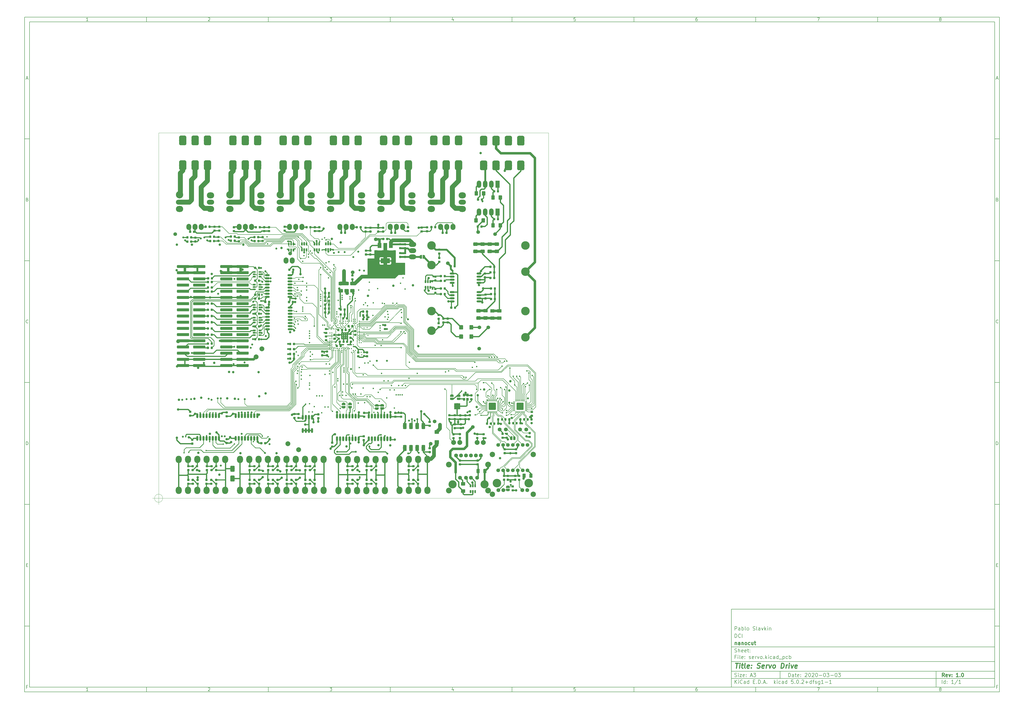
<source format=gbr>
G04 #@! TF.GenerationSoftware,KiCad,Pcbnew,5.0.2+dfsg1-1*
G04 #@! TF.CreationDate,2020-03-04T17:04:27-03:00*
G04 #@! TF.ProjectId,servo,73657276-6f2e-46b6-9963-61645f706362,1.0*
G04 #@! TF.SameCoordinates,PX3dfd240PYc5e32e0*
G04 #@! TF.FileFunction,Copper,L6,Bot*
G04 #@! TF.FilePolarity,Positive*
%FSLAX46Y46*%
G04 Gerber Fmt 4.6, Leading zero omitted, Abs format (unit mm)*
G04 Created by KiCad (PCBNEW 5.0.2+dfsg1-1) date Wed 04 Mar 2020 05:04:27 PM -03*
%MOMM*%
%LPD*%
G01*
G04 APERTURE LIST*
%ADD10C,0.100000*%
%ADD11C,0.150000*%
%ADD12C,0.300000*%
%ADD13C,0.400000*%
G04 #@! TA.AperFunction,NonConductor*
%ADD14C,0.100000*%
G04 #@! TD*
G04 #@! TA.AperFunction,Conductor*
%ADD15C,0.100000*%
G04 #@! TD*
G04 #@! TA.AperFunction,SMDPad,CuDef*
%ADD16C,1.575000*%
G04 #@! TD*
G04 #@! TA.AperFunction,SMDPad,CuDef*
%ADD17C,0.875000*%
G04 #@! TD*
G04 #@! TA.AperFunction,SMDPad,CuDef*
%ADD18C,1.425000*%
G04 #@! TD*
G04 #@! TA.AperFunction,ComponentPad*
%ADD19C,3.500000*%
G04 #@! TD*
G04 #@! TA.AperFunction,ComponentPad*
%ADD20C,1.600000*%
G04 #@! TD*
G04 #@! TA.AperFunction,ComponentPad*
%ADD21C,1.500000*%
G04 #@! TD*
G04 #@! TA.AperFunction,ComponentPad*
%ADD22C,2.200000*%
G04 #@! TD*
G04 #@! TA.AperFunction,BGAPad,CuDef*
%ADD23C,1.000000*%
G04 #@! TD*
G04 #@! TA.AperFunction,SMDPad,CuDef*
%ADD24O,0.800000X2.000000*%
G04 #@! TD*
G04 #@! TA.AperFunction,ComponentPad*
%ADD25O,2.500000X3.000000*%
G04 #@! TD*
G04 #@! TA.AperFunction,SMDPad,CuDef*
%ADD26C,0.500000*%
G04 #@! TD*
G04 #@! TA.AperFunction,SMDPad,CuDef*
%ADD27C,1.800000*%
G04 #@! TD*
G04 #@! TA.AperFunction,ComponentPad*
%ADD28O,2.000000X2.500000*%
G04 #@! TD*
G04 #@! TA.AperFunction,ComponentPad*
%ADD29O,3.000000X2.000000*%
G04 #@! TD*
G04 #@! TA.AperFunction,ComponentPad*
%ADD30O,3.000000X2.500000*%
G04 #@! TD*
G04 #@! TA.AperFunction,ComponentPad*
%ADD31O,3.000000X3.000000*%
G04 #@! TD*
G04 #@! TA.AperFunction,SMDPad,CuDef*
%ADD32C,1.500000*%
G04 #@! TD*
G04 #@! TA.AperFunction,SMDPad,CuDef*
%ADD33C,0.650000*%
G04 #@! TD*
G04 #@! TA.AperFunction,SMDPad,CuDef*
%ADD34C,1.000000*%
G04 #@! TD*
G04 #@! TA.AperFunction,SMDPad,CuDef*
%ADD35O,2.000000X0.800000*%
G04 #@! TD*
G04 #@! TA.AperFunction,SMDPad,CuDef*
%ADD36C,0.250000*%
G04 #@! TD*
G04 #@! TA.AperFunction,ViaPad*
%ADD37C,0.500000*%
G04 #@! TD*
G04 #@! TA.AperFunction,SMDPad,CuDef*
%ADD38C,2.900000*%
G04 #@! TD*
G04 #@! TA.AperFunction,SMDPad,CuDef*
%ADD39C,1.200000*%
G04 #@! TD*
G04 #@! TA.AperFunction,ComponentPad*
%ADD40C,2.000000*%
G04 #@! TD*
G04 #@! TA.AperFunction,SMDPad,CuDef*
%ADD41C,1.250000*%
G04 #@! TD*
G04 #@! TA.AperFunction,Conductor*
%ADD42C,2.500000*%
G04 #@! TD*
G04 #@! TA.AperFunction,ComponentPad*
%ADD43C,3.000000*%
G04 #@! TD*
G04 #@! TA.AperFunction,ComponentPad*
%ADD44C,3.326000*%
G04 #@! TD*
G04 #@! TA.AperFunction,ComponentPad*
%ADD45C,2.355000*%
G04 #@! TD*
G04 #@! TA.AperFunction,SMDPad,CuDef*
%ADD46R,1.500000X2.000000*%
G04 #@! TD*
G04 #@! TA.AperFunction,SMDPad,CuDef*
%ADD47R,3.800000X2.000000*%
G04 #@! TD*
G04 #@! TA.AperFunction,ComponentPad*
%ADD48R,1.800000X3.000000*%
G04 #@! TD*
G04 #@! TA.AperFunction,ComponentPad*
%ADD49O,1.800000X3.000000*%
G04 #@! TD*
G04 #@! TA.AperFunction,ViaPad*
%ADD50C,1.500000*%
G04 #@! TD*
G04 #@! TA.AperFunction,ViaPad*
%ADD51C,0.457000*%
G04 #@! TD*
G04 #@! TA.AperFunction,ViaPad*
%ADD52C,1.000000*%
G04 #@! TD*
G04 #@! TA.AperFunction,ViaPad*
%ADD53C,0.600000*%
G04 #@! TD*
G04 #@! TA.AperFunction,ViaPad*
%ADD54C,0.800000*%
G04 #@! TD*
G04 #@! TA.AperFunction,ViaPad*
%ADD55C,0.700000*%
G04 #@! TD*
G04 #@! TA.AperFunction,Conductor*
%ADD56C,1.500000*%
G04 #@! TD*
G04 #@! TA.AperFunction,Conductor*
%ADD57C,0.500000*%
G04 #@! TD*
G04 #@! TA.AperFunction,Conductor*
%ADD58C,0.250000*%
G04 #@! TD*
G04 #@! TA.AperFunction,Conductor*
%ADD59C,0.400000*%
G04 #@! TD*
G04 #@! TA.AperFunction,Conductor*
%ADD60C,0.152400*%
G04 #@! TD*
G04 #@! TA.AperFunction,Conductor*
%ADD61C,1.000000*%
G04 #@! TD*
G04 #@! TA.AperFunction,Conductor*
%ADD62C,0.800000*%
G04 #@! TD*
G04 #@! TA.AperFunction,Conductor*
%ADD63C,0.200000*%
G04 #@! TD*
G04 #@! TA.AperFunction,Conductor*
%ADD64C,2.000000*%
G04 #@! TD*
G04 #@! TA.AperFunction,Conductor*
%ADD65C,0.254000*%
G04 #@! TD*
G04 APERTURE END LIST*
D10*
D11*
X234989000Y-45502200D02*
X234989000Y-77502200D01*
X342989000Y-77502200D01*
X342989000Y-45502200D01*
X234989000Y-45502200D01*
D10*
D11*
X-55000000Y197500000D02*
X-55000000Y-79502200D01*
X344989000Y-79502200D01*
X344989000Y197500000D01*
X-55000000Y197500000D01*
D10*
D11*
X-53000000Y195500000D02*
X-53000000Y-77502200D01*
X342989000Y-77502200D01*
X342989000Y195500000D01*
X-53000000Y195500000D01*
D10*
D11*
X-5000000Y195500000D02*
X-5000000Y197500000D01*
D10*
D11*
X45000000Y195500000D02*
X45000000Y197500000D01*
D10*
D11*
X95000000Y195500000D02*
X95000000Y197500000D01*
D10*
D11*
X145000000Y195500000D02*
X145000000Y197500000D01*
D10*
D11*
X195000000Y195500000D02*
X195000000Y197500000D01*
D10*
D11*
X245000000Y195500000D02*
X245000000Y197500000D01*
D10*
D11*
X295000000Y195500000D02*
X295000000Y197500000D01*
D10*
D11*
X-28934524Y195911905D02*
X-29677381Y195911905D01*
X-29305953Y195911905D02*
X-29305953Y197211905D01*
X-29429762Y197026191D01*
X-29553572Y196902381D01*
X-29677381Y196840477D01*
D10*
D11*
X20322619Y197088096D02*
X20384523Y197150000D01*
X20508333Y197211905D01*
X20817857Y197211905D01*
X20941666Y197150000D01*
X21003571Y197088096D01*
X21065476Y196964286D01*
X21065476Y196840477D01*
X21003571Y196654762D01*
X20260714Y195911905D01*
X21065476Y195911905D01*
D10*
D11*
X70260714Y197211905D02*
X71065476Y197211905D01*
X70632142Y196716667D01*
X70817857Y196716667D01*
X70941666Y196654762D01*
X71003571Y196592858D01*
X71065476Y196469048D01*
X71065476Y196159524D01*
X71003571Y196035715D01*
X70941666Y195973810D01*
X70817857Y195911905D01*
X70446428Y195911905D01*
X70322619Y195973810D01*
X70260714Y196035715D01*
D10*
D11*
X120941666Y196778572D02*
X120941666Y195911905D01*
X120632142Y197273810D02*
X120322619Y196345239D01*
X121127380Y196345239D01*
D10*
D11*
X171003571Y197211905D02*
X170384523Y197211905D01*
X170322619Y196592858D01*
X170384523Y196654762D01*
X170508333Y196716667D01*
X170817857Y196716667D01*
X170941666Y196654762D01*
X171003571Y196592858D01*
X171065476Y196469048D01*
X171065476Y196159524D01*
X171003571Y196035715D01*
X170941666Y195973810D01*
X170817857Y195911905D01*
X170508333Y195911905D01*
X170384523Y195973810D01*
X170322619Y196035715D01*
D10*
D11*
X220941666Y197211905D02*
X220694047Y197211905D01*
X220570238Y197150000D01*
X220508333Y197088096D01*
X220384523Y196902381D01*
X220322619Y196654762D01*
X220322619Y196159524D01*
X220384523Y196035715D01*
X220446428Y195973810D01*
X220570238Y195911905D01*
X220817857Y195911905D01*
X220941666Y195973810D01*
X221003571Y196035715D01*
X221065476Y196159524D01*
X221065476Y196469048D01*
X221003571Y196592858D01*
X220941666Y196654762D01*
X220817857Y196716667D01*
X220570238Y196716667D01*
X220446428Y196654762D01*
X220384523Y196592858D01*
X220322619Y196469048D01*
D10*
D11*
X270260714Y197211905D02*
X271127380Y197211905D01*
X270570238Y195911905D01*
D10*
D11*
X320570238Y196654762D02*
X320446428Y196716667D01*
X320384523Y196778572D01*
X320322619Y196902381D01*
X320322619Y196964286D01*
X320384523Y197088096D01*
X320446428Y197150000D01*
X320570238Y197211905D01*
X320817857Y197211905D01*
X320941666Y197150000D01*
X321003571Y197088096D01*
X321065476Y196964286D01*
X321065476Y196902381D01*
X321003571Y196778572D01*
X320941666Y196716667D01*
X320817857Y196654762D01*
X320570238Y196654762D01*
X320446428Y196592858D01*
X320384523Y196530953D01*
X320322619Y196407143D01*
X320322619Y196159524D01*
X320384523Y196035715D01*
X320446428Y195973810D01*
X320570238Y195911905D01*
X320817857Y195911905D01*
X320941666Y195973810D01*
X321003571Y196035715D01*
X321065476Y196159524D01*
X321065476Y196407143D01*
X321003571Y196530953D01*
X320941666Y196592858D01*
X320817857Y196654762D01*
D10*
D11*
X-5000000Y-77502200D02*
X-5000000Y-79502200D01*
D10*
D11*
X45000000Y-77502200D02*
X45000000Y-79502200D01*
D10*
D11*
X95000000Y-77502200D02*
X95000000Y-79502200D01*
D10*
D11*
X145000000Y-77502200D02*
X145000000Y-79502200D01*
D10*
D11*
X195000000Y-77502200D02*
X195000000Y-79502200D01*
D10*
D11*
X245000000Y-77502200D02*
X245000000Y-79502200D01*
D10*
D11*
X295000000Y-77502200D02*
X295000000Y-79502200D01*
D10*
D11*
X-28934524Y-79090295D02*
X-29677381Y-79090295D01*
X-29305953Y-79090295D02*
X-29305953Y-77790295D01*
X-29429762Y-77976009D01*
X-29553572Y-78099819D01*
X-29677381Y-78161723D01*
D10*
D11*
X20322619Y-77914104D02*
X20384523Y-77852200D01*
X20508333Y-77790295D01*
X20817857Y-77790295D01*
X20941666Y-77852200D01*
X21003571Y-77914104D01*
X21065476Y-78037914D01*
X21065476Y-78161723D01*
X21003571Y-78347438D01*
X20260714Y-79090295D01*
X21065476Y-79090295D01*
D10*
D11*
X70260714Y-77790295D02*
X71065476Y-77790295D01*
X70632142Y-78285533D01*
X70817857Y-78285533D01*
X70941666Y-78347438D01*
X71003571Y-78409342D01*
X71065476Y-78533152D01*
X71065476Y-78842676D01*
X71003571Y-78966485D01*
X70941666Y-79028390D01*
X70817857Y-79090295D01*
X70446428Y-79090295D01*
X70322619Y-79028390D01*
X70260714Y-78966485D01*
D10*
D11*
X120941666Y-78223628D02*
X120941666Y-79090295D01*
X120632142Y-77728390D02*
X120322619Y-78656961D01*
X121127380Y-78656961D01*
D10*
D11*
X171003571Y-77790295D02*
X170384523Y-77790295D01*
X170322619Y-78409342D01*
X170384523Y-78347438D01*
X170508333Y-78285533D01*
X170817857Y-78285533D01*
X170941666Y-78347438D01*
X171003571Y-78409342D01*
X171065476Y-78533152D01*
X171065476Y-78842676D01*
X171003571Y-78966485D01*
X170941666Y-79028390D01*
X170817857Y-79090295D01*
X170508333Y-79090295D01*
X170384523Y-79028390D01*
X170322619Y-78966485D01*
D10*
D11*
X220941666Y-77790295D02*
X220694047Y-77790295D01*
X220570238Y-77852200D01*
X220508333Y-77914104D01*
X220384523Y-78099819D01*
X220322619Y-78347438D01*
X220322619Y-78842676D01*
X220384523Y-78966485D01*
X220446428Y-79028390D01*
X220570238Y-79090295D01*
X220817857Y-79090295D01*
X220941666Y-79028390D01*
X221003571Y-78966485D01*
X221065476Y-78842676D01*
X221065476Y-78533152D01*
X221003571Y-78409342D01*
X220941666Y-78347438D01*
X220817857Y-78285533D01*
X220570238Y-78285533D01*
X220446428Y-78347438D01*
X220384523Y-78409342D01*
X220322619Y-78533152D01*
D10*
D11*
X270260714Y-77790295D02*
X271127380Y-77790295D01*
X270570238Y-79090295D01*
D10*
D11*
X320570238Y-78347438D02*
X320446428Y-78285533D01*
X320384523Y-78223628D01*
X320322619Y-78099819D01*
X320322619Y-78037914D01*
X320384523Y-77914104D01*
X320446428Y-77852200D01*
X320570238Y-77790295D01*
X320817857Y-77790295D01*
X320941666Y-77852200D01*
X321003571Y-77914104D01*
X321065476Y-78037914D01*
X321065476Y-78099819D01*
X321003571Y-78223628D01*
X320941666Y-78285533D01*
X320817857Y-78347438D01*
X320570238Y-78347438D01*
X320446428Y-78409342D01*
X320384523Y-78471247D01*
X320322619Y-78595057D01*
X320322619Y-78842676D01*
X320384523Y-78966485D01*
X320446428Y-79028390D01*
X320570238Y-79090295D01*
X320817857Y-79090295D01*
X320941666Y-79028390D01*
X321003571Y-78966485D01*
X321065476Y-78842676D01*
X321065476Y-78595057D01*
X321003571Y-78471247D01*
X320941666Y-78409342D01*
X320817857Y-78347438D01*
D10*
D11*
X-55000000Y147500000D02*
X-53000000Y147500000D01*
D10*
D11*
X-55000000Y97500000D02*
X-53000000Y97500000D01*
D10*
D11*
X-55000000Y47500000D02*
X-53000000Y47500000D01*
D10*
D11*
X-55000000Y-2500000D02*
X-53000000Y-2500000D01*
D10*
D11*
X-55000000Y-52500000D02*
X-53000000Y-52500000D01*
D10*
D11*
X-54309524Y172283334D02*
X-53690477Y172283334D01*
X-54433334Y171911905D02*
X-54000000Y173211905D01*
X-53566667Y171911905D01*
D10*
D11*
X-53907143Y122592858D02*
X-53721429Y122530953D01*
X-53659524Y122469048D01*
X-53597620Y122345239D01*
X-53597620Y122159524D01*
X-53659524Y122035715D01*
X-53721429Y121973810D01*
X-53845239Y121911905D01*
X-54340477Y121911905D01*
X-54340477Y123211905D01*
X-53907143Y123211905D01*
X-53783334Y123150000D01*
X-53721429Y123088096D01*
X-53659524Y122964286D01*
X-53659524Y122840477D01*
X-53721429Y122716667D01*
X-53783334Y122654762D01*
X-53907143Y122592858D01*
X-54340477Y122592858D01*
D10*
D11*
X-53597620Y72035715D02*
X-53659524Y71973810D01*
X-53845239Y71911905D01*
X-53969048Y71911905D01*
X-54154762Y71973810D01*
X-54278572Y72097620D01*
X-54340477Y72221429D01*
X-54402381Y72469048D01*
X-54402381Y72654762D01*
X-54340477Y72902381D01*
X-54278572Y73026191D01*
X-54154762Y73150000D01*
X-53969048Y73211905D01*
X-53845239Y73211905D01*
X-53659524Y73150000D01*
X-53597620Y73088096D01*
D10*
D11*
X-54340477Y21911905D02*
X-54340477Y23211905D01*
X-54030953Y23211905D01*
X-53845239Y23150000D01*
X-53721429Y23026191D01*
X-53659524Y22902381D01*
X-53597620Y22654762D01*
X-53597620Y22469048D01*
X-53659524Y22221429D01*
X-53721429Y22097620D01*
X-53845239Y21973810D01*
X-54030953Y21911905D01*
X-54340477Y21911905D01*
D10*
D11*
X-54278572Y-27407142D02*
X-53845239Y-27407142D01*
X-53659524Y-28088095D02*
X-54278572Y-28088095D01*
X-54278572Y-26788095D01*
X-53659524Y-26788095D01*
D10*
D11*
X-53814286Y-77407142D02*
X-54247620Y-77407142D01*
X-54247620Y-78088095D02*
X-54247620Y-76788095D01*
X-53628572Y-76788095D01*
D10*
D11*
X344989000Y147500000D02*
X342989000Y147500000D01*
D10*
D11*
X344989000Y97500000D02*
X342989000Y97500000D01*
D10*
D11*
X344989000Y47500000D02*
X342989000Y47500000D01*
D10*
D11*
X344989000Y-2500000D02*
X342989000Y-2500000D01*
D10*
D11*
X344989000Y-52500000D02*
X342989000Y-52500000D01*
D10*
D11*
X343679476Y172283334D02*
X344298523Y172283334D01*
X343555666Y171911905D02*
X343989000Y173211905D01*
X344422333Y171911905D01*
D10*
D11*
X344081857Y122592858D02*
X344267571Y122530953D01*
X344329476Y122469048D01*
X344391380Y122345239D01*
X344391380Y122159524D01*
X344329476Y122035715D01*
X344267571Y121973810D01*
X344143761Y121911905D01*
X343648523Y121911905D01*
X343648523Y123211905D01*
X344081857Y123211905D01*
X344205666Y123150000D01*
X344267571Y123088096D01*
X344329476Y122964286D01*
X344329476Y122840477D01*
X344267571Y122716667D01*
X344205666Y122654762D01*
X344081857Y122592858D01*
X343648523Y122592858D01*
D10*
D11*
X344391380Y72035715D02*
X344329476Y71973810D01*
X344143761Y71911905D01*
X344019952Y71911905D01*
X343834238Y71973810D01*
X343710428Y72097620D01*
X343648523Y72221429D01*
X343586619Y72469048D01*
X343586619Y72654762D01*
X343648523Y72902381D01*
X343710428Y73026191D01*
X343834238Y73150000D01*
X344019952Y73211905D01*
X344143761Y73211905D01*
X344329476Y73150000D01*
X344391380Y73088096D01*
D10*
D11*
X343648523Y21911905D02*
X343648523Y23211905D01*
X343958047Y23211905D01*
X344143761Y23150000D01*
X344267571Y23026191D01*
X344329476Y22902381D01*
X344391380Y22654762D01*
X344391380Y22469048D01*
X344329476Y22221429D01*
X344267571Y22097620D01*
X344143761Y21973810D01*
X343958047Y21911905D01*
X343648523Y21911905D01*
D10*
D11*
X343710428Y-27407142D02*
X344143761Y-27407142D01*
X344329476Y-28088095D02*
X343710428Y-28088095D01*
X343710428Y-26788095D01*
X344329476Y-26788095D01*
D10*
D11*
X344174714Y-77407142D02*
X343741380Y-77407142D01*
X343741380Y-78088095D02*
X343741380Y-76788095D01*
X344360428Y-76788095D01*
D10*
D11*
X258421142Y-73280771D02*
X258421142Y-71780771D01*
X258778285Y-71780771D01*
X258992571Y-71852200D01*
X259135428Y-71995057D01*
X259206857Y-72137914D01*
X259278285Y-72423628D01*
X259278285Y-72637914D01*
X259206857Y-72923628D01*
X259135428Y-73066485D01*
X258992571Y-73209342D01*
X258778285Y-73280771D01*
X258421142Y-73280771D01*
X260564000Y-73280771D02*
X260564000Y-72495057D01*
X260492571Y-72352200D01*
X260349714Y-72280771D01*
X260064000Y-72280771D01*
X259921142Y-72352200D01*
X260564000Y-73209342D02*
X260421142Y-73280771D01*
X260064000Y-73280771D01*
X259921142Y-73209342D01*
X259849714Y-73066485D01*
X259849714Y-72923628D01*
X259921142Y-72780771D01*
X260064000Y-72709342D01*
X260421142Y-72709342D01*
X260564000Y-72637914D01*
X261064000Y-72280771D02*
X261635428Y-72280771D01*
X261278285Y-71780771D02*
X261278285Y-73066485D01*
X261349714Y-73209342D01*
X261492571Y-73280771D01*
X261635428Y-73280771D01*
X262706857Y-73209342D02*
X262564000Y-73280771D01*
X262278285Y-73280771D01*
X262135428Y-73209342D01*
X262064000Y-73066485D01*
X262064000Y-72495057D01*
X262135428Y-72352200D01*
X262278285Y-72280771D01*
X262564000Y-72280771D01*
X262706857Y-72352200D01*
X262778285Y-72495057D01*
X262778285Y-72637914D01*
X262064000Y-72780771D01*
X263421142Y-73137914D02*
X263492571Y-73209342D01*
X263421142Y-73280771D01*
X263349714Y-73209342D01*
X263421142Y-73137914D01*
X263421142Y-73280771D01*
X263421142Y-72352200D02*
X263492571Y-72423628D01*
X263421142Y-72495057D01*
X263349714Y-72423628D01*
X263421142Y-72352200D01*
X263421142Y-72495057D01*
X265206857Y-71923628D02*
X265278285Y-71852200D01*
X265421142Y-71780771D01*
X265778285Y-71780771D01*
X265921142Y-71852200D01*
X265992571Y-71923628D01*
X266064000Y-72066485D01*
X266064000Y-72209342D01*
X265992571Y-72423628D01*
X265135428Y-73280771D01*
X266064000Y-73280771D01*
X266992571Y-71780771D02*
X267135428Y-71780771D01*
X267278285Y-71852200D01*
X267349714Y-71923628D01*
X267421142Y-72066485D01*
X267492571Y-72352200D01*
X267492571Y-72709342D01*
X267421142Y-72995057D01*
X267349714Y-73137914D01*
X267278285Y-73209342D01*
X267135428Y-73280771D01*
X266992571Y-73280771D01*
X266849714Y-73209342D01*
X266778285Y-73137914D01*
X266706857Y-72995057D01*
X266635428Y-72709342D01*
X266635428Y-72352200D01*
X266706857Y-72066485D01*
X266778285Y-71923628D01*
X266849714Y-71852200D01*
X266992571Y-71780771D01*
X268064000Y-71923628D02*
X268135428Y-71852200D01*
X268278285Y-71780771D01*
X268635428Y-71780771D01*
X268778285Y-71852200D01*
X268849714Y-71923628D01*
X268921142Y-72066485D01*
X268921142Y-72209342D01*
X268849714Y-72423628D01*
X267992571Y-73280771D01*
X268921142Y-73280771D01*
X269849714Y-71780771D02*
X269992571Y-71780771D01*
X270135428Y-71852200D01*
X270206857Y-71923628D01*
X270278285Y-72066485D01*
X270349714Y-72352200D01*
X270349714Y-72709342D01*
X270278285Y-72995057D01*
X270206857Y-73137914D01*
X270135428Y-73209342D01*
X269992571Y-73280771D01*
X269849714Y-73280771D01*
X269706857Y-73209342D01*
X269635428Y-73137914D01*
X269564000Y-72995057D01*
X269492571Y-72709342D01*
X269492571Y-72352200D01*
X269564000Y-72066485D01*
X269635428Y-71923628D01*
X269706857Y-71852200D01*
X269849714Y-71780771D01*
X270992571Y-72709342D02*
X272135428Y-72709342D01*
X273135428Y-71780771D02*
X273278285Y-71780771D01*
X273421142Y-71852200D01*
X273492571Y-71923628D01*
X273564000Y-72066485D01*
X273635428Y-72352200D01*
X273635428Y-72709342D01*
X273564000Y-72995057D01*
X273492571Y-73137914D01*
X273421142Y-73209342D01*
X273278285Y-73280771D01*
X273135428Y-73280771D01*
X272992571Y-73209342D01*
X272921142Y-73137914D01*
X272849714Y-72995057D01*
X272778285Y-72709342D01*
X272778285Y-72352200D01*
X272849714Y-72066485D01*
X272921142Y-71923628D01*
X272992571Y-71852200D01*
X273135428Y-71780771D01*
X274135428Y-71780771D02*
X275064000Y-71780771D01*
X274564000Y-72352200D01*
X274778285Y-72352200D01*
X274921142Y-72423628D01*
X274992571Y-72495057D01*
X275064000Y-72637914D01*
X275064000Y-72995057D01*
X274992571Y-73137914D01*
X274921142Y-73209342D01*
X274778285Y-73280771D01*
X274349714Y-73280771D01*
X274206857Y-73209342D01*
X274135428Y-73137914D01*
X275706857Y-72709342D02*
X276849714Y-72709342D01*
X277849714Y-71780771D02*
X277992571Y-71780771D01*
X278135428Y-71852200D01*
X278206857Y-71923628D01*
X278278285Y-72066485D01*
X278349714Y-72352200D01*
X278349714Y-72709342D01*
X278278285Y-72995057D01*
X278206857Y-73137914D01*
X278135428Y-73209342D01*
X277992571Y-73280771D01*
X277849714Y-73280771D01*
X277706857Y-73209342D01*
X277635428Y-73137914D01*
X277564000Y-72995057D01*
X277492571Y-72709342D01*
X277492571Y-72352200D01*
X277564000Y-72066485D01*
X277635428Y-71923628D01*
X277706857Y-71852200D01*
X277849714Y-71780771D01*
X278849714Y-71780771D02*
X279778285Y-71780771D01*
X279278285Y-72352200D01*
X279492571Y-72352200D01*
X279635428Y-72423628D01*
X279706857Y-72495057D01*
X279778285Y-72637914D01*
X279778285Y-72995057D01*
X279706857Y-73137914D01*
X279635428Y-73209342D01*
X279492571Y-73280771D01*
X279064000Y-73280771D01*
X278921142Y-73209342D01*
X278849714Y-73137914D01*
D10*
D11*
X234989000Y-74002200D02*
X342989000Y-74002200D01*
D10*
D11*
X236421142Y-76080771D02*
X236421142Y-74580771D01*
X237278285Y-76080771D02*
X236635428Y-75223628D01*
X237278285Y-74580771D02*
X236421142Y-75437914D01*
X237921142Y-76080771D02*
X237921142Y-75080771D01*
X237921142Y-74580771D02*
X237849714Y-74652200D01*
X237921142Y-74723628D01*
X237992571Y-74652200D01*
X237921142Y-74580771D01*
X237921142Y-74723628D01*
X239492571Y-75937914D02*
X239421142Y-76009342D01*
X239206857Y-76080771D01*
X239064000Y-76080771D01*
X238849714Y-76009342D01*
X238706857Y-75866485D01*
X238635428Y-75723628D01*
X238564000Y-75437914D01*
X238564000Y-75223628D01*
X238635428Y-74937914D01*
X238706857Y-74795057D01*
X238849714Y-74652200D01*
X239064000Y-74580771D01*
X239206857Y-74580771D01*
X239421142Y-74652200D01*
X239492571Y-74723628D01*
X240778285Y-76080771D02*
X240778285Y-75295057D01*
X240706857Y-75152200D01*
X240564000Y-75080771D01*
X240278285Y-75080771D01*
X240135428Y-75152200D01*
X240778285Y-76009342D02*
X240635428Y-76080771D01*
X240278285Y-76080771D01*
X240135428Y-76009342D01*
X240064000Y-75866485D01*
X240064000Y-75723628D01*
X240135428Y-75580771D01*
X240278285Y-75509342D01*
X240635428Y-75509342D01*
X240778285Y-75437914D01*
X242135428Y-76080771D02*
X242135428Y-74580771D01*
X242135428Y-76009342D02*
X241992571Y-76080771D01*
X241706857Y-76080771D01*
X241564000Y-76009342D01*
X241492571Y-75937914D01*
X241421142Y-75795057D01*
X241421142Y-75366485D01*
X241492571Y-75223628D01*
X241564000Y-75152200D01*
X241706857Y-75080771D01*
X241992571Y-75080771D01*
X242135428Y-75152200D01*
X243992571Y-75295057D02*
X244492571Y-75295057D01*
X244706857Y-76080771D02*
X243992571Y-76080771D01*
X243992571Y-74580771D01*
X244706857Y-74580771D01*
X245349714Y-75937914D02*
X245421142Y-76009342D01*
X245349714Y-76080771D01*
X245278285Y-76009342D01*
X245349714Y-75937914D01*
X245349714Y-76080771D01*
X246064000Y-76080771D02*
X246064000Y-74580771D01*
X246421142Y-74580771D01*
X246635428Y-74652200D01*
X246778285Y-74795057D01*
X246849714Y-74937914D01*
X246921142Y-75223628D01*
X246921142Y-75437914D01*
X246849714Y-75723628D01*
X246778285Y-75866485D01*
X246635428Y-76009342D01*
X246421142Y-76080771D01*
X246064000Y-76080771D01*
X247564000Y-75937914D02*
X247635428Y-76009342D01*
X247564000Y-76080771D01*
X247492571Y-76009342D01*
X247564000Y-75937914D01*
X247564000Y-76080771D01*
X248206857Y-75652200D02*
X248921142Y-75652200D01*
X248064000Y-76080771D02*
X248564000Y-74580771D01*
X249064000Y-76080771D01*
X249564000Y-75937914D02*
X249635428Y-76009342D01*
X249564000Y-76080771D01*
X249492571Y-76009342D01*
X249564000Y-75937914D01*
X249564000Y-76080771D01*
X252564000Y-76080771D02*
X252564000Y-74580771D01*
X252706857Y-75509342D02*
X253135428Y-76080771D01*
X253135428Y-75080771D02*
X252564000Y-75652200D01*
X253778285Y-76080771D02*
X253778285Y-75080771D01*
X253778285Y-74580771D02*
X253706857Y-74652200D01*
X253778285Y-74723628D01*
X253849714Y-74652200D01*
X253778285Y-74580771D01*
X253778285Y-74723628D01*
X255135428Y-76009342D02*
X254992571Y-76080771D01*
X254706857Y-76080771D01*
X254564000Y-76009342D01*
X254492571Y-75937914D01*
X254421142Y-75795057D01*
X254421142Y-75366485D01*
X254492571Y-75223628D01*
X254564000Y-75152200D01*
X254706857Y-75080771D01*
X254992571Y-75080771D01*
X255135428Y-75152200D01*
X256421142Y-76080771D02*
X256421142Y-75295057D01*
X256349714Y-75152200D01*
X256206857Y-75080771D01*
X255921142Y-75080771D01*
X255778285Y-75152200D01*
X256421142Y-76009342D02*
X256278285Y-76080771D01*
X255921142Y-76080771D01*
X255778285Y-76009342D01*
X255706857Y-75866485D01*
X255706857Y-75723628D01*
X255778285Y-75580771D01*
X255921142Y-75509342D01*
X256278285Y-75509342D01*
X256421142Y-75437914D01*
X257778285Y-76080771D02*
X257778285Y-74580771D01*
X257778285Y-76009342D02*
X257635428Y-76080771D01*
X257349714Y-76080771D01*
X257206857Y-76009342D01*
X257135428Y-75937914D01*
X257064000Y-75795057D01*
X257064000Y-75366485D01*
X257135428Y-75223628D01*
X257206857Y-75152200D01*
X257349714Y-75080771D01*
X257635428Y-75080771D01*
X257778285Y-75152200D01*
X260349714Y-74580771D02*
X259635428Y-74580771D01*
X259564000Y-75295057D01*
X259635428Y-75223628D01*
X259778285Y-75152200D01*
X260135428Y-75152200D01*
X260278285Y-75223628D01*
X260349714Y-75295057D01*
X260421142Y-75437914D01*
X260421142Y-75795057D01*
X260349714Y-75937914D01*
X260278285Y-76009342D01*
X260135428Y-76080771D01*
X259778285Y-76080771D01*
X259635428Y-76009342D01*
X259564000Y-75937914D01*
X261064000Y-75937914D02*
X261135428Y-76009342D01*
X261064000Y-76080771D01*
X260992571Y-76009342D01*
X261064000Y-75937914D01*
X261064000Y-76080771D01*
X262064000Y-74580771D02*
X262206857Y-74580771D01*
X262349714Y-74652200D01*
X262421142Y-74723628D01*
X262492571Y-74866485D01*
X262564000Y-75152200D01*
X262564000Y-75509342D01*
X262492571Y-75795057D01*
X262421142Y-75937914D01*
X262349714Y-76009342D01*
X262206857Y-76080771D01*
X262064000Y-76080771D01*
X261921142Y-76009342D01*
X261849714Y-75937914D01*
X261778285Y-75795057D01*
X261706857Y-75509342D01*
X261706857Y-75152200D01*
X261778285Y-74866485D01*
X261849714Y-74723628D01*
X261921142Y-74652200D01*
X262064000Y-74580771D01*
X263206857Y-75937914D02*
X263278285Y-76009342D01*
X263206857Y-76080771D01*
X263135428Y-76009342D01*
X263206857Y-75937914D01*
X263206857Y-76080771D01*
X263849714Y-74723628D02*
X263921142Y-74652200D01*
X264064000Y-74580771D01*
X264421142Y-74580771D01*
X264564000Y-74652200D01*
X264635428Y-74723628D01*
X264706857Y-74866485D01*
X264706857Y-75009342D01*
X264635428Y-75223628D01*
X263778285Y-76080771D01*
X264706857Y-76080771D01*
X265349714Y-75509342D02*
X266492571Y-75509342D01*
X265921142Y-76080771D02*
X265921142Y-74937914D01*
X267849714Y-76080771D02*
X267849714Y-74580771D01*
X267849714Y-76009342D02*
X267706857Y-76080771D01*
X267421142Y-76080771D01*
X267278285Y-76009342D01*
X267206857Y-75937914D01*
X267135428Y-75795057D01*
X267135428Y-75366485D01*
X267206857Y-75223628D01*
X267278285Y-75152200D01*
X267421142Y-75080771D01*
X267706857Y-75080771D01*
X267849714Y-75152200D01*
X268349714Y-75080771D02*
X268921142Y-75080771D01*
X268564000Y-76080771D02*
X268564000Y-74795057D01*
X268635428Y-74652200D01*
X268778285Y-74580771D01*
X268921142Y-74580771D01*
X269349714Y-76009342D02*
X269492571Y-76080771D01*
X269778285Y-76080771D01*
X269921142Y-76009342D01*
X269992571Y-75866485D01*
X269992571Y-75795057D01*
X269921142Y-75652200D01*
X269778285Y-75580771D01*
X269564000Y-75580771D01*
X269421142Y-75509342D01*
X269349714Y-75366485D01*
X269349714Y-75295057D01*
X269421142Y-75152200D01*
X269564000Y-75080771D01*
X269778285Y-75080771D01*
X269921142Y-75152200D01*
X271278285Y-75080771D02*
X271278285Y-76295057D01*
X271206857Y-76437914D01*
X271135428Y-76509342D01*
X270992571Y-76580771D01*
X270778285Y-76580771D01*
X270635428Y-76509342D01*
X271278285Y-76009342D02*
X271135428Y-76080771D01*
X270849714Y-76080771D01*
X270706857Y-76009342D01*
X270635428Y-75937914D01*
X270564000Y-75795057D01*
X270564000Y-75366485D01*
X270635428Y-75223628D01*
X270706857Y-75152200D01*
X270849714Y-75080771D01*
X271135428Y-75080771D01*
X271278285Y-75152200D01*
X272778285Y-76080771D02*
X271921142Y-76080771D01*
X272349714Y-76080771D02*
X272349714Y-74580771D01*
X272206857Y-74795057D01*
X272064000Y-74937914D01*
X271921142Y-75009342D01*
X273421142Y-75509342D02*
X274564000Y-75509342D01*
X276064000Y-76080771D02*
X275206857Y-76080771D01*
X275635428Y-76080771D02*
X275635428Y-74580771D01*
X275492571Y-74795057D01*
X275349714Y-74937914D01*
X275206857Y-75009342D01*
D10*
D11*
X234989000Y-71002200D02*
X342989000Y-71002200D01*
D10*
D12*
X322398285Y-73280771D02*
X321898285Y-72566485D01*
X321541142Y-73280771D02*
X321541142Y-71780771D01*
X322112571Y-71780771D01*
X322255428Y-71852200D01*
X322326857Y-71923628D01*
X322398285Y-72066485D01*
X322398285Y-72280771D01*
X322326857Y-72423628D01*
X322255428Y-72495057D01*
X322112571Y-72566485D01*
X321541142Y-72566485D01*
X323612571Y-73209342D02*
X323469714Y-73280771D01*
X323184000Y-73280771D01*
X323041142Y-73209342D01*
X322969714Y-73066485D01*
X322969714Y-72495057D01*
X323041142Y-72352200D01*
X323184000Y-72280771D01*
X323469714Y-72280771D01*
X323612571Y-72352200D01*
X323684000Y-72495057D01*
X323684000Y-72637914D01*
X322969714Y-72780771D01*
X324184000Y-72280771D02*
X324541142Y-73280771D01*
X324898285Y-72280771D01*
X325469714Y-73137914D02*
X325541142Y-73209342D01*
X325469714Y-73280771D01*
X325398285Y-73209342D01*
X325469714Y-73137914D01*
X325469714Y-73280771D01*
X325469714Y-72352200D02*
X325541142Y-72423628D01*
X325469714Y-72495057D01*
X325398285Y-72423628D01*
X325469714Y-72352200D01*
X325469714Y-72495057D01*
X328112571Y-73280771D02*
X327255428Y-73280771D01*
X327684000Y-73280771D02*
X327684000Y-71780771D01*
X327541142Y-71995057D01*
X327398285Y-72137914D01*
X327255428Y-72209342D01*
X328755428Y-73137914D02*
X328826857Y-73209342D01*
X328755428Y-73280771D01*
X328684000Y-73209342D01*
X328755428Y-73137914D01*
X328755428Y-73280771D01*
X329755428Y-71780771D02*
X329898285Y-71780771D01*
X330041142Y-71852200D01*
X330112571Y-71923628D01*
X330184000Y-72066485D01*
X330255428Y-72352200D01*
X330255428Y-72709342D01*
X330184000Y-72995057D01*
X330112571Y-73137914D01*
X330041142Y-73209342D01*
X329898285Y-73280771D01*
X329755428Y-73280771D01*
X329612571Y-73209342D01*
X329541142Y-73137914D01*
X329469714Y-72995057D01*
X329398285Y-72709342D01*
X329398285Y-72352200D01*
X329469714Y-72066485D01*
X329541142Y-71923628D01*
X329612571Y-71852200D01*
X329755428Y-71780771D01*
D10*
D11*
X236349714Y-73209342D02*
X236564000Y-73280771D01*
X236921142Y-73280771D01*
X237064000Y-73209342D01*
X237135428Y-73137914D01*
X237206857Y-72995057D01*
X237206857Y-72852200D01*
X237135428Y-72709342D01*
X237064000Y-72637914D01*
X236921142Y-72566485D01*
X236635428Y-72495057D01*
X236492571Y-72423628D01*
X236421142Y-72352200D01*
X236349714Y-72209342D01*
X236349714Y-72066485D01*
X236421142Y-71923628D01*
X236492571Y-71852200D01*
X236635428Y-71780771D01*
X236992571Y-71780771D01*
X237206857Y-71852200D01*
X237849714Y-73280771D02*
X237849714Y-72280771D01*
X237849714Y-71780771D02*
X237778285Y-71852200D01*
X237849714Y-71923628D01*
X237921142Y-71852200D01*
X237849714Y-71780771D01*
X237849714Y-71923628D01*
X238421142Y-72280771D02*
X239206857Y-72280771D01*
X238421142Y-73280771D01*
X239206857Y-73280771D01*
X240349714Y-73209342D02*
X240206857Y-73280771D01*
X239921142Y-73280771D01*
X239778285Y-73209342D01*
X239706857Y-73066485D01*
X239706857Y-72495057D01*
X239778285Y-72352200D01*
X239921142Y-72280771D01*
X240206857Y-72280771D01*
X240349714Y-72352200D01*
X240421142Y-72495057D01*
X240421142Y-72637914D01*
X239706857Y-72780771D01*
X241064000Y-73137914D02*
X241135428Y-73209342D01*
X241064000Y-73280771D01*
X240992571Y-73209342D01*
X241064000Y-73137914D01*
X241064000Y-73280771D01*
X241064000Y-72352200D02*
X241135428Y-72423628D01*
X241064000Y-72495057D01*
X240992571Y-72423628D01*
X241064000Y-72352200D01*
X241064000Y-72495057D01*
X242849714Y-72852200D02*
X243564000Y-72852200D01*
X242706857Y-73280771D02*
X243206857Y-71780771D01*
X243706857Y-73280771D01*
X244064000Y-71780771D02*
X244992571Y-71780771D01*
X244492571Y-72352200D01*
X244706857Y-72352200D01*
X244849714Y-72423628D01*
X244921142Y-72495057D01*
X244992571Y-72637914D01*
X244992571Y-72995057D01*
X244921142Y-73137914D01*
X244849714Y-73209342D01*
X244706857Y-73280771D01*
X244278285Y-73280771D01*
X244135428Y-73209342D01*
X244064000Y-73137914D01*
D10*
D11*
X321421142Y-76080771D02*
X321421142Y-74580771D01*
X322778285Y-76080771D02*
X322778285Y-74580771D01*
X322778285Y-76009342D02*
X322635428Y-76080771D01*
X322349714Y-76080771D01*
X322206857Y-76009342D01*
X322135428Y-75937914D01*
X322064000Y-75795057D01*
X322064000Y-75366485D01*
X322135428Y-75223628D01*
X322206857Y-75152200D01*
X322349714Y-75080771D01*
X322635428Y-75080771D01*
X322778285Y-75152200D01*
X323492571Y-75937914D02*
X323564000Y-76009342D01*
X323492571Y-76080771D01*
X323421142Y-76009342D01*
X323492571Y-75937914D01*
X323492571Y-76080771D01*
X323492571Y-75152200D02*
X323564000Y-75223628D01*
X323492571Y-75295057D01*
X323421142Y-75223628D01*
X323492571Y-75152200D01*
X323492571Y-75295057D01*
X326135428Y-76080771D02*
X325278285Y-76080771D01*
X325706857Y-76080771D02*
X325706857Y-74580771D01*
X325564000Y-74795057D01*
X325421142Y-74937914D01*
X325278285Y-75009342D01*
X327849714Y-74509342D02*
X326564000Y-76437914D01*
X329135428Y-76080771D02*
X328278285Y-76080771D01*
X328706857Y-76080771D02*
X328706857Y-74580771D01*
X328564000Y-74795057D01*
X328421142Y-74937914D01*
X328278285Y-75009342D01*
D10*
D11*
X234989000Y-67002200D02*
X342989000Y-67002200D01*
D10*
D13*
X236701380Y-67706961D02*
X237844238Y-67706961D01*
X237022809Y-69706961D02*
X237272809Y-67706961D01*
X238260904Y-69706961D02*
X238427571Y-68373628D01*
X238510904Y-67706961D02*
X238403761Y-67802200D01*
X238487095Y-67897438D01*
X238594238Y-67802200D01*
X238510904Y-67706961D01*
X238487095Y-67897438D01*
X239094238Y-68373628D02*
X239856142Y-68373628D01*
X239463285Y-67706961D02*
X239249000Y-69421247D01*
X239320428Y-69611723D01*
X239499000Y-69706961D01*
X239689476Y-69706961D01*
X240641857Y-69706961D02*
X240463285Y-69611723D01*
X240391857Y-69421247D01*
X240606142Y-67706961D01*
X242177571Y-69611723D02*
X241975190Y-69706961D01*
X241594238Y-69706961D01*
X241415666Y-69611723D01*
X241344238Y-69421247D01*
X241439476Y-68659342D01*
X241558523Y-68468866D01*
X241760904Y-68373628D01*
X242141857Y-68373628D01*
X242320428Y-68468866D01*
X242391857Y-68659342D01*
X242368047Y-68849819D01*
X241391857Y-69040295D01*
X243141857Y-69516485D02*
X243225190Y-69611723D01*
X243118047Y-69706961D01*
X243034714Y-69611723D01*
X243141857Y-69516485D01*
X243118047Y-69706961D01*
X243272809Y-68468866D02*
X243356142Y-68564104D01*
X243249000Y-68659342D01*
X243165666Y-68564104D01*
X243272809Y-68468866D01*
X243249000Y-68659342D01*
X245510904Y-69611723D02*
X245784714Y-69706961D01*
X246260904Y-69706961D01*
X246463285Y-69611723D01*
X246570428Y-69516485D01*
X246689476Y-69326009D01*
X246713285Y-69135533D01*
X246641857Y-68945057D01*
X246558523Y-68849819D01*
X246379952Y-68754580D01*
X246010904Y-68659342D01*
X245832333Y-68564104D01*
X245749000Y-68468866D01*
X245677571Y-68278390D01*
X245701380Y-68087914D01*
X245820428Y-67897438D01*
X245927571Y-67802200D01*
X246129952Y-67706961D01*
X246606142Y-67706961D01*
X246879952Y-67802200D01*
X248272809Y-69611723D02*
X248070428Y-69706961D01*
X247689476Y-69706961D01*
X247510904Y-69611723D01*
X247439476Y-69421247D01*
X247534714Y-68659342D01*
X247653761Y-68468866D01*
X247856142Y-68373628D01*
X248237095Y-68373628D01*
X248415666Y-68468866D01*
X248487095Y-68659342D01*
X248463285Y-68849819D01*
X247487095Y-69040295D01*
X249213285Y-69706961D02*
X249379952Y-68373628D01*
X249332333Y-68754580D02*
X249451380Y-68564104D01*
X249558523Y-68468866D01*
X249760904Y-68373628D01*
X249951380Y-68373628D01*
X250427571Y-68373628D02*
X250737095Y-69706961D01*
X251379952Y-68373628D01*
X252260904Y-69706961D02*
X252082333Y-69611723D01*
X251999000Y-69516485D01*
X251927571Y-69326009D01*
X251999000Y-68754580D01*
X252118047Y-68564104D01*
X252225190Y-68468866D01*
X252427571Y-68373628D01*
X252713285Y-68373628D01*
X252891857Y-68468866D01*
X252975190Y-68564104D01*
X253046619Y-68754580D01*
X252975190Y-69326009D01*
X252856142Y-69516485D01*
X252749000Y-69611723D01*
X252546619Y-69706961D01*
X252260904Y-69706961D01*
X255308523Y-69706961D02*
X255558523Y-67706961D01*
X256034714Y-67706961D01*
X256308523Y-67802200D01*
X256475190Y-67992676D01*
X256546619Y-68183152D01*
X256594238Y-68564104D01*
X256558523Y-68849819D01*
X256415666Y-69230771D01*
X256296619Y-69421247D01*
X256082333Y-69611723D01*
X255784714Y-69706961D01*
X255308523Y-69706961D01*
X257308523Y-69706961D02*
X257475190Y-68373628D01*
X257427571Y-68754580D02*
X257546619Y-68564104D01*
X257653761Y-68468866D01*
X257856142Y-68373628D01*
X258046619Y-68373628D01*
X258546619Y-69706961D02*
X258713285Y-68373628D01*
X258796619Y-67706961D02*
X258689476Y-67802200D01*
X258772809Y-67897438D01*
X258879952Y-67802200D01*
X258796619Y-67706961D01*
X258772809Y-67897438D01*
X259475190Y-68373628D02*
X259784714Y-69706961D01*
X260427571Y-68373628D01*
X261796619Y-69611723D02*
X261594238Y-69706961D01*
X261213285Y-69706961D01*
X261034714Y-69611723D01*
X260963285Y-69421247D01*
X261058523Y-68659342D01*
X261177571Y-68468866D01*
X261379952Y-68373628D01*
X261760904Y-68373628D01*
X261939476Y-68468866D01*
X262010904Y-68659342D01*
X261987095Y-68849819D01*
X261010904Y-69040295D01*
D10*
D11*
X236921142Y-65095057D02*
X236421142Y-65095057D01*
X236421142Y-65880771D02*
X236421142Y-64380771D01*
X237135428Y-64380771D01*
X237706857Y-65880771D02*
X237706857Y-64880771D01*
X237706857Y-64380771D02*
X237635428Y-64452200D01*
X237706857Y-64523628D01*
X237778285Y-64452200D01*
X237706857Y-64380771D01*
X237706857Y-64523628D01*
X238635428Y-65880771D02*
X238492571Y-65809342D01*
X238421142Y-65666485D01*
X238421142Y-64380771D01*
X239778285Y-65809342D02*
X239635428Y-65880771D01*
X239349714Y-65880771D01*
X239206857Y-65809342D01*
X239135428Y-65666485D01*
X239135428Y-65095057D01*
X239206857Y-64952200D01*
X239349714Y-64880771D01*
X239635428Y-64880771D01*
X239778285Y-64952200D01*
X239849714Y-65095057D01*
X239849714Y-65237914D01*
X239135428Y-65380771D01*
X240492571Y-65737914D02*
X240564000Y-65809342D01*
X240492571Y-65880771D01*
X240421142Y-65809342D01*
X240492571Y-65737914D01*
X240492571Y-65880771D01*
X240492571Y-64952200D02*
X240564000Y-65023628D01*
X240492571Y-65095057D01*
X240421142Y-65023628D01*
X240492571Y-64952200D01*
X240492571Y-65095057D01*
X242278285Y-65809342D02*
X242421142Y-65880771D01*
X242706857Y-65880771D01*
X242849714Y-65809342D01*
X242921142Y-65666485D01*
X242921142Y-65595057D01*
X242849714Y-65452200D01*
X242706857Y-65380771D01*
X242492571Y-65380771D01*
X242349714Y-65309342D01*
X242278285Y-65166485D01*
X242278285Y-65095057D01*
X242349714Y-64952200D01*
X242492571Y-64880771D01*
X242706857Y-64880771D01*
X242849714Y-64952200D01*
X244135428Y-65809342D02*
X243992571Y-65880771D01*
X243706857Y-65880771D01*
X243564000Y-65809342D01*
X243492571Y-65666485D01*
X243492571Y-65095057D01*
X243564000Y-64952200D01*
X243706857Y-64880771D01*
X243992571Y-64880771D01*
X244135428Y-64952200D01*
X244206857Y-65095057D01*
X244206857Y-65237914D01*
X243492571Y-65380771D01*
X244849714Y-65880771D02*
X244849714Y-64880771D01*
X244849714Y-65166485D02*
X244921142Y-65023628D01*
X244992571Y-64952200D01*
X245135428Y-64880771D01*
X245278285Y-64880771D01*
X245635428Y-64880771D02*
X245992571Y-65880771D01*
X246349714Y-64880771D01*
X247135428Y-65880771D02*
X246992571Y-65809342D01*
X246921142Y-65737914D01*
X246849714Y-65595057D01*
X246849714Y-65166485D01*
X246921142Y-65023628D01*
X246992571Y-64952200D01*
X247135428Y-64880771D01*
X247349714Y-64880771D01*
X247492571Y-64952200D01*
X247564000Y-65023628D01*
X247635428Y-65166485D01*
X247635428Y-65595057D01*
X247564000Y-65737914D01*
X247492571Y-65809342D01*
X247349714Y-65880771D01*
X247135428Y-65880771D01*
X248278285Y-65737914D02*
X248349714Y-65809342D01*
X248278285Y-65880771D01*
X248206857Y-65809342D01*
X248278285Y-65737914D01*
X248278285Y-65880771D01*
X248992571Y-65880771D02*
X248992571Y-64380771D01*
X249135428Y-65309342D02*
X249564000Y-65880771D01*
X249564000Y-64880771D02*
X248992571Y-65452200D01*
X250206857Y-65880771D02*
X250206857Y-64880771D01*
X250206857Y-64380771D02*
X250135428Y-64452200D01*
X250206857Y-64523628D01*
X250278285Y-64452200D01*
X250206857Y-64380771D01*
X250206857Y-64523628D01*
X251564000Y-65809342D02*
X251421142Y-65880771D01*
X251135428Y-65880771D01*
X250992571Y-65809342D01*
X250921142Y-65737914D01*
X250849714Y-65595057D01*
X250849714Y-65166485D01*
X250921142Y-65023628D01*
X250992571Y-64952200D01*
X251135428Y-64880771D01*
X251421142Y-64880771D01*
X251564000Y-64952200D01*
X252849714Y-65880771D02*
X252849714Y-65095057D01*
X252778285Y-64952200D01*
X252635428Y-64880771D01*
X252349714Y-64880771D01*
X252206857Y-64952200D01*
X252849714Y-65809342D02*
X252706857Y-65880771D01*
X252349714Y-65880771D01*
X252206857Y-65809342D01*
X252135428Y-65666485D01*
X252135428Y-65523628D01*
X252206857Y-65380771D01*
X252349714Y-65309342D01*
X252706857Y-65309342D01*
X252849714Y-65237914D01*
X254206857Y-65880771D02*
X254206857Y-64380771D01*
X254206857Y-65809342D02*
X254064000Y-65880771D01*
X253778285Y-65880771D01*
X253635428Y-65809342D01*
X253564000Y-65737914D01*
X253492571Y-65595057D01*
X253492571Y-65166485D01*
X253564000Y-65023628D01*
X253635428Y-64952200D01*
X253778285Y-64880771D01*
X254064000Y-64880771D01*
X254206857Y-64952200D01*
X254564000Y-66023628D02*
X255706857Y-66023628D01*
X256064000Y-64880771D02*
X256064000Y-66380771D01*
X256064000Y-64952200D02*
X256206857Y-64880771D01*
X256492571Y-64880771D01*
X256635428Y-64952200D01*
X256706857Y-65023628D01*
X256778285Y-65166485D01*
X256778285Y-65595057D01*
X256706857Y-65737914D01*
X256635428Y-65809342D01*
X256492571Y-65880771D01*
X256206857Y-65880771D01*
X256064000Y-65809342D01*
X258064000Y-65809342D02*
X257921142Y-65880771D01*
X257635428Y-65880771D01*
X257492571Y-65809342D01*
X257421142Y-65737914D01*
X257349714Y-65595057D01*
X257349714Y-65166485D01*
X257421142Y-65023628D01*
X257492571Y-64952200D01*
X257635428Y-64880771D01*
X257921142Y-64880771D01*
X258064000Y-64952200D01*
X258706857Y-65880771D02*
X258706857Y-64380771D01*
X258706857Y-64952200D02*
X258849714Y-64880771D01*
X259135428Y-64880771D01*
X259278285Y-64952200D01*
X259349714Y-65023628D01*
X259421142Y-65166485D01*
X259421142Y-65595057D01*
X259349714Y-65737914D01*
X259278285Y-65809342D01*
X259135428Y-65880771D01*
X258849714Y-65880771D01*
X258706857Y-65809342D01*
D10*
D11*
X234989000Y-61002200D02*
X342989000Y-61002200D01*
D10*
D11*
X236349714Y-63109342D02*
X236564000Y-63180771D01*
X236921142Y-63180771D01*
X237064000Y-63109342D01*
X237135428Y-63037914D01*
X237206857Y-62895057D01*
X237206857Y-62752200D01*
X237135428Y-62609342D01*
X237064000Y-62537914D01*
X236921142Y-62466485D01*
X236635428Y-62395057D01*
X236492571Y-62323628D01*
X236421142Y-62252200D01*
X236349714Y-62109342D01*
X236349714Y-61966485D01*
X236421142Y-61823628D01*
X236492571Y-61752200D01*
X236635428Y-61680771D01*
X236992571Y-61680771D01*
X237206857Y-61752200D01*
X237849714Y-63180771D02*
X237849714Y-61680771D01*
X238492571Y-63180771D02*
X238492571Y-62395057D01*
X238421142Y-62252200D01*
X238278285Y-62180771D01*
X238064000Y-62180771D01*
X237921142Y-62252200D01*
X237849714Y-62323628D01*
X239778285Y-63109342D02*
X239635428Y-63180771D01*
X239349714Y-63180771D01*
X239206857Y-63109342D01*
X239135428Y-62966485D01*
X239135428Y-62395057D01*
X239206857Y-62252200D01*
X239349714Y-62180771D01*
X239635428Y-62180771D01*
X239778285Y-62252200D01*
X239849714Y-62395057D01*
X239849714Y-62537914D01*
X239135428Y-62680771D01*
X241064000Y-63109342D02*
X240921142Y-63180771D01*
X240635428Y-63180771D01*
X240492571Y-63109342D01*
X240421142Y-62966485D01*
X240421142Y-62395057D01*
X240492571Y-62252200D01*
X240635428Y-62180771D01*
X240921142Y-62180771D01*
X241064000Y-62252200D01*
X241135428Y-62395057D01*
X241135428Y-62537914D01*
X240421142Y-62680771D01*
X241564000Y-62180771D02*
X242135428Y-62180771D01*
X241778285Y-61680771D02*
X241778285Y-62966485D01*
X241849714Y-63109342D01*
X241992571Y-63180771D01*
X242135428Y-63180771D01*
X242635428Y-63037914D02*
X242706857Y-63109342D01*
X242635428Y-63180771D01*
X242564000Y-63109342D01*
X242635428Y-63037914D01*
X242635428Y-63180771D01*
X242635428Y-62252200D02*
X242706857Y-62323628D01*
X242635428Y-62395057D01*
X242564000Y-62323628D01*
X242635428Y-62252200D01*
X242635428Y-62395057D01*
D10*
D12*
X236541142Y-59180771D02*
X236541142Y-60180771D01*
X236541142Y-59323628D02*
X236612571Y-59252200D01*
X236755428Y-59180771D01*
X236969714Y-59180771D01*
X237112571Y-59252200D01*
X237184000Y-59395057D01*
X237184000Y-60180771D01*
X238541142Y-60180771D02*
X238541142Y-59395057D01*
X238469714Y-59252200D01*
X238326857Y-59180771D01*
X238041142Y-59180771D01*
X237898285Y-59252200D01*
X238541142Y-60109342D02*
X238398285Y-60180771D01*
X238041142Y-60180771D01*
X237898285Y-60109342D01*
X237826857Y-59966485D01*
X237826857Y-59823628D01*
X237898285Y-59680771D01*
X238041142Y-59609342D01*
X238398285Y-59609342D01*
X238541142Y-59537914D01*
X239255428Y-59180771D02*
X239255428Y-60180771D01*
X239255428Y-59323628D02*
X239326857Y-59252200D01*
X239469714Y-59180771D01*
X239684000Y-59180771D01*
X239826857Y-59252200D01*
X239898285Y-59395057D01*
X239898285Y-60180771D01*
X240826857Y-60180771D02*
X240684000Y-60109342D01*
X240612571Y-60037914D01*
X240541142Y-59895057D01*
X240541142Y-59466485D01*
X240612571Y-59323628D01*
X240684000Y-59252200D01*
X240826857Y-59180771D01*
X241041142Y-59180771D01*
X241184000Y-59252200D01*
X241255428Y-59323628D01*
X241326857Y-59466485D01*
X241326857Y-59895057D01*
X241255428Y-60037914D01*
X241184000Y-60109342D01*
X241041142Y-60180771D01*
X240826857Y-60180771D01*
X242612571Y-60109342D02*
X242469714Y-60180771D01*
X242184000Y-60180771D01*
X242041142Y-60109342D01*
X241969714Y-60037914D01*
X241898285Y-59895057D01*
X241898285Y-59466485D01*
X241969714Y-59323628D01*
X242041142Y-59252200D01*
X242184000Y-59180771D01*
X242469714Y-59180771D01*
X242612571Y-59252200D01*
X243898285Y-59180771D02*
X243898285Y-60180771D01*
X243255428Y-59180771D02*
X243255428Y-59966485D01*
X243326857Y-60109342D01*
X243469714Y-60180771D01*
X243684000Y-60180771D01*
X243826857Y-60109342D01*
X243898285Y-60037914D01*
X244398285Y-59180771D02*
X244969714Y-59180771D01*
X244612571Y-58680771D02*
X244612571Y-59966485D01*
X244684000Y-60109342D01*
X244826857Y-60180771D01*
X244969714Y-60180771D01*
D10*
D11*
X236421142Y-57180771D02*
X236421142Y-55680771D01*
X236778285Y-55680771D01*
X236992571Y-55752200D01*
X237135428Y-55895057D01*
X237206857Y-56037914D01*
X237278285Y-56323628D01*
X237278285Y-56537914D01*
X237206857Y-56823628D01*
X237135428Y-56966485D01*
X236992571Y-57109342D01*
X236778285Y-57180771D01*
X236421142Y-57180771D01*
X238778285Y-57037914D02*
X238706857Y-57109342D01*
X238492571Y-57180771D01*
X238349714Y-57180771D01*
X238135428Y-57109342D01*
X237992571Y-56966485D01*
X237921142Y-56823628D01*
X237849714Y-56537914D01*
X237849714Y-56323628D01*
X237921142Y-56037914D01*
X237992571Y-55895057D01*
X238135428Y-55752200D01*
X238349714Y-55680771D01*
X238492571Y-55680771D01*
X238706857Y-55752200D01*
X238778285Y-55823628D01*
X239421142Y-57180771D02*
X239421142Y-55680771D01*
D10*
D11*
X236421142Y-54180771D02*
X236421142Y-52680771D01*
X236992571Y-52680771D01*
X237135428Y-52752200D01*
X237206857Y-52823628D01*
X237278285Y-52966485D01*
X237278285Y-53180771D01*
X237206857Y-53323628D01*
X237135428Y-53395057D01*
X236992571Y-53466485D01*
X236421142Y-53466485D01*
X238564000Y-54180771D02*
X238564000Y-53395057D01*
X238492571Y-53252200D01*
X238349714Y-53180771D01*
X238064000Y-53180771D01*
X237921142Y-53252200D01*
X238564000Y-54109342D02*
X238421142Y-54180771D01*
X238064000Y-54180771D01*
X237921142Y-54109342D01*
X237849714Y-53966485D01*
X237849714Y-53823628D01*
X237921142Y-53680771D01*
X238064000Y-53609342D01*
X238421142Y-53609342D01*
X238564000Y-53537914D01*
X239278285Y-54180771D02*
X239278285Y-52680771D01*
X239278285Y-53252200D02*
X239421142Y-53180771D01*
X239706857Y-53180771D01*
X239849714Y-53252200D01*
X239921142Y-53323628D01*
X239992571Y-53466485D01*
X239992571Y-53895057D01*
X239921142Y-54037914D01*
X239849714Y-54109342D01*
X239706857Y-54180771D01*
X239421142Y-54180771D01*
X239278285Y-54109342D01*
X240849714Y-54180771D02*
X240706857Y-54109342D01*
X240635428Y-53966485D01*
X240635428Y-52680771D01*
X241635428Y-54180771D02*
X241492571Y-54109342D01*
X241421142Y-54037914D01*
X241349714Y-53895057D01*
X241349714Y-53466485D01*
X241421142Y-53323628D01*
X241492571Y-53252200D01*
X241635428Y-53180771D01*
X241849714Y-53180771D01*
X241992571Y-53252200D01*
X242064000Y-53323628D01*
X242135428Y-53466485D01*
X242135428Y-53895057D01*
X242064000Y-54037914D01*
X241992571Y-54109342D01*
X241849714Y-54180771D01*
X241635428Y-54180771D01*
X243849714Y-54109342D02*
X244064000Y-54180771D01*
X244421142Y-54180771D01*
X244564000Y-54109342D01*
X244635428Y-54037914D01*
X244706857Y-53895057D01*
X244706857Y-53752200D01*
X244635428Y-53609342D01*
X244564000Y-53537914D01*
X244421142Y-53466485D01*
X244135428Y-53395057D01*
X243992571Y-53323628D01*
X243921142Y-53252200D01*
X243849714Y-53109342D01*
X243849714Y-52966485D01*
X243921142Y-52823628D01*
X243992571Y-52752200D01*
X244135428Y-52680771D01*
X244492571Y-52680771D01*
X244706857Y-52752200D01*
X245564000Y-54180771D02*
X245421142Y-54109342D01*
X245349714Y-53966485D01*
X245349714Y-52680771D01*
X246778285Y-54180771D02*
X246778285Y-53395057D01*
X246706857Y-53252200D01*
X246564000Y-53180771D01*
X246278285Y-53180771D01*
X246135428Y-53252200D01*
X246778285Y-54109342D02*
X246635428Y-54180771D01*
X246278285Y-54180771D01*
X246135428Y-54109342D01*
X246064000Y-53966485D01*
X246064000Y-53823628D01*
X246135428Y-53680771D01*
X246278285Y-53609342D01*
X246635428Y-53609342D01*
X246778285Y-53537914D01*
X247349714Y-53180771D02*
X247706857Y-54180771D01*
X248064000Y-53180771D01*
X248635428Y-54180771D02*
X248635428Y-52680771D01*
X248778285Y-53609342D02*
X249206857Y-54180771D01*
X249206857Y-53180771D02*
X248635428Y-53752200D01*
X249849714Y-54180771D02*
X249849714Y-53180771D01*
X249849714Y-52680771D02*
X249778285Y-52752200D01*
X249849714Y-52823628D01*
X249921142Y-52752200D01*
X249849714Y-52680771D01*
X249849714Y-52823628D01*
X250564000Y-53180771D02*
X250564000Y-54180771D01*
X250564000Y-53323628D02*
X250635428Y-53252200D01*
X250778285Y-53180771D01*
X250992571Y-53180771D01*
X251135428Y-53252200D01*
X251206857Y-53395057D01*
X251206857Y-54180771D01*
D10*
D11*
X254989000Y-71002200D02*
X254989000Y-74002200D01*
D10*
D11*
X318989000Y-71002200D02*
X318989000Y-77502200D01*
D14*
X1666666Y0D02*
G75*
G03X1666666Y0I-1666666J0D01*
G01*
X-2500000Y0D02*
X2500000Y0D01*
X0Y2500000D02*
X0Y-2500000D01*
X160000000Y0D02*
X0Y0D01*
X160000000Y150000000D02*
X160000000Y0D01*
X0Y150000000D02*
X160000000Y150000000D01*
X0Y0D02*
X0Y150000000D01*
D15*
G04 #@! TO.N,5VH*
G04 #@! TO.C,JP702*
G36*
X124675482Y67238879D02*
X124699750Y67235279D01*
X124723549Y67229318D01*
X124746648Y67221053D01*
X124768827Y67210563D01*
X124789870Y67197951D01*
X124809576Y67183336D01*
X124827754Y67166860D01*
X124844230Y67148682D01*
X124858845Y67128976D01*
X124871457Y67107933D01*
X124881947Y67085754D01*
X124890212Y67062655D01*
X124896173Y67038856D01*
X124899773Y67014588D01*
X124900977Y66990084D01*
X124900977Y65690082D01*
X124899773Y65665578D01*
X124896173Y65641310D01*
X124890212Y65617511D01*
X124881947Y65594412D01*
X124871457Y65572233D01*
X124858845Y65551190D01*
X124844230Y65531484D01*
X124827754Y65513306D01*
X124809576Y65496830D01*
X124789870Y65482215D01*
X124768827Y65469603D01*
X124746648Y65459113D01*
X124723549Y65450848D01*
X124699750Y65444887D01*
X124675482Y65441287D01*
X124650978Y65440083D01*
X123575976Y65440083D01*
X123551472Y65441287D01*
X123527204Y65444887D01*
X123503405Y65450848D01*
X123480306Y65459113D01*
X123458127Y65469603D01*
X123437084Y65482215D01*
X123417378Y65496830D01*
X123399200Y65513306D01*
X123382724Y65531484D01*
X123368109Y65551190D01*
X123355497Y65572233D01*
X123345007Y65594412D01*
X123336742Y65617511D01*
X123330781Y65641310D01*
X123327181Y65665578D01*
X123325977Y65690082D01*
X123325977Y66990084D01*
X123327181Y67014588D01*
X123330781Y67038856D01*
X123336742Y67062655D01*
X123345007Y67085754D01*
X123355497Y67107933D01*
X123368109Y67128976D01*
X123382724Y67148682D01*
X123399200Y67166860D01*
X123417378Y67183336D01*
X123437084Y67197951D01*
X123458127Y67210563D01*
X123480306Y67221053D01*
X123503405Y67229318D01*
X123527204Y67235279D01*
X123551472Y67238879D01*
X123575976Y67240083D01*
X124650978Y67240083D01*
X124675482Y67238879D01*
X124675482Y67238879D01*
G37*
D16*
G04 #@! TD*
G04 #@! TO.P,JP702,1*
G04 #@! TO.N,5VH*
X124113477Y66340083D03*
D15*
G04 #@! TO.N,5VB*
G04 #@! TO.C,JP702*
G36*
X128850482Y67238879D02*
X128874750Y67235279D01*
X128898549Y67229318D01*
X128921648Y67221053D01*
X128943827Y67210563D01*
X128964870Y67197951D01*
X128984576Y67183336D01*
X129002754Y67166860D01*
X129019230Y67148682D01*
X129033845Y67128976D01*
X129046457Y67107933D01*
X129056947Y67085754D01*
X129065212Y67062655D01*
X129071173Y67038856D01*
X129074773Y67014588D01*
X129075977Y66990084D01*
X129075977Y65690082D01*
X129074773Y65665578D01*
X129071173Y65641310D01*
X129065212Y65617511D01*
X129056947Y65594412D01*
X129046457Y65572233D01*
X129033845Y65551190D01*
X129019230Y65531484D01*
X129002754Y65513306D01*
X128984576Y65496830D01*
X128964870Y65482215D01*
X128943827Y65469603D01*
X128921648Y65459113D01*
X128898549Y65450848D01*
X128874750Y65444887D01*
X128850482Y65441287D01*
X128825978Y65440083D01*
X127750976Y65440083D01*
X127726472Y65441287D01*
X127702204Y65444887D01*
X127678405Y65450848D01*
X127655306Y65459113D01*
X127633127Y65469603D01*
X127612084Y65482215D01*
X127592378Y65496830D01*
X127574200Y65513306D01*
X127557724Y65531484D01*
X127543109Y65551190D01*
X127530497Y65572233D01*
X127520007Y65594412D01*
X127511742Y65617511D01*
X127505781Y65641310D01*
X127502181Y65665578D01*
X127500977Y65690082D01*
X127500977Y66990084D01*
X127502181Y67014588D01*
X127505781Y67038856D01*
X127511742Y67062655D01*
X127520007Y67085754D01*
X127530497Y67107933D01*
X127543109Y67128976D01*
X127557724Y67148682D01*
X127574200Y67166860D01*
X127592378Y67183336D01*
X127612084Y67197951D01*
X127633127Y67210563D01*
X127655306Y67221053D01*
X127678405Y67229318D01*
X127702204Y67235279D01*
X127726472Y67238879D01*
X127750976Y67240083D01*
X128825978Y67240083D01*
X128850482Y67238879D01*
X128850482Y67238879D01*
G37*
D16*
G04 #@! TD*
G04 #@! TO.P,JP702,2*
G04 #@! TO.N,5VB*
X128288477Y66340083D03*
D15*
G04 #@! TO.N,GNDH*
G04 #@! TO.C,JP706*
G36*
X114775482Y28001379D02*
X114799750Y27997779D01*
X114823549Y27991818D01*
X114846648Y27983553D01*
X114868827Y27973063D01*
X114889870Y27960451D01*
X114909576Y27945836D01*
X114927754Y27929360D01*
X114944230Y27911182D01*
X114958845Y27891476D01*
X114971457Y27870433D01*
X114981947Y27848254D01*
X114990212Y27825155D01*
X114996173Y27801356D01*
X114999773Y27777088D01*
X115000977Y27752584D01*
X115000977Y26677582D01*
X114999773Y26653078D01*
X114996173Y26628810D01*
X114990212Y26605011D01*
X114981947Y26581912D01*
X114971457Y26559733D01*
X114958845Y26538690D01*
X114944230Y26518984D01*
X114927754Y26500806D01*
X114909576Y26484330D01*
X114889870Y26469715D01*
X114868827Y26457103D01*
X114846648Y26446613D01*
X114823549Y26438348D01*
X114799750Y26432387D01*
X114775482Y26428787D01*
X114750978Y26427583D01*
X113450976Y26427583D01*
X113426472Y26428787D01*
X113402204Y26432387D01*
X113378405Y26438348D01*
X113355306Y26446613D01*
X113333127Y26457103D01*
X113312084Y26469715D01*
X113292378Y26484330D01*
X113274200Y26500806D01*
X113257724Y26518984D01*
X113243109Y26538690D01*
X113230497Y26559733D01*
X113220007Y26581912D01*
X113211742Y26605011D01*
X113205781Y26628810D01*
X113202181Y26653078D01*
X113200977Y26677582D01*
X113200977Y27752584D01*
X113202181Y27777088D01*
X113205781Y27801356D01*
X113211742Y27825155D01*
X113220007Y27848254D01*
X113230497Y27870433D01*
X113243109Y27891476D01*
X113257724Y27911182D01*
X113274200Y27929360D01*
X113292378Y27945836D01*
X113312084Y27960451D01*
X113333127Y27973063D01*
X113355306Y27983553D01*
X113378405Y27991818D01*
X113402204Y27997779D01*
X113426472Y28001379D01*
X113450976Y28002583D01*
X114750978Y28002583D01*
X114775482Y28001379D01*
X114775482Y28001379D01*
G37*
D16*
G04 #@! TD*
G04 #@! TO.P,JP706,1*
G04 #@! TO.N,GNDH*
X114100977Y27215083D03*
D15*
G04 #@! TO.N,GNDI*
G04 #@! TO.C,JP706*
G36*
X114775482Y23826379D02*
X114799750Y23822779D01*
X114823549Y23816818D01*
X114846648Y23808553D01*
X114868827Y23798063D01*
X114889870Y23785451D01*
X114909576Y23770836D01*
X114927754Y23754360D01*
X114944230Y23736182D01*
X114958845Y23716476D01*
X114971457Y23695433D01*
X114981947Y23673254D01*
X114990212Y23650155D01*
X114996173Y23626356D01*
X114999773Y23602088D01*
X115000977Y23577584D01*
X115000977Y22502582D01*
X114999773Y22478078D01*
X114996173Y22453810D01*
X114990212Y22430011D01*
X114981947Y22406912D01*
X114971457Y22384733D01*
X114958845Y22363690D01*
X114944230Y22343984D01*
X114927754Y22325806D01*
X114909576Y22309330D01*
X114889870Y22294715D01*
X114868827Y22282103D01*
X114846648Y22271613D01*
X114823549Y22263348D01*
X114799750Y22257387D01*
X114775482Y22253787D01*
X114750978Y22252583D01*
X113450976Y22252583D01*
X113426472Y22253787D01*
X113402204Y22257387D01*
X113378405Y22263348D01*
X113355306Y22271613D01*
X113333127Y22282103D01*
X113312084Y22294715D01*
X113292378Y22309330D01*
X113274200Y22325806D01*
X113257724Y22343984D01*
X113243109Y22363690D01*
X113230497Y22384733D01*
X113220007Y22406912D01*
X113211742Y22430011D01*
X113205781Y22453810D01*
X113202181Y22478078D01*
X113200977Y22502582D01*
X113200977Y23577584D01*
X113202181Y23602088D01*
X113205781Y23626356D01*
X113211742Y23650155D01*
X113220007Y23673254D01*
X113230497Y23695433D01*
X113243109Y23716476D01*
X113257724Y23736182D01*
X113274200Y23754360D01*
X113292378Y23770836D01*
X113312084Y23785451D01*
X113333127Y23798063D01*
X113355306Y23808553D01*
X113378405Y23816818D01*
X113402204Y23822779D01*
X113426472Y23826379D01*
X113450976Y23827583D01*
X114750978Y23827583D01*
X114775482Y23826379D01*
X114775482Y23826379D01*
G37*
D16*
G04 #@! TD*
G04 #@! TO.P,JP706,2*
G04 #@! TO.N,GNDI*
X114100977Y23040083D03*
D15*
G04 #@! TO.N,GNDH*
G04 #@! TO.C,JP707*
G36*
X124675482Y71038879D02*
X124699750Y71035279D01*
X124723549Y71029318D01*
X124746648Y71021053D01*
X124768827Y71010563D01*
X124789870Y70997951D01*
X124809576Y70983336D01*
X124827754Y70966860D01*
X124844230Y70948682D01*
X124858845Y70928976D01*
X124871457Y70907933D01*
X124881947Y70885754D01*
X124890212Y70862655D01*
X124896173Y70838856D01*
X124899773Y70814588D01*
X124900977Y70790084D01*
X124900977Y69490082D01*
X124899773Y69465578D01*
X124896173Y69441310D01*
X124890212Y69417511D01*
X124881947Y69394412D01*
X124871457Y69372233D01*
X124858845Y69351190D01*
X124844230Y69331484D01*
X124827754Y69313306D01*
X124809576Y69296830D01*
X124789870Y69282215D01*
X124768827Y69269603D01*
X124746648Y69259113D01*
X124723549Y69250848D01*
X124699750Y69244887D01*
X124675482Y69241287D01*
X124650978Y69240083D01*
X123575976Y69240083D01*
X123551472Y69241287D01*
X123527204Y69244887D01*
X123503405Y69250848D01*
X123480306Y69259113D01*
X123458127Y69269603D01*
X123437084Y69282215D01*
X123417378Y69296830D01*
X123399200Y69313306D01*
X123382724Y69331484D01*
X123368109Y69351190D01*
X123355497Y69372233D01*
X123345007Y69394412D01*
X123336742Y69417511D01*
X123330781Y69441310D01*
X123327181Y69465578D01*
X123325977Y69490082D01*
X123325977Y70790084D01*
X123327181Y70814588D01*
X123330781Y70838856D01*
X123336742Y70862655D01*
X123345007Y70885754D01*
X123355497Y70907933D01*
X123368109Y70928976D01*
X123382724Y70948682D01*
X123399200Y70966860D01*
X123417378Y70983336D01*
X123437084Y70997951D01*
X123458127Y71010563D01*
X123480306Y71021053D01*
X123503405Y71029318D01*
X123527204Y71035279D01*
X123551472Y71038879D01*
X123575976Y71040083D01*
X124650978Y71040083D01*
X124675482Y71038879D01*
X124675482Y71038879D01*
G37*
D16*
G04 #@! TD*
G04 #@! TO.P,JP707,1*
G04 #@! TO.N,GNDH*
X124113477Y70140083D03*
D15*
G04 #@! TO.N,GNDB*
G04 #@! TO.C,JP707*
G36*
X128850482Y71038879D02*
X128874750Y71035279D01*
X128898549Y71029318D01*
X128921648Y71021053D01*
X128943827Y71010563D01*
X128964870Y70997951D01*
X128984576Y70983336D01*
X129002754Y70966860D01*
X129019230Y70948682D01*
X129033845Y70928976D01*
X129046457Y70907933D01*
X129056947Y70885754D01*
X129065212Y70862655D01*
X129071173Y70838856D01*
X129074773Y70814588D01*
X129075977Y70790084D01*
X129075977Y69490082D01*
X129074773Y69465578D01*
X129071173Y69441310D01*
X129065212Y69417511D01*
X129056947Y69394412D01*
X129046457Y69372233D01*
X129033845Y69351190D01*
X129019230Y69331484D01*
X129002754Y69313306D01*
X128984576Y69296830D01*
X128964870Y69282215D01*
X128943827Y69269603D01*
X128921648Y69259113D01*
X128898549Y69250848D01*
X128874750Y69244887D01*
X128850482Y69241287D01*
X128825978Y69240083D01*
X127750976Y69240083D01*
X127726472Y69241287D01*
X127702204Y69244887D01*
X127678405Y69250848D01*
X127655306Y69259113D01*
X127633127Y69269603D01*
X127612084Y69282215D01*
X127592378Y69296830D01*
X127574200Y69313306D01*
X127557724Y69331484D01*
X127543109Y69351190D01*
X127530497Y69372233D01*
X127520007Y69394412D01*
X127511742Y69417511D01*
X127505781Y69441310D01*
X127502181Y69465578D01*
X127500977Y69490082D01*
X127500977Y70790084D01*
X127502181Y70814588D01*
X127505781Y70838856D01*
X127511742Y70862655D01*
X127520007Y70885754D01*
X127530497Y70907933D01*
X127543109Y70928976D01*
X127557724Y70948682D01*
X127574200Y70966860D01*
X127592378Y70983336D01*
X127612084Y70997951D01*
X127633127Y71010563D01*
X127655306Y71021053D01*
X127678405Y71029318D01*
X127702204Y71035279D01*
X127726472Y71038879D01*
X127750976Y71040083D01*
X128825978Y71040083D01*
X128850482Y71038879D01*
X128850482Y71038879D01*
G37*
D16*
G04 #@! TD*
G04 #@! TO.P,JP707,2*
G04 #@! TO.N,GNDB*
X128288477Y70140083D03*
D15*
G04 #@! TO.N,GND*
G04 #@! TO.C,R201*
G36*
X127938091Y34548547D02*
X127959326Y34545397D01*
X127980150Y34540181D01*
X128000362Y34532949D01*
X128019768Y34523770D01*
X128038181Y34512734D01*
X128055424Y34499946D01*
X128071330Y34485530D01*
X128085746Y34469624D01*
X128098534Y34452381D01*
X128109570Y34433968D01*
X128118749Y34414562D01*
X128125981Y34394350D01*
X128131197Y34373526D01*
X128134347Y34352291D01*
X128135400Y34330850D01*
X128135400Y33893350D01*
X128134347Y33871909D01*
X128131197Y33850674D01*
X128125981Y33829850D01*
X128118749Y33809638D01*
X128109570Y33790232D01*
X128098534Y33771819D01*
X128085746Y33754576D01*
X128071330Y33738670D01*
X128055424Y33724254D01*
X128038181Y33711466D01*
X128019768Y33700430D01*
X128000362Y33691251D01*
X127980150Y33684019D01*
X127959326Y33678803D01*
X127938091Y33675653D01*
X127916650Y33674600D01*
X127404150Y33674600D01*
X127382709Y33675653D01*
X127361474Y33678803D01*
X127340650Y33684019D01*
X127320438Y33691251D01*
X127301032Y33700430D01*
X127282619Y33711466D01*
X127265376Y33724254D01*
X127249470Y33738670D01*
X127235054Y33754576D01*
X127222266Y33771819D01*
X127211230Y33790232D01*
X127202051Y33809638D01*
X127194819Y33829850D01*
X127189603Y33850674D01*
X127186453Y33871909D01*
X127185400Y33893350D01*
X127185400Y34330850D01*
X127186453Y34352291D01*
X127189603Y34373526D01*
X127194819Y34394350D01*
X127202051Y34414562D01*
X127211230Y34433968D01*
X127222266Y34452381D01*
X127235054Y34469624D01*
X127249470Y34485530D01*
X127265376Y34499946D01*
X127282619Y34512734D01*
X127301032Y34523770D01*
X127320438Y34532949D01*
X127340650Y34540181D01*
X127361474Y34545397D01*
X127382709Y34548547D01*
X127404150Y34549600D01*
X127916650Y34549600D01*
X127938091Y34548547D01*
X127938091Y34548547D01*
G37*
D17*
G04 #@! TD*
G04 #@! TO.P,R201,2*
G04 #@! TO.N,GND*
X127660400Y34112100D03*
D15*
G04 #@! TO.N,Net-(R201-Pad1)*
G04 #@! TO.C,R201*
G36*
X127938091Y36123547D02*
X127959326Y36120397D01*
X127980150Y36115181D01*
X128000362Y36107949D01*
X128019768Y36098770D01*
X128038181Y36087734D01*
X128055424Y36074946D01*
X128071330Y36060530D01*
X128085746Y36044624D01*
X128098534Y36027381D01*
X128109570Y36008968D01*
X128118749Y35989562D01*
X128125981Y35969350D01*
X128131197Y35948526D01*
X128134347Y35927291D01*
X128135400Y35905850D01*
X128135400Y35468350D01*
X128134347Y35446909D01*
X128131197Y35425674D01*
X128125981Y35404850D01*
X128118749Y35384638D01*
X128109570Y35365232D01*
X128098534Y35346819D01*
X128085746Y35329576D01*
X128071330Y35313670D01*
X128055424Y35299254D01*
X128038181Y35286466D01*
X128019768Y35275430D01*
X128000362Y35266251D01*
X127980150Y35259019D01*
X127959326Y35253803D01*
X127938091Y35250653D01*
X127916650Y35249600D01*
X127404150Y35249600D01*
X127382709Y35250653D01*
X127361474Y35253803D01*
X127340650Y35259019D01*
X127320438Y35266251D01*
X127301032Y35275430D01*
X127282619Y35286466D01*
X127265376Y35299254D01*
X127249470Y35313670D01*
X127235054Y35329576D01*
X127222266Y35346819D01*
X127211230Y35365232D01*
X127202051Y35384638D01*
X127194819Y35404850D01*
X127189603Y35425674D01*
X127186453Y35446909D01*
X127185400Y35468350D01*
X127185400Y35905850D01*
X127186453Y35927291D01*
X127189603Y35948526D01*
X127194819Y35969350D01*
X127202051Y35989562D01*
X127211230Y36008968D01*
X127222266Y36027381D01*
X127235054Y36044624D01*
X127249470Y36060530D01*
X127265376Y36074946D01*
X127282619Y36087734D01*
X127301032Y36098770D01*
X127320438Y36107949D01*
X127340650Y36115181D01*
X127361474Y36120397D01*
X127382709Y36123547D01*
X127404150Y36124600D01*
X127916650Y36124600D01*
X127938091Y36123547D01*
X127938091Y36123547D01*
G37*
D17*
G04 #@! TD*
G04 #@! TO.P,R201,1*
G04 #@! TO.N,Net-(R201-Pad1)*
X127660400Y35687100D03*
D15*
G04 #@! TO.N,5VC*
G04 #@! TO.C,R210*
G36*
X125550481Y3668796D02*
X125574750Y3665196D01*
X125598548Y3659235D01*
X125621648Y3650970D01*
X125643826Y3640480D01*
X125664870Y3627867D01*
X125684575Y3613253D01*
X125702754Y3596777D01*
X125719230Y3578598D01*
X125733844Y3558893D01*
X125746457Y3537849D01*
X125756947Y3515671D01*
X125765212Y3492571D01*
X125771173Y3468773D01*
X125774773Y3444504D01*
X125775977Y3420000D01*
X125775977Y2495000D01*
X125774773Y2470496D01*
X125771173Y2446227D01*
X125765212Y2422429D01*
X125756947Y2399329D01*
X125746457Y2377151D01*
X125733844Y2356107D01*
X125719230Y2336402D01*
X125702754Y2318223D01*
X125684575Y2301747D01*
X125664870Y2287133D01*
X125643826Y2274520D01*
X125621648Y2264030D01*
X125598548Y2255765D01*
X125574750Y2249804D01*
X125550481Y2246204D01*
X125525977Y2245000D01*
X124275977Y2245000D01*
X124251473Y2246204D01*
X124227204Y2249804D01*
X124203406Y2255765D01*
X124180306Y2264030D01*
X124158128Y2274520D01*
X124137084Y2287133D01*
X124117379Y2301747D01*
X124099200Y2318223D01*
X124082724Y2336402D01*
X124068110Y2356107D01*
X124055497Y2377151D01*
X124045007Y2399329D01*
X124036742Y2422429D01*
X124030781Y2446227D01*
X124027181Y2470496D01*
X124025977Y2495000D01*
X124025977Y3420000D01*
X124027181Y3444504D01*
X124030781Y3468773D01*
X124036742Y3492571D01*
X124045007Y3515671D01*
X124055497Y3537849D01*
X124068110Y3558893D01*
X124082724Y3578598D01*
X124099200Y3596777D01*
X124117379Y3613253D01*
X124137084Y3627867D01*
X124158128Y3640480D01*
X124180306Y3650970D01*
X124203406Y3659235D01*
X124227204Y3665196D01*
X124251473Y3668796D01*
X124275977Y3670000D01*
X125525977Y3670000D01*
X125550481Y3668796D01*
X125550481Y3668796D01*
G37*
D18*
G04 #@! TD*
G04 #@! TO.P,R210,1*
G04 #@! TO.N,5VC*
X124900977Y2957500D03*
D15*
G04 #@! TO.N,USB_VBUS*
G04 #@! TO.C,R210*
G36*
X125550481Y6643796D02*
X125574750Y6640196D01*
X125598548Y6634235D01*
X125621648Y6625970D01*
X125643826Y6615480D01*
X125664870Y6602867D01*
X125684575Y6588253D01*
X125702754Y6571777D01*
X125719230Y6553598D01*
X125733844Y6533893D01*
X125746457Y6512849D01*
X125756947Y6490671D01*
X125765212Y6467571D01*
X125771173Y6443773D01*
X125774773Y6419504D01*
X125775977Y6395000D01*
X125775977Y5470000D01*
X125774773Y5445496D01*
X125771173Y5421227D01*
X125765212Y5397429D01*
X125756947Y5374329D01*
X125746457Y5352151D01*
X125733844Y5331107D01*
X125719230Y5311402D01*
X125702754Y5293223D01*
X125684575Y5276747D01*
X125664870Y5262133D01*
X125643826Y5249520D01*
X125621648Y5239030D01*
X125598548Y5230765D01*
X125574750Y5224804D01*
X125550481Y5221204D01*
X125525977Y5220000D01*
X124275977Y5220000D01*
X124251473Y5221204D01*
X124227204Y5224804D01*
X124203406Y5230765D01*
X124180306Y5239030D01*
X124158128Y5249520D01*
X124137084Y5262133D01*
X124117379Y5276747D01*
X124099200Y5293223D01*
X124082724Y5311402D01*
X124068110Y5331107D01*
X124055497Y5352151D01*
X124045007Y5374329D01*
X124036742Y5397429D01*
X124030781Y5421227D01*
X124027181Y5445496D01*
X124025977Y5470000D01*
X124025977Y6395000D01*
X124027181Y6419504D01*
X124030781Y6443773D01*
X124036742Y6467571D01*
X124045007Y6490671D01*
X124055497Y6512849D01*
X124068110Y6533893D01*
X124082724Y6553598D01*
X124099200Y6571777D01*
X124117379Y6588253D01*
X124137084Y6602867D01*
X124158128Y6615480D01*
X124180306Y6625970D01*
X124203406Y6634235D01*
X124227204Y6640196D01*
X124251473Y6643796D01*
X124275977Y6645000D01*
X125525977Y6645000D01*
X125550481Y6643796D01*
X125550481Y6643796D01*
G37*
D18*
G04 #@! TD*
G04 #@! TO.P,R210,2*
G04 #@! TO.N,USB_VBUS*
X124900977Y5932500D03*
D15*
G04 #@! TO.N,GNDI*
G04 #@! TO.C,R1109*
G36*
X56665691Y7964030D02*
X56686926Y7960880D01*
X56707750Y7955664D01*
X56727962Y7948432D01*
X56747368Y7939253D01*
X56765781Y7928217D01*
X56783024Y7915429D01*
X56798930Y7901013D01*
X56813346Y7885107D01*
X56826134Y7867864D01*
X56837170Y7849451D01*
X56846349Y7830045D01*
X56853581Y7809833D01*
X56858797Y7789009D01*
X56861947Y7767774D01*
X56863000Y7746333D01*
X56863000Y7308833D01*
X56861947Y7287392D01*
X56858797Y7266157D01*
X56853581Y7245333D01*
X56846349Y7225121D01*
X56837170Y7205715D01*
X56826134Y7187302D01*
X56813346Y7170059D01*
X56798930Y7154153D01*
X56783024Y7139737D01*
X56765781Y7126949D01*
X56747368Y7115913D01*
X56727962Y7106734D01*
X56707750Y7099502D01*
X56686926Y7094286D01*
X56665691Y7091136D01*
X56644250Y7090083D01*
X56131750Y7090083D01*
X56110309Y7091136D01*
X56089074Y7094286D01*
X56068250Y7099502D01*
X56048038Y7106734D01*
X56028632Y7115913D01*
X56010219Y7126949D01*
X55992976Y7139737D01*
X55977070Y7154153D01*
X55962654Y7170059D01*
X55949866Y7187302D01*
X55938830Y7205715D01*
X55929651Y7225121D01*
X55922419Y7245333D01*
X55917203Y7266157D01*
X55914053Y7287392D01*
X55913000Y7308833D01*
X55913000Y7746333D01*
X55914053Y7767774D01*
X55917203Y7789009D01*
X55922419Y7809833D01*
X55929651Y7830045D01*
X55938830Y7849451D01*
X55949866Y7867864D01*
X55962654Y7885107D01*
X55977070Y7901013D01*
X55992976Y7915429D01*
X56010219Y7928217D01*
X56028632Y7939253D01*
X56048038Y7948432D01*
X56068250Y7955664D01*
X56089074Y7960880D01*
X56110309Y7964030D01*
X56131750Y7965083D01*
X56644250Y7965083D01*
X56665691Y7964030D01*
X56665691Y7964030D01*
G37*
D17*
G04 #@! TD*
G04 #@! TO.P,R1109,2*
G04 #@! TO.N,GNDI*
X56388000Y7527583D03*
D15*
G04 #@! TO.N,/qep/QEP1_I_N_H*
G04 #@! TO.C,R1109*
G36*
X56665691Y6389030D02*
X56686926Y6385880D01*
X56707750Y6380664D01*
X56727962Y6373432D01*
X56747368Y6364253D01*
X56765781Y6353217D01*
X56783024Y6340429D01*
X56798930Y6326013D01*
X56813346Y6310107D01*
X56826134Y6292864D01*
X56837170Y6274451D01*
X56846349Y6255045D01*
X56853581Y6234833D01*
X56858797Y6214009D01*
X56861947Y6192774D01*
X56863000Y6171333D01*
X56863000Y5733833D01*
X56861947Y5712392D01*
X56858797Y5691157D01*
X56853581Y5670333D01*
X56846349Y5650121D01*
X56837170Y5630715D01*
X56826134Y5612302D01*
X56813346Y5595059D01*
X56798930Y5579153D01*
X56783024Y5564737D01*
X56765781Y5551949D01*
X56747368Y5540913D01*
X56727962Y5531734D01*
X56707750Y5524502D01*
X56686926Y5519286D01*
X56665691Y5516136D01*
X56644250Y5515083D01*
X56131750Y5515083D01*
X56110309Y5516136D01*
X56089074Y5519286D01*
X56068250Y5524502D01*
X56048038Y5531734D01*
X56028632Y5540913D01*
X56010219Y5551949D01*
X55992976Y5564737D01*
X55977070Y5579153D01*
X55962654Y5595059D01*
X55949866Y5612302D01*
X55938830Y5630715D01*
X55929651Y5650121D01*
X55922419Y5670333D01*
X55917203Y5691157D01*
X55914053Y5712392D01*
X55913000Y5733833D01*
X55913000Y6171333D01*
X55914053Y6192774D01*
X55917203Y6214009D01*
X55922419Y6234833D01*
X55929651Y6255045D01*
X55938830Y6274451D01*
X55949866Y6292864D01*
X55962654Y6310107D01*
X55977070Y6326013D01*
X55992976Y6340429D01*
X56010219Y6353217D01*
X56028632Y6364253D01*
X56048038Y6373432D01*
X56068250Y6380664D01*
X56089074Y6385880D01*
X56110309Y6389030D01*
X56131750Y6390083D01*
X56644250Y6390083D01*
X56665691Y6389030D01*
X56665691Y6389030D01*
G37*
D17*
G04 #@! TD*
G04 #@! TO.P,R1109,1*
G04 #@! TO.N,/qep/QEP1_I_N_H*
X56388000Y5952583D03*
D19*
G04 #@! TO.P,J401,26*
G04 #@! TO.N,Earth*
X151879200Y6177200D03*
G04 #@! TO.P,J401,25*
X138769200Y6177200D03*
D20*
G04 #@! TO.P,J401,22*
G04 #@! TO.N,ECAT0_RJ_LED1*
X150784200Y28197200D03*
G04 #@! TO.P,J401,21*
G04 #@! TO.N,Net-(J401-Pad21)*
X148244200Y28197200D03*
G04 #@! TO.P,J401,20*
G04 #@! TO.N,ECAT0_RJ_LED0*
X142404200Y28197200D03*
G04 #@! TO.P,J401,19*
G04 #@! TO.N,Net-(J401-Pad19)*
X139864200Y28197200D03*
G04 #@! TO.P,J401,18*
G04 #@! TO.N,ECAT1_RJ_LED0*
X151269200Y3337200D03*
G04 #@! TO.P,J401,17*
G04 #@! TO.N,Net-(J401-Pad17)*
X149234200Y3337200D03*
G04 #@! TO.P,J401,16*
G04 #@! TO.N,ECAT1_RJ_LED1*
X141414200Y3337200D03*
G04 #@! TO.P,J401,15*
G04 #@! TO.N,Net-(J401-Pad15)*
X139379200Y3337200D03*
D21*
G04 #@! TO.P,J401,14*
G04 #@! TO.N,Earth*
X151354200Y21847200D03*
G04 #@! TO.P,J401,13*
G04 #@! TO.N,/ethercat/P0_RD_N*
X149344200Y21847200D03*
G04 #@! TO.P,J401,12*
G04 #@! TO.N,3V3*
X147334200Y21847200D03*
G04 #@! TO.P,J401,11*
G04 #@! TO.N,/ethercat/P0_RD_P*
X145324200Y21847200D03*
G04 #@! TO.P,J401,10*
G04 #@! TO.N,/ethercat/P0_TD_N*
X143314200Y21847200D03*
G04 #@! TO.P,J401,9*
G04 #@! TO.N,3V3*
X141304200Y21847200D03*
G04 #@! TO.P,J401,8*
G04 #@! TO.N,/ethercat/P0_TD_P*
X139294200Y21847200D03*
G04 #@! TO.P,J401,7*
G04 #@! TO.N,Earth*
X151354200Y11437200D03*
G04 #@! TO.P,J401,6*
G04 #@! TO.N,/ethercat/P1_RD_N*
X149344200Y11437200D03*
G04 #@! TO.P,J401,5*
G04 #@! TO.N,3V3*
X147334200Y11437200D03*
G04 #@! TO.P,J401,4*
G04 #@! TO.N,/ethercat/P1_RD_P*
X145324200Y11437200D03*
G04 #@! TO.P,J401,3*
G04 #@! TO.N,/ethercat/P1_TD_N*
X143314200Y11437200D03*
G04 #@! TO.P,J401,2*
G04 #@! TO.N,3V3*
X141304200Y11437200D03*
G04 #@! TO.P,J401,1*
G04 #@! TO.N,/ethercat/P1_TD_P*
X139294200Y11437200D03*
D22*
G04 #@! TO.P,J401,23*
G04 #@! TO.N,Earth*
X136942200Y17988200D03*
G04 #@! TO.P,J401,24*
X153731600Y17988200D03*
G04 #@! TO.P,J401,28*
X153731600Y1605200D03*
G04 #@! TO.P,J401,27*
X136942200Y1605200D03*
G04 #@! TD*
D23*
G04 #@! TO.P,H1308,*
G04 #@! TO.N,*
X140100977Y16440083D03*
G04 #@! TD*
G04 #@! TO.P,H1306,*
G04 #@! TO.N,*
X24900977Y9640083D03*
G04 #@! TD*
G04 #@! TO.P,H1304,*
G04 #@! TO.N,*
X85900977Y83040083D03*
G04 #@! TD*
G04 #@! TO.P,H1302,*
G04 #@! TO.N,*
X132100977Y141640083D03*
G04 #@! TD*
D24*
G04 #@! TO.P,U1901,1*
G04 #@! TO.N,3V3*
X73166400Y33733000D03*
G04 #@! TO.P,U1901,2*
G04 #@! TO.N,ENDAT1_MOSI*
X74436400Y33733000D03*
G04 #@! TO.P,U1901,3*
G04 #@! TO.N,Net-(U1901-Pad3)*
X75706400Y33733000D03*
G04 #@! TO.P,U1901,4*
G04 #@! TO.N,ENDAT1_CS*
X76976400Y33733000D03*
G04 #@! TO.P,U1901,5*
G04 #@! TO.N,ENDAT1_N_SKEW_CLK*
X78246400Y33733000D03*
G04 #@! TO.P,U1901,6*
G04 #@! TO.N,ENDAT1_MISO*
X79516400Y33733000D03*
G04 #@! TO.P,U1901,7*
G04 #@! TO.N,Net-(U1901-Pad7)*
X80786400Y33733000D03*
G04 #@! TO.P,U1901,8*
G04 #@! TO.N,GND*
X82056400Y33733000D03*
G04 #@! TO.P,U1901,9*
G04 #@! TO.N,GNDI*
X82056400Y24433000D03*
G04 #@! TO.P,U1901,10*
G04 #@! TO.N,Net-(U1901-Pad10)*
X80786400Y24433000D03*
G04 #@! TO.P,U1901,11*
G04 #@! TO.N,/endat/ENDAT1_MISO_H*
X79516400Y24433000D03*
G04 #@! TO.P,U1901,12*
G04 #@! TO.N,/endat/ENDAT1_CLK_H*
X78246400Y24433000D03*
G04 #@! TO.P,U1901,13*
G04 #@! TO.N,/endat/ENDAT1_CS_H*
X76976400Y24433000D03*
G04 #@! TO.P,U1901,14*
G04 #@! TO.N,Net-(U1901-Pad14)*
X75706400Y24433000D03*
G04 #@! TO.P,U1901,15*
G04 #@! TO.N,/endat/ENDAT1_MOSI_H*
X74436400Y24433000D03*
G04 #@! TO.P,U1901,16*
G04 #@! TO.N,5VI*
X73166400Y24433000D03*
G04 #@! TD*
D15*
G04 #@! TO.N,GNDI*
G04 #@! TO.C,R1112*
G36*
X64285691Y7964030D02*
X64306926Y7960880D01*
X64327750Y7955664D01*
X64347962Y7948432D01*
X64367368Y7939253D01*
X64385781Y7928217D01*
X64403024Y7915429D01*
X64418930Y7901013D01*
X64433346Y7885107D01*
X64446134Y7867864D01*
X64457170Y7849451D01*
X64466349Y7830045D01*
X64473581Y7809833D01*
X64478797Y7789009D01*
X64481947Y7767774D01*
X64483000Y7746333D01*
X64483000Y7308833D01*
X64481947Y7287392D01*
X64478797Y7266157D01*
X64473581Y7245333D01*
X64466349Y7225121D01*
X64457170Y7205715D01*
X64446134Y7187302D01*
X64433346Y7170059D01*
X64418930Y7154153D01*
X64403024Y7139737D01*
X64385781Y7126949D01*
X64367368Y7115913D01*
X64347962Y7106734D01*
X64327750Y7099502D01*
X64306926Y7094286D01*
X64285691Y7091136D01*
X64264250Y7090083D01*
X63751750Y7090083D01*
X63730309Y7091136D01*
X63709074Y7094286D01*
X63688250Y7099502D01*
X63668038Y7106734D01*
X63648632Y7115913D01*
X63630219Y7126949D01*
X63612976Y7139737D01*
X63597070Y7154153D01*
X63582654Y7170059D01*
X63569866Y7187302D01*
X63558830Y7205715D01*
X63549651Y7225121D01*
X63542419Y7245333D01*
X63537203Y7266157D01*
X63534053Y7287392D01*
X63533000Y7308833D01*
X63533000Y7746333D01*
X63534053Y7767774D01*
X63537203Y7789009D01*
X63542419Y7809833D01*
X63549651Y7830045D01*
X63558830Y7849451D01*
X63569866Y7867864D01*
X63582654Y7885107D01*
X63597070Y7901013D01*
X63612976Y7915429D01*
X63630219Y7928217D01*
X63648632Y7939253D01*
X63668038Y7948432D01*
X63688250Y7955664D01*
X63709074Y7960880D01*
X63730309Y7964030D01*
X63751750Y7965083D01*
X64264250Y7965083D01*
X64285691Y7964030D01*
X64285691Y7964030D01*
G37*
D17*
G04 #@! TD*
G04 #@! TO.P,R1112,2*
G04 #@! TO.N,GNDI*
X64008000Y7527583D03*
D15*
G04 #@! TO.N,/qep/QEP1_S_N_H*
G04 #@! TO.C,R1112*
G36*
X64285691Y6389030D02*
X64306926Y6385880D01*
X64327750Y6380664D01*
X64347962Y6373432D01*
X64367368Y6364253D01*
X64385781Y6353217D01*
X64403024Y6340429D01*
X64418930Y6326013D01*
X64433346Y6310107D01*
X64446134Y6292864D01*
X64457170Y6274451D01*
X64466349Y6255045D01*
X64473581Y6234833D01*
X64478797Y6214009D01*
X64481947Y6192774D01*
X64483000Y6171333D01*
X64483000Y5733833D01*
X64481947Y5712392D01*
X64478797Y5691157D01*
X64473581Y5670333D01*
X64466349Y5650121D01*
X64457170Y5630715D01*
X64446134Y5612302D01*
X64433346Y5595059D01*
X64418930Y5579153D01*
X64403024Y5564737D01*
X64385781Y5551949D01*
X64367368Y5540913D01*
X64347962Y5531734D01*
X64327750Y5524502D01*
X64306926Y5519286D01*
X64285691Y5516136D01*
X64264250Y5515083D01*
X63751750Y5515083D01*
X63730309Y5516136D01*
X63709074Y5519286D01*
X63688250Y5524502D01*
X63668038Y5531734D01*
X63648632Y5540913D01*
X63630219Y5551949D01*
X63612976Y5564737D01*
X63597070Y5579153D01*
X63582654Y5595059D01*
X63569866Y5612302D01*
X63558830Y5630715D01*
X63549651Y5650121D01*
X63542419Y5670333D01*
X63537203Y5691157D01*
X63534053Y5712392D01*
X63533000Y5733833D01*
X63533000Y6171333D01*
X63534053Y6192774D01*
X63537203Y6214009D01*
X63542419Y6234833D01*
X63549651Y6255045D01*
X63558830Y6274451D01*
X63569866Y6292864D01*
X63582654Y6310107D01*
X63597070Y6326013D01*
X63612976Y6340429D01*
X63630219Y6353217D01*
X63648632Y6364253D01*
X63668038Y6373432D01*
X63688250Y6380664D01*
X63709074Y6385880D01*
X63730309Y6389030D01*
X63751750Y6390083D01*
X64264250Y6390083D01*
X64285691Y6389030D01*
X64285691Y6389030D01*
G37*
D17*
G04 #@! TD*
G04 #@! TO.P,R1112,1*
G04 #@! TO.N,/qep/QEP1_S_N_H*
X64008000Y5952583D03*
D15*
G04 #@! TO.N,/qep/QEP1_S_P_H*
G04 #@! TO.C,R1110*
G36*
X60475691Y6389030D02*
X60496926Y6385880D01*
X60517750Y6380664D01*
X60537962Y6373432D01*
X60557368Y6364253D01*
X60575781Y6353217D01*
X60593024Y6340429D01*
X60608930Y6326013D01*
X60623346Y6310107D01*
X60636134Y6292864D01*
X60647170Y6274451D01*
X60656349Y6255045D01*
X60663581Y6234833D01*
X60668797Y6214009D01*
X60671947Y6192774D01*
X60673000Y6171333D01*
X60673000Y5733833D01*
X60671947Y5712392D01*
X60668797Y5691157D01*
X60663581Y5670333D01*
X60656349Y5650121D01*
X60647170Y5630715D01*
X60636134Y5612302D01*
X60623346Y5595059D01*
X60608930Y5579153D01*
X60593024Y5564737D01*
X60575781Y5551949D01*
X60557368Y5540913D01*
X60537962Y5531734D01*
X60517750Y5524502D01*
X60496926Y5519286D01*
X60475691Y5516136D01*
X60454250Y5515083D01*
X59941750Y5515083D01*
X59920309Y5516136D01*
X59899074Y5519286D01*
X59878250Y5524502D01*
X59858038Y5531734D01*
X59838632Y5540913D01*
X59820219Y5551949D01*
X59802976Y5564737D01*
X59787070Y5579153D01*
X59772654Y5595059D01*
X59759866Y5612302D01*
X59748830Y5630715D01*
X59739651Y5650121D01*
X59732419Y5670333D01*
X59727203Y5691157D01*
X59724053Y5712392D01*
X59723000Y5733833D01*
X59723000Y6171333D01*
X59724053Y6192774D01*
X59727203Y6214009D01*
X59732419Y6234833D01*
X59739651Y6255045D01*
X59748830Y6274451D01*
X59759866Y6292864D01*
X59772654Y6310107D01*
X59787070Y6326013D01*
X59802976Y6340429D01*
X59820219Y6353217D01*
X59838632Y6364253D01*
X59858038Y6373432D01*
X59878250Y6380664D01*
X59899074Y6385880D01*
X59920309Y6389030D01*
X59941750Y6390083D01*
X60454250Y6390083D01*
X60475691Y6389030D01*
X60475691Y6389030D01*
G37*
D17*
G04 #@! TD*
G04 #@! TO.P,R1110,2*
G04 #@! TO.N,/qep/QEP1_S_P_H*
X60198000Y5952583D03*
D15*
G04 #@! TO.N,5VI*
G04 #@! TO.C,R1110*
G36*
X60475691Y7964030D02*
X60496926Y7960880D01*
X60517750Y7955664D01*
X60537962Y7948432D01*
X60557368Y7939253D01*
X60575781Y7928217D01*
X60593024Y7915429D01*
X60608930Y7901013D01*
X60623346Y7885107D01*
X60636134Y7867864D01*
X60647170Y7849451D01*
X60656349Y7830045D01*
X60663581Y7809833D01*
X60668797Y7789009D01*
X60671947Y7767774D01*
X60673000Y7746333D01*
X60673000Y7308833D01*
X60671947Y7287392D01*
X60668797Y7266157D01*
X60663581Y7245333D01*
X60656349Y7225121D01*
X60647170Y7205715D01*
X60636134Y7187302D01*
X60623346Y7170059D01*
X60608930Y7154153D01*
X60593024Y7139737D01*
X60575781Y7126949D01*
X60557368Y7115913D01*
X60537962Y7106734D01*
X60517750Y7099502D01*
X60496926Y7094286D01*
X60475691Y7091136D01*
X60454250Y7090083D01*
X59941750Y7090083D01*
X59920309Y7091136D01*
X59899074Y7094286D01*
X59878250Y7099502D01*
X59858038Y7106734D01*
X59838632Y7115913D01*
X59820219Y7126949D01*
X59802976Y7139737D01*
X59787070Y7154153D01*
X59772654Y7170059D01*
X59759866Y7187302D01*
X59748830Y7205715D01*
X59739651Y7225121D01*
X59732419Y7245333D01*
X59727203Y7266157D01*
X59724053Y7287392D01*
X59723000Y7308833D01*
X59723000Y7746333D01*
X59724053Y7767774D01*
X59727203Y7789009D01*
X59732419Y7809833D01*
X59739651Y7830045D01*
X59748830Y7849451D01*
X59759866Y7867864D01*
X59772654Y7885107D01*
X59787070Y7901013D01*
X59802976Y7915429D01*
X59820219Y7928217D01*
X59838632Y7939253D01*
X59858038Y7948432D01*
X59878250Y7955664D01*
X59899074Y7960880D01*
X59920309Y7964030D01*
X59941750Y7965083D01*
X60454250Y7965083D01*
X60475691Y7964030D01*
X60475691Y7964030D01*
G37*
D17*
G04 #@! TD*
G04 #@! TO.P,R1110,1*
G04 #@! TO.N,5VI*
X60198000Y7527583D03*
D15*
G04 #@! TO.N,/step_dir/DIR1_A_P_H*
G04 #@! TO.C,R1004*
G36*
X19877691Y6389030D02*
X19898926Y6385880D01*
X19919750Y6380664D01*
X19939962Y6373432D01*
X19959368Y6364253D01*
X19977781Y6353217D01*
X19995024Y6340429D01*
X20010930Y6326013D01*
X20025346Y6310107D01*
X20038134Y6292864D01*
X20049170Y6274451D01*
X20058349Y6255045D01*
X20065581Y6234833D01*
X20070797Y6214009D01*
X20073947Y6192774D01*
X20075000Y6171333D01*
X20075000Y5733833D01*
X20073947Y5712392D01*
X20070797Y5691157D01*
X20065581Y5670333D01*
X20058349Y5650121D01*
X20049170Y5630715D01*
X20038134Y5612302D01*
X20025346Y5595059D01*
X20010930Y5579153D01*
X19995024Y5564737D01*
X19977781Y5551949D01*
X19959368Y5540913D01*
X19939962Y5531734D01*
X19919750Y5524502D01*
X19898926Y5519286D01*
X19877691Y5516136D01*
X19856250Y5515083D01*
X19343750Y5515083D01*
X19322309Y5516136D01*
X19301074Y5519286D01*
X19280250Y5524502D01*
X19260038Y5531734D01*
X19240632Y5540913D01*
X19222219Y5551949D01*
X19204976Y5564737D01*
X19189070Y5579153D01*
X19174654Y5595059D01*
X19161866Y5612302D01*
X19150830Y5630715D01*
X19141651Y5650121D01*
X19134419Y5670333D01*
X19129203Y5691157D01*
X19126053Y5712392D01*
X19125000Y5733833D01*
X19125000Y6171333D01*
X19126053Y6192774D01*
X19129203Y6214009D01*
X19134419Y6234833D01*
X19141651Y6255045D01*
X19150830Y6274451D01*
X19161866Y6292864D01*
X19174654Y6310107D01*
X19189070Y6326013D01*
X19204976Y6340429D01*
X19222219Y6353217D01*
X19240632Y6364253D01*
X19260038Y6373432D01*
X19280250Y6380664D01*
X19301074Y6385880D01*
X19322309Y6389030D01*
X19343750Y6390083D01*
X19856250Y6390083D01*
X19877691Y6389030D01*
X19877691Y6389030D01*
G37*
D17*
G04 #@! TD*
G04 #@! TO.P,R1004,2*
G04 #@! TO.N,/step_dir/DIR1_A_P_H*
X19600000Y5952583D03*
D15*
G04 #@! TO.N,5VI*
G04 #@! TO.C,R1004*
G36*
X19877691Y7964030D02*
X19898926Y7960880D01*
X19919750Y7955664D01*
X19939962Y7948432D01*
X19959368Y7939253D01*
X19977781Y7928217D01*
X19995024Y7915429D01*
X20010930Y7901013D01*
X20025346Y7885107D01*
X20038134Y7867864D01*
X20049170Y7849451D01*
X20058349Y7830045D01*
X20065581Y7809833D01*
X20070797Y7789009D01*
X20073947Y7767774D01*
X20075000Y7746333D01*
X20075000Y7308833D01*
X20073947Y7287392D01*
X20070797Y7266157D01*
X20065581Y7245333D01*
X20058349Y7225121D01*
X20049170Y7205715D01*
X20038134Y7187302D01*
X20025346Y7170059D01*
X20010930Y7154153D01*
X19995024Y7139737D01*
X19977781Y7126949D01*
X19959368Y7115913D01*
X19939962Y7106734D01*
X19919750Y7099502D01*
X19898926Y7094286D01*
X19877691Y7091136D01*
X19856250Y7090083D01*
X19343750Y7090083D01*
X19322309Y7091136D01*
X19301074Y7094286D01*
X19280250Y7099502D01*
X19260038Y7106734D01*
X19240632Y7115913D01*
X19222219Y7126949D01*
X19204976Y7139737D01*
X19189070Y7154153D01*
X19174654Y7170059D01*
X19161866Y7187302D01*
X19150830Y7205715D01*
X19141651Y7225121D01*
X19134419Y7245333D01*
X19129203Y7266157D01*
X19126053Y7287392D01*
X19125000Y7308833D01*
X19125000Y7746333D01*
X19126053Y7767774D01*
X19129203Y7789009D01*
X19134419Y7809833D01*
X19141651Y7830045D01*
X19150830Y7849451D01*
X19161866Y7867864D01*
X19174654Y7885107D01*
X19189070Y7901013D01*
X19204976Y7915429D01*
X19222219Y7928217D01*
X19240632Y7939253D01*
X19260038Y7948432D01*
X19280250Y7955664D01*
X19301074Y7960880D01*
X19322309Y7964030D01*
X19343750Y7965083D01*
X19856250Y7965083D01*
X19877691Y7964030D01*
X19877691Y7964030D01*
G37*
D17*
G04 #@! TD*
G04 #@! TO.P,R1004,1*
G04 #@! TO.N,5VI*
X19600000Y7527583D03*
D15*
G04 #@! TO.N,GNDI*
G04 #@! TO.C,R1003*
G36*
X16277691Y7964030D02*
X16298926Y7960880D01*
X16319750Y7955664D01*
X16339962Y7948432D01*
X16359368Y7939253D01*
X16377781Y7928217D01*
X16395024Y7915429D01*
X16410930Y7901013D01*
X16425346Y7885107D01*
X16438134Y7867864D01*
X16449170Y7849451D01*
X16458349Y7830045D01*
X16465581Y7809833D01*
X16470797Y7789009D01*
X16473947Y7767774D01*
X16475000Y7746333D01*
X16475000Y7308833D01*
X16473947Y7287392D01*
X16470797Y7266157D01*
X16465581Y7245333D01*
X16458349Y7225121D01*
X16449170Y7205715D01*
X16438134Y7187302D01*
X16425346Y7170059D01*
X16410930Y7154153D01*
X16395024Y7139737D01*
X16377781Y7126949D01*
X16359368Y7115913D01*
X16339962Y7106734D01*
X16319750Y7099502D01*
X16298926Y7094286D01*
X16277691Y7091136D01*
X16256250Y7090083D01*
X15743750Y7090083D01*
X15722309Y7091136D01*
X15701074Y7094286D01*
X15680250Y7099502D01*
X15660038Y7106734D01*
X15640632Y7115913D01*
X15622219Y7126949D01*
X15604976Y7139737D01*
X15589070Y7154153D01*
X15574654Y7170059D01*
X15561866Y7187302D01*
X15550830Y7205715D01*
X15541651Y7225121D01*
X15534419Y7245333D01*
X15529203Y7266157D01*
X15526053Y7287392D01*
X15525000Y7308833D01*
X15525000Y7746333D01*
X15526053Y7767774D01*
X15529203Y7789009D01*
X15534419Y7809833D01*
X15541651Y7830045D01*
X15550830Y7849451D01*
X15561866Y7867864D01*
X15574654Y7885107D01*
X15589070Y7901013D01*
X15604976Y7915429D01*
X15622219Y7928217D01*
X15640632Y7939253D01*
X15660038Y7948432D01*
X15680250Y7955664D01*
X15701074Y7960880D01*
X15722309Y7964030D01*
X15743750Y7965083D01*
X16256250Y7965083D01*
X16277691Y7964030D01*
X16277691Y7964030D01*
G37*
D17*
G04 #@! TD*
G04 #@! TO.P,R1003,2*
G04 #@! TO.N,GNDI*
X16000000Y7527583D03*
D15*
G04 #@! TO.N,/step_dir/STEP1_N_H*
G04 #@! TO.C,R1003*
G36*
X16277691Y6389030D02*
X16298926Y6385880D01*
X16319750Y6380664D01*
X16339962Y6373432D01*
X16359368Y6364253D01*
X16377781Y6353217D01*
X16395024Y6340429D01*
X16410930Y6326013D01*
X16425346Y6310107D01*
X16438134Y6292864D01*
X16449170Y6274451D01*
X16458349Y6255045D01*
X16465581Y6234833D01*
X16470797Y6214009D01*
X16473947Y6192774D01*
X16475000Y6171333D01*
X16475000Y5733833D01*
X16473947Y5712392D01*
X16470797Y5691157D01*
X16465581Y5670333D01*
X16458349Y5650121D01*
X16449170Y5630715D01*
X16438134Y5612302D01*
X16425346Y5595059D01*
X16410930Y5579153D01*
X16395024Y5564737D01*
X16377781Y5551949D01*
X16359368Y5540913D01*
X16339962Y5531734D01*
X16319750Y5524502D01*
X16298926Y5519286D01*
X16277691Y5516136D01*
X16256250Y5515083D01*
X15743750Y5515083D01*
X15722309Y5516136D01*
X15701074Y5519286D01*
X15680250Y5524502D01*
X15660038Y5531734D01*
X15640632Y5540913D01*
X15622219Y5551949D01*
X15604976Y5564737D01*
X15589070Y5579153D01*
X15574654Y5595059D01*
X15561866Y5612302D01*
X15550830Y5630715D01*
X15541651Y5650121D01*
X15534419Y5670333D01*
X15529203Y5691157D01*
X15526053Y5712392D01*
X15525000Y5733833D01*
X15525000Y6171333D01*
X15526053Y6192774D01*
X15529203Y6214009D01*
X15534419Y6234833D01*
X15541651Y6255045D01*
X15550830Y6274451D01*
X15561866Y6292864D01*
X15574654Y6310107D01*
X15589070Y6326013D01*
X15604976Y6340429D01*
X15622219Y6353217D01*
X15640632Y6364253D01*
X15660038Y6373432D01*
X15680250Y6380664D01*
X15701074Y6385880D01*
X15722309Y6389030D01*
X15743750Y6390083D01*
X16256250Y6390083D01*
X16277691Y6389030D01*
X16277691Y6389030D01*
G37*
D17*
G04 #@! TD*
G04 #@! TO.P,R1003,1*
G04 #@! TO.N,/step_dir/STEP1_N_H*
X16000000Y5952583D03*
D25*
G04 #@! TO.P,J1001,1b*
G04 #@! TO.N,5VI*
X8275000Y15908000D03*
G04 #@! TO.P,J1001,2b*
G04 #@! TO.N,/step_dir/STEP2_P_H*
X12085000Y15908000D03*
G04 #@! TO.P,J1001,3b*
G04 #@! TO.N,/step_dir/STEP2_N_H*
X15895000Y15908000D03*
G04 #@! TO.P,J1001,4b*
G04 #@! TO.N,/step_dir/DIR2_A_P_H*
X19705000Y15908000D03*
G04 #@! TO.P,J1001,5b*
G04 #@! TO.N,/step_dir/DIR2_A_N_H*
X23515000Y15908000D03*
G04 #@! TO.P,J1001,1a*
G04 #@! TO.N,5VI*
X8275000Y3208000D03*
G04 #@! TO.P,J1001,2a*
G04 #@! TO.N,/step_dir/STEP1_P_H*
X12085000Y3208000D03*
G04 #@! TO.P,J1001,3a*
G04 #@! TO.N,/step_dir/STEP1_N_H*
X15895000Y3208000D03*
G04 #@! TO.P,J1001,4a*
G04 #@! TO.N,/step_dir/DIR1_A_P_H*
X19705000Y3208000D03*
G04 #@! TO.P,J1001,5a*
G04 #@! TO.N,/step_dir/DIR1_A_N_H*
X23515000Y3208000D03*
G04 #@! TO.P,J1001,6a*
G04 #@! TO.N,GNDI*
X27325000Y3208000D03*
G04 #@! TO.P,J1001,6b*
X27325000Y15908000D03*
G04 #@! TD*
D26*
G04 #@! TO.P,JP202,2*
G04 #@! TO.N,/ethernet/clk_xi*
X120300977Y40790083D03*
D15*
G04 #@! TD*
G04 #@! TO.N,/ethernet/clk_xi*
G04 #@! TO.C,JP202*
G36*
X121050375Y40790083D02*
X121050375Y40765549D01*
X121045565Y40716718D01*
X121035993Y40668593D01*
X121021749Y40621638D01*
X121002972Y40576305D01*
X120979841Y40533032D01*
X120952581Y40492233D01*
X120921453Y40454304D01*
X120886756Y40419607D01*
X120848827Y40388479D01*
X120808028Y40361219D01*
X120764755Y40338088D01*
X120719422Y40319311D01*
X120672467Y40305067D01*
X120624342Y40295495D01*
X120575511Y40290685D01*
X120550977Y40290685D01*
X120550977Y40290083D01*
X120050977Y40290083D01*
X120050977Y40290685D01*
X120026443Y40290685D01*
X119977612Y40295495D01*
X119929487Y40305067D01*
X119882532Y40319311D01*
X119837199Y40338088D01*
X119793926Y40361219D01*
X119753127Y40388479D01*
X119715198Y40419607D01*
X119680501Y40454304D01*
X119649373Y40492233D01*
X119622113Y40533032D01*
X119598982Y40576305D01*
X119580205Y40621638D01*
X119565961Y40668593D01*
X119556389Y40716718D01*
X119551579Y40765549D01*
X119551579Y40790083D01*
X119550977Y40790083D01*
X119550977Y41290083D01*
X121050977Y41290083D01*
X121050977Y40790083D01*
X121050375Y40790083D01*
X121050375Y40790083D01*
G37*
D26*
G04 #@! TO.P,JP202,1*
G04 #@! TO.N,ENET_CAT_XI*
X120300977Y42090083D03*
D15*
G04 #@! TD*
G04 #@! TO.N,ENET_CAT_XI*
G04 #@! TO.C,JP202*
G36*
X119550977Y41590083D02*
X119550977Y42090083D01*
X119551579Y42090083D01*
X119551579Y42114617D01*
X119556389Y42163448D01*
X119565961Y42211573D01*
X119580205Y42258528D01*
X119598982Y42303861D01*
X119622113Y42347134D01*
X119649373Y42387933D01*
X119680501Y42425862D01*
X119715198Y42460559D01*
X119753127Y42491687D01*
X119793926Y42518947D01*
X119837199Y42542078D01*
X119882532Y42560855D01*
X119929487Y42575099D01*
X119977612Y42584671D01*
X120026443Y42589481D01*
X120050977Y42589481D01*
X120050977Y42590083D01*
X120550977Y42590083D01*
X120550977Y42589481D01*
X120575511Y42589481D01*
X120624342Y42584671D01*
X120672467Y42575099D01*
X120719422Y42560855D01*
X120764755Y42542078D01*
X120808028Y42518947D01*
X120848827Y42491687D01*
X120886756Y42460559D01*
X120921453Y42425862D01*
X120952581Y42387933D01*
X120979841Y42347134D01*
X121002972Y42303861D01*
X121021749Y42258528D01*
X121035993Y42211573D01*
X121045565Y42163448D01*
X121050375Y42114617D01*
X121050375Y42090083D01*
X121050977Y42090083D01*
X121050977Y41590083D01*
X119550977Y41590083D01*
X119550977Y41590083D01*
G37*
G04 #@! TO.N,5VI*
G04 #@! TO.C,D703*
G36*
X30794108Y9347833D02*
X30837791Y9341353D01*
X30880628Y9330623D01*
X30922208Y9315746D01*
X30962129Y9296865D01*
X31000007Y9274161D01*
X31035477Y9247855D01*
X31068198Y9218198D01*
X31097855Y9185477D01*
X31124161Y9150007D01*
X31146865Y9112129D01*
X31165746Y9072208D01*
X31180623Y9030628D01*
X31191353Y8987791D01*
X31197833Y8944108D01*
X31200000Y8900000D01*
X31200000Y7300000D01*
X31197833Y7255892D01*
X31191353Y7212209D01*
X31180623Y7169372D01*
X31165746Y7127792D01*
X31146865Y7087871D01*
X31124161Y7049993D01*
X31097855Y7014523D01*
X31068198Y6981802D01*
X31035477Y6952145D01*
X31000007Y6925839D01*
X30962129Y6903135D01*
X30922208Y6884254D01*
X30880628Y6869377D01*
X30837791Y6858647D01*
X30794108Y6852167D01*
X30750000Y6850000D01*
X29850000Y6850000D01*
X29805892Y6852167D01*
X29762209Y6858647D01*
X29719372Y6869377D01*
X29677792Y6884254D01*
X29637871Y6903135D01*
X29599993Y6925839D01*
X29564523Y6952145D01*
X29531802Y6981802D01*
X29502145Y7014523D01*
X29475839Y7049993D01*
X29453135Y7087871D01*
X29434254Y7127792D01*
X29419377Y7169372D01*
X29408647Y7212209D01*
X29402167Y7255892D01*
X29400000Y7300000D01*
X29400000Y8900000D01*
X29402167Y8944108D01*
X29408647Y8987791D01*
X29419377Y9030628D01*
X29434254Y9072208D01*
X29453135Y9112129D01*
X29475839Y9150007D01*
X29502145Y9185477D01*
X29531802Y9218198D01*
X29564523Y9247855D01*
X29599993Y9274161D01*
X29637871Y9296865D01*
X29677792Y9315746D01*
X29719372Y9330623D01*
X29762209Y9341353D01*
X29805892Y9347833D01*
X29850000Y9350000D01*
X30750000Y9350000D01*
X30794108Y9347833D01*
X30794108Y9347833D01*
G37*
D27*
G04 #@! TD*
G04 #@! TO.P,D703,1*
G04 #@! TO.N,5VI*
X30300000Y8100000D03*
D15*
G04 #@! TO.N,GNDI*
G04 #@! TO.C,D703*
G36*
X30794108Y13347833D02*
X30837791Y13341353D01*
X30880628Y13330623D01*
X30922208Y13315746D01*
X30962129Y13296865D01*
X31000007Y13274161D01*
X31035477Y13247855D01*
X31068198Y13218198D01*
X31097855Y13185477D01*
X31124161Y13150007D01*
X31146865Y13112129D01*
X31165746Y13072208D01*
X31180623Y13030628D01*
X31191353Y12987791D01*
X31197833Y12944108D01*
X31200000Y12900000D01*
X31200000Y11300000D01*
X31197833Y11255892D01*
X31191353Y11212209D01*
X31180623Y11169372D01*
X31165746Y11127792D01*
X31146865Y11087871D01*
X31124161Y11049993D01*
X31097855Y11014523D01*
X31068198Y10981802D01*
X31035477Y10952145D01*
X31000007Y10925839D01*
X30962129Y10903135D01*
X30922208Y10884254D01*
X30880628Y10869377D01*
X30837791Y10858647D01*
X30794108Y10852167D01*
X30750000Y10850000D01*
X29850000Y10850000D01*
X29805892Y10852167D01*
X29762209Y10858647D01*
X29719372Y10869377D01*
X29677792Y10884254D01*
X29637871Y10903135D01*
X29599993Y10925839D01*
X29564523Y10952145D01*
X29531802Y10981802D01*
X29502145Y11014523D01*
X29475839Y11049993D01*
X29453135Y11087871D01*
X29434254Y11127792D01*
X29419377Y11169372D01*
X29408647Y11212209D01*
X29402167Y11255892D01*
X29400000Y11300000D01*
X29400000Y12900000D01*
X29402167Y12944108D01*
X29408647Y12987791D01*
X29419377Y13030628D01*
X29434254Y13072208D01*
X29453135Y13112129D01*
X29475839Y13150007D01*
X29502145Y13185477D01*
X29531802Y13218198D01*
X29564523Y13247855D01*
X29599993Y13274161D01*
X29637871Y13296865D01*
X29677792Y13315746D01*
X29719372Y13330623D01*
X29762209Y13341353D01*
X29805892Y13347833D01*
X29850000Y13350000D01*
X30750000Y13350000D01*
X30794108Y13347833D01*
X30794108Y13347833D01*
G37*
D27*
G04 #@! TD*
G04 #@! TO.P,D703,2*
G04 #@! TO.N,GNDI*
X30300000Y12100000D03*
D28*
G04 #@! TO.P,U1502,7*
G04 #@! TO.N,Net-(R1503-Pad1)*
X58815080Y111336920D03*
G04 #@! TO.P,U1502,9*
G04 #@! TO.N,5VC*
X53735080Y111336920D03*
G04 #@! TO.P,U1502,8*
G04 #@! TO.N,GND*
X56275080Y111336920D03*
D29*
G04 #@! TO.P,U1502,2*
G04 #@! TO.N,/lem/LemA_All_2*
X49920000Y121502000D03*
D30*
G04 #@! TO.P,U1502,1*
G04 #@! TO.N,/lem/LemA_All_1*
X49920000Y118712000D03*
D31*
G04 #@! TO.P,U1502,3*
G04 #@! TO.N,/lem/LemA_All_3*
X49920000Y124542000D03*
D30*
G04 #@! TO.P,U1502,4*
G04 #@! TO.N,/lem/LemA_All_4*
X62620000Y124292000D03*
G04 #@! TO.P,U1502,6*
G04 #@! TO.N,/lem/LemA_All_6*
X62620000Y118712000D03*
D29*
G04 #@! TO.P,U1502,5*
G04 #@! TO.N,/lem/LemA_All_5*
X62620000Y121502000D03*
G04 #@! TD*
D28*
G04 #@! TO.P,U1501,7*
G04 #@! TO.N,Net-(R1501-Pad1)*
X38161080Y111336920D03*
G04 #@! TO.P,U1501,9*
G04 #@! TO.N,5VC*
X33081080Y111336920D03*
G04 #@! TO.P,U1501,8*
G04 #@! TO.N,GND*
X35621080Y111336920D03*
D29*
G04 #@! TO.P,U1501,2*
G04 #@! TO.N,/lem/LemAV_2*
X29266000Y121502000D03*
D30*
G04 #@! TO.P,U1501,1*
G04 #@! TO.N,/lem/LemAV_1*
X29266000Y118712000D03*
D31*
G04 #@! TO.P,U1501,3*
G04 #@! TO.N,/lem/LemAV_3*
X29266000Y124542000D03*
D30*
G04 #@! TO.P,U1501,4*
G04 #@! TO.N,/lem/LemAV_4*
X41966000Y124292000D03*
G04 #@! TO.P,U1501,6*
G04 #@! TO.N,/lem/LemAV_6*
X41966000Y118712000D03*
D29*
G04 #@! TO.P,U1501,5*
G04 #@! TO.N,/lem/LemAV_5*
X41966000Y121502000D03*
G04 #@! TD*
D28*
G04 #@! TO.P,U1505,7*
G04 #@! TO.N,Net-(R1509-Pad1)*
X100123080Y111336920D03*
G04 #@! TO.P,U1505,9*
G04 #@! TO.N,5VC*
X95043080Y111336920D03*
G04 #@! TO.P,U1505,8*
G04 #@! TO.N,GND*
X97583080Y111336920D03*
D29*
G04 #@! TO.P,U1505,2*
G04 #@! TO.N,/lem/LemBV_2*
X91228000Y121502000D03*
D30*
G04 #@! TO.P,U1505,1*
G04 #@! TO.N,/lem/LemBV_1*
X91228000Y118712000D03*
D31*
G04 #@! TO.P,U1505,3*
G04 #@! TO.N,/lem/LemBV_3*
X91228000Y124542000D03*
D30*
G04 #@! TO.P,U1505,4*
G04 #@! TO.N,/lem/LemBV_4*
X103928000Y124292000D03*
G04 #@! TO.P,U1505,6*
G04 #@! TO.N,/lem/LemBV_6*
X103928000Y118712000D03*
D29*
G04 #@! TO.P,U1505,5*
G04 #@! TO.N,/lem/LemBV_5*
X103928000Y121502000D03*
G04 #@! TD*
D28*
G04 #@! TO.P,U1504,7*
G04 #@! TO.N,Net-(R1507-Pad1)*
X79469080Y111336920D03*
G04 #@! TO.P,U1504,9*
G04 #@! TO.N,5VC*
X74389080Y111336920D03*
G04 #@! TO.P,U1504,8*
G04 #@! TO.N,GND*
X76929080Y111336920D03*
D29*
G04 #@! TO.P,U1504,2*
G04 #@! TO.N,/lem/LemBU_2*
X70574000Y121502000D03*
D30*
G04 #@! TO.P,U1504,1*
G04 #@! TO.N,/lem/LemBU_1*
X70574000Y118712000D03*
D31*
G04 #@! TO.P,U1504,3*
G04 #@! TO.N,/lem/LemBU_3*
X70574000Y124542000D03*
D30*
G04 #@! TO.P,U1504,4*
G04 #@! TO.N,/lem/LemBU_4*
X83274000Y124292000D03*
G04 #@! TO.P,U1504,6*
G04 #@! TO.N,/lem/LemBU_6*
X83274000Y118712000D03*
D29*
G04 #@! TO.P,U1504,5*
G04 #@! TO.N,/lem/LemBU_5*
X83274000Y121502000D03*
G04 #@! TD*
D28*
G04 #@! TO.P,U1503,7*
G04 #@! TO.N,Net-(R1505-Pad1)*
X17507080Y111336920D03*
G04 #@! TO.P,U1503,9*
G04 #@! TO.N,5VC*
X12427080Y111336920D03*
G04 #@! TO.P,U1503,8*
G04 #@! TO.N,GND*
X14967080Y111336920D03*
D29*
G04 #@! TO.P,U1503,2*
G04 #@! TO.N,/lem/LemAU_2*
X8612000Y121502000D03*
D30*
G04 #@! TO.P,U1503,1*
G04 #@! TO.N,/lem/LemAU_1*
X8612000Y118712000D03*
D31*
G04 #@! TO.P,U1503,3*
G04 #@! TO.N,/lem/LemAU_3*
X8612000Y124542000D03*
D30*
G04 #@! TO.P,U1503,4*
G04 #@! TO.N,/lem/LemAU_4*
X21312000Y124292000D03*
G04 #@! TO.P,U1503,6*
G04 #@! TO.N,/lem/LemAU_6*
X21312000Y118712000D03*
D29*
G04 #@! TO.P,U1503,5*
G04 #@! TO.N,/lem/LemAU_5*
X21312000Y121502000D03*
G04 #@! TD*
D28*
G04 #@! TO.P,U1506,7*
G04 #@! TO.N,Net-(R1511-Pad1)*
X120777080Y111336920D03*
G04 #@! TO.P,U1506,9*
G04 #@! TO.N,5VC*
X115697080Y111336920D03*
G04 #@! TO.P,U1506,8*
G04 #@! TO.N,GND*
X118237080Y111336920D03*
D29*
G04 #@! TO.P,U1506,2*
G04 #@! TO.N,/lem/LemB_All_2*
X111882000Y121502000D03*
D30*
G04 #@! TO.P,U1506,1*
G04 #@! TO.N,/lem/LemB_All_1*
X111882000Y118712000D03*
D31*
G04 #@! TO.P,U1506,3*
G04 #@! TO.N,/lem/LemB_All_3*
X111882000Y124542000D03*
D30*
G04 #@! TO.P,U1506,4*
G04 #@! TO.N,/lem/LemB_All_4*
X124582000Y124292000D03*
G04 #@! TO.P,U1506,6*
G04 #@! TO.N,/lem/LemB_All_6*
X124582000Y118712000D03*
D29*
G04 #@! TO.P,U1506,5*
G04 #@! TO.N,/lem/LemB_All_5*
X124582000Y121502000D03*
G04 #@! TD*
D15*
G04 #@! TO.N,5VI*
G04 #@! TO.C,U1201*
G36*
X101402733Y21888277D02*
X101439136Y21882877D01*
X101474834Y21873936D01*
X101509483Y21861538D01*
X101542751Y21845803D01*
X101574316Y21826884D01*
X101603874Y21804962D01*
X101631142Y21780248D01*
X101655856Y21752980D01*
X101677778Y21723422D01*
X101696697Y21691857D01*
X101712432Y21658589D01*
X101724830Y21623940D01*
X101733771Y21588242D01*
X101739171Y21551839D01*
X101740977Y21515083D01*
X101740977Y19765083D01*
X101739171Y19728327D01*
X101733771Y19691924D01*
X101724830Y19656226D01*
X101712432Y19621577D01*
X101696697Y19588309D01*
X101677778Y19556744D01*
X101655856Y19527186D01*
X101631142Y19499918D01*
X101603874Y19475204D01*
X101574316Y19453282D01*
X101542751Y19434363D01*
X101509483Y19418628D01*
X101474834Y19406230D01*
X101439136Y19397289D01*
X101402733Y19391889D01*
X101365977Y19390083D01*
X100615977Y19390083D01*
X100579221Y19391889D01*
X100542818Y19397289D01*
X100507120Y19406230D01*
X100472471Y19418628D01*
X100439203Y19434363D01*
X100407638Y19453282D01*
X100378080Y19475204D01*
X100350812Y19499918D01*
X100326098Y19527186D01*
X100304176Y19556744D01*
X100285257Y19588309D01*
X100269522Y19621577D01*
X100257124Y19656226D01*
X100248183Y19691924D01*
X100242783Y19728327D01*
X100240977Y19765083D01*
X100240977Y21515083D01*
X100242783Y21551839D01*
X100248183Y21588242D01*
X100257124Y21623940D01*
X100269522Y21658589D01*
X100285257Y21691857D01*
X100304176Y21723422D01*
X100326098Y21752980D01*
X100350812Y21780248D01*
X100378080Y21804962D01*
X100407638Y21826884D01*
X100439203Y21845803D01*
X100472471Y21861538D01*
X100507120Y21873936D01*
X100542818Y21882877D01*
X100579221Y21888277D01*
X100615977Y21890083D01*
X101365977Y21890083D01*
X101402733Y21888277D01*
X101402733Y21888277D01*
G37*
D32*
G04 #@! TD*
G04 #@! TO.P,U1201,8*
G04 #@! TO.N,5VI*
X100990977Y20640083D03*
D15*
G04 #@! TO.N,/can rs485/CAN_P_H*
G04 #@! TO.C,U1201*
G36*
X103942733Y21888277D02*
X103979136Y21882877D01*
X104014834Y21873936D01*
X104049483Y21861538D01*
X104082751Y21845803D01*
X104114316Y21826884D01*
X104143874Y21804962D01*
X104171142Y21780248D01*
X104195856Y21752980D01*
X104217778Y21723422D01*
X104236697Y21691857D01*
X104252432Y21658589D01*
X104264830Y21623940D01*
X104273771Y21588242D01*
X104279171Y21551839D01*
X104280977Y21515083D01*
X104280977Y19765083D01*
X104279171Y19728327D01*
X104273771Y19691924D01*
X104264830Y19656226D01*
X104252432Y19621577D01*
X104236697Y19588309D01*
X104217778Y19556744D01*
X104195856Y19527186D01*
X104171142Y19499918D01*
X104143874Y19475204D01*
X104114316Y19453282D01*
X104082751Y19434363D01*
X104049483Y19418628D01*
X104014834Y19406230D01*
X103979136Y19397289D01*
X103942733Y19391889D01*
X103905977Y19390083D01*
X103155977Y19390083D01*
X103119221Y19391889D01*
X103082818Y19397289D01*
X103047120Y19406230D01*
X103012471Y19418628D01*
X102979203Y19434363D01*
X102947638Y19453282D01*
X102918080Y19475204D01*
X102890812Y19499918D01*
X102866098Y19527186D01*
X102844176Y19556744D01*
X102825257Y19588309D01*
X102809522Y19621577D01*
X102797124Y19656226D01*
X102788183Y19691924D01*
X102782783Y19728327D01*
X102780977Y19765083D01*
X102780977Y21515083D01*
X102782783Y21551839D01*
X102788183Y21588242D01*
X102797124Y21623940D01*
X102809522Y21658589D01*
X102825257Y21691857D01*
X102844176Y21723422D01*
X102866098Y21752980D01*
X102890812Y21780248D01*
X102918080Y21804962D01*
X102947638Y21826884D01*
X102979203Y21845803D01*
X103012471Y21861538D01*
X103047120Y21873936D01*
X103082818Y21882877D01*
X103119221Y21888277D01*
X103155977Y21890083D01*
X103905977Y21890083D01*
X103942733Y21888277D01*
X103942733Y21888277D01*
G37*
D32*
G04 #@! TD*
G04 #@! TO.P,U1201,7*
G04 #@! TO.N,/can rs485/CAN_P_H*
X103530977Y20640083D03*
D15*
G04 #@! TO.N,/can rs485/CAN_N_H*
G04 #@! TO.C,U1201*
G36*
X106482733Y21888277D02*
X106519136Y21882877D01*
X106554834Y21873936D01*
X106589483Y21861538D01*
X106622751Y21845803D01*
X106654316Y21826884D01*
X106683874Y21804962D01*
X106711142Y21780248D01*
X106735856Y21752980D01*
X106757778Y21723422D01*
X106776697Y21691857D01*
X106792432Y21658589D01*
X106804830Y21623940D01*
X106813771Y21588242D01*
X106819171Y21551839D01*
X106820977Y21515083D01*
X106820977Y19765083D01*
X106819171Y19728327D01*
X106813771Y19691924D01*
X106804830Y19656226D01*
X106792432Y19621577D01*
X106776697Y19588309D01*
X106757778Y19556744D01*
X106735856Y19527186D01*
X106711142Y19499918D01*
X106683874Y19475204D01*
X106654316Y19453282D01*
X106622751Y19434363D01*
X106589483Y19418628D01*
X106554834Y19406230D01*
X106519136Y19397289D01*
X106482733Y19391889D01*
X106445977Y19390083D01*
X105695977Y19390083D01*
X105659221Y19391889D01*
X105622818Y19397289D01*
X105587120Y19406230D01*
X105552471Y19418628D01*
X105519203Y19434363D01*
X105487638Y19453282D01*
X105458080Y19475204D01*
X105430812Y19499918D01*
X105406098Y19527186D01*
X105384176Y19556744D01*
X105365257Y19588309D01*
X105349522Y19621577D01*
X105337124Y19656226D01*
X105328183Y19691924D01*
X105322783Y19728327D01*
X105320977Y19765083D01*
X105320977Y21515083D01*
X105322783Y21551839D01*
X105328183Y21588242D01*
X105337124Y21623940D01*
X105349522Y21658589D01*
X105365257Y21691857D01*
X105384176Y21723422D01*
X105406098Y21752980D01*
X105430812Y21780248D01*
X105458080Y21804962D01*
X105487638Y21826884D01*
X105519203Y21845803D01*
X105552471Y21861538D01*
X105587120Y21873936D01*
X105622818Y21882877D01*
X105659221Y21888277D01*
X105695977Y21890083D01*
X106445977Y21890083D01*
X106482733Y21888277D01*
X106482733Y21888277D01*
G37*
D32*
G04 #@! TD*
G04 #@! TO.P,U1201,6*
G04 #@! TO.N,/can rs485/CAN_N_H*
X106070977Y20640083D03*
D15*
G04 #@! TO.N,GNDI*
G04 #@! TO.C,U1201*
G36*
X109022733Y21888277D02*
X109059136Y21882877D01*
X109094834Y21873936D01*
X109129483Y21861538D01*
X109162751Y21845803D01*
X109194316Y21826884D01*
X109223874Y21804962D01*
X109251142Y21780248D01*
X109275856Y21752980D01*
X109297778Y21723422D01*
X109316697Y21691857D01*
X109332432Y21658589D01*
X109344830Y21623940D01*
X109353771Y21588242D01*
X109359171Y21551839D01*
X109360977Y21515083D01*
X109360977Y19765083D01*
X109359171Y19728327D01*
X109353771Y19691924D01*
X109344830Y19656226D01*
X109332432Y19621577D01*
X109316697Y19588309D01*
X109297778Y19556744D01*
X109275856Y19527186D01*
X109251142Y19499918D01*
X109223874Y19475204D01*
X109194316Y19453282D01*
X109162751Y19434363D01*
X109129483Y19418628D01*
X109094834Y19406230D01*
X109059136Y19397289D01*
X109022733Y19391889D01*
X108985977Y19390083D01*
X108235977Y19390083D01*
X108199221Y19391889D01*
X108162818Y19397289D01*
X108127120Y19406230D01*
X108092471Y19418628D01*
X108059203Y19434363D01*
X108027638Y19453282D01*
X107998080Y19475204D01*
X107970812Y19499918D01*
X107946098Y19527186D01*
X107924176Y19556744D01*
X107905257Y19588309D01*
X107889522Y19621577D01*
X107877124Y19656226D01*
X107868183Y19691924D01*
X107862783Y19728327D01*
X107860977Y19765083D01*
X107860977Y21515083D01*
X107862783Y21551839D01*
X107868183Y21588242D01*
X107877124Y21623940D01*
X107889522Y21658589D01*
X107905257Y21691857D01*
X107924176Y21723422D01*
X107946098Y21752980D01*
X107970812Y21780248D01*
X107998080Y21804962D01*
X108027638Y21826884D01*
X108059203Y21845803D01*
X108092471Y21861538D01*
X108127120Y21873936D01*
X108162818Y21882877D01*
X108199221Y21888277D01*
X108235977Y21890083D01*
X108985977Y21890083D01*
X109022733Y21888277D01*
X109022733Y21888277D01*
G37*
D32*
G04 #@! TD*
G04 #@! TO.P,U1201,5*
G04 #@! TO.N,GNDI*
X108610977Y20640083D03*
D15*
G04 #@! TO.N,GND*
G04 #@! TO.C,U1201*
G36*
X109022733Y30888277D02*
X109059136Y30882877D01*
X109094834Y30873936D01*
X109129483Y30861538D01*
X109162751Y30845803D01*
X109194316Y30826884D01*
X109223874Y30804962D01*
X109251142Y30780248D01*
X109275856Y30752980D01*
X109297778Y30723422D01*
X109316697Y30691857D01*
X109332432Y30658589D01*
X109344830Y30623940D01*
X109353771Y30588242D01*
X109359171Y30551839D01*
X109360977Y30515083D01*
X109360977Y28765083D01*
X109359171Y28728327D01*
X109353771Y28691924D01*
X109344830Y28656226D01*
X109332432Y28621577D01*
X109316697Y28588309D01*
X109297778Y28556744D01*
X109275856Y28527186D01*
X109251142Y28499918D01*
X109223874Y28475204D01*
X109194316Y28453282D01*
X109162751Y28434363D01*
X109129483Y28418628D01*
X109094834Y28406230D01*
X109059136Y28397289D01*
X109022733Y28391889D01*
X108985977Y28390083D01*
X108235977Y28390083D01*
X108199221Y28391889D01*
X108162818Y28397289D01*
X108127120Y28406230D01*
X108092471Y28418628D01*
X108059203Y28434363D01*
X108027638Y28453282D01*
X107998080Y28475204D01*
X107970812Y28499918D01*
X107946098Y28527186D01*
X107924176Y28556744D01*
X107905257Y28588309D01*
X107889522Y28621577D01*
X107877124Y28656226D01*
X107868183Y28691924D01*
X107862783Y28728327D01*
X107860977Y28765083D01*
X107860977Y30515083D01*
X107862783Y30551839D01*
X107868183Y30588242D01*
X107877124Y30623940D01*
X107889522Y30658589D01*
X107905257Y30691857D01*
X107924176Y30723422D01*
X107946098Y30752980D01*
X107970812Y30780248D01*
X107998080Y30804962D01*
X108027638Y30826884D01*
X108059203Y30845803D01*
X108092471Y30861538D01*
X108127120Y30873936D01*
X108162818Y30882877D01*
X108199221Y30888277D01*
X108235977Y30890083D01*
X108985977Y30890083D01*
X109022733Y30888277D01*
X109022733Y30888277D01*
G37*
D32*
G04 #@! TD*
G04 #@! TO.P,U1201,4*
G04 #@! TO.N,GND*
X108610977Y29640083D03*
D15*
G04 #@! TO.N,CAN_TX*
G04 #@! TO.C,U1201*
G36*
X106482733Y30888277D02*
X106519136Y30882877D01*
X106554834Y30873936D01*
X106589483Y30861538D01*
X106622751Y30845803D01*
X106654316Y30826884D01*
X106683874Y30804962D01*
X106711142Y30780248D01*
X106735856Y30752980D01*
X106757778Y30723422D01*
X106776697Y30691857D01*
X106792432Y30658589D01*
X106804830Y30623940D01*
X106813771Y30588242D01*
X106819171Y30551839D01*
X106820977Y30515083D01*
X106820977Y28765083D01*
X106819171Y28728327D01*
X106813771Y28691924D01*
X106804830Y28656226D01*
X106792432Y28621577D01*
X106776697Y28588309D01*
X106757778Y28556744D01*
X106735856Y28527186D01*
X106711142Y28499918D01*
X106683874Y28475204D01*
X106654316Y28453282D01*
X106622751Y28434363D01*
X106589483Y28418628D01*
X106554834Y28406230D01*
X106519136Y28397289D01*
X106482733Y28391889D01*
X106445977Y28390083D01*
X105695977Y28390083D01*
X105659221Y28391889D01*
X105622818Y28397289D01*
X105587120Y28406230D01*
X105552471Y28418628D01*
X105519203Y28434363D01*
X105487638Y28453282D01*
X105458080Y28475204D01*
X105430812Y28499918D01*
X105406098Y28527186D01*
X105384176Y28556744D01*
X105365257Y28588309D01*
X105349522Y28621577D01*
X105337124Y28656226D01*
X105328183Y28691924D01*
X105322783Y28728327D01*
X105320977Y28765083D01*
X105320977Y30515083D01*
X105322783Y30551839D01*
X105328183Y30588242D01*
X105337124Y30623940D01*
X105349522Y30658589D01*
X105365257Y30691857D01*
X105384176Y30723422D01*
X105406098Y30752980D01*
X105430812Y30780248D01*
X105458080Y30804962D01*
X105487638Y30826884D01*
X105519203Y30845803D01*
X105552471Y30861538D01*
X105587120Y30873936D01*
X105622818Y30882877D01*
X105659221Y30888277D01*
X105695977Y30890083D01*
X106445977Y30890083D01*
X106482733Y30888277D01*
X106482733Y30888277D01*
G37*
D32*
G04 #@! TD*
G04 #@! TO.P,U1201,3*
G04 #@! TO.N,CAN_TX*
X106070977Y29640083D03*
D15*
G04 #@! TO.N,CAN_RX*
G04 #@! TO.C,U1201*
G36*
X103942733Y30888277D02*
X103979136Y30882877D01*
X104014834Y30873936D01*
X104049483Y30861538D01*
X104082751Y30845803D01*
X104114316Y30826884D01*
X104143874Y30804962D01*
X104171142Y30780248D01*
X104195856Y30752980D01*
X104217778Y30723422D01*
X104236697Y30691857D01*
X104252432Y30658589D01*
X104264830Y30623940D01*
X104273771Y30588242D01*
X104279171Y30551839D01*
X104280977Y30515083D01*
X104280977Y28765083D01*
X104279171Y28728327D01*
X104273771Y28691924D01*
X104264830Y28656226D01*
X104252432Y28621577D01*
X104236697Y28588309D01*
X104217778Y28556744D01*
X104195856Y28527186D01*
X104171142Y28499918D01*
X104143874Y28475204D01*
X104114316Y28453282D01*
X104082751Y28434363D01*
X104049483Y28418628D01*
X104014834Y28406230D01*
X103979136Y28397289D01*
X103942733Y28391889D01*
X103905977Y28390083D01*
X103155977Y28390083D01*
X103119221Y28391889D01*
X103082818Y28397289D01*
X103047120Y28406230D01*
X103012471Y28418628D01*
X102979203Y28434363D01*
X102947638Y28453282D01*
X102918080Y28475204D01*
X102890812Y28499918D01*
X102866098Y28527186D01*
X102844176Y28556744D01*
X102825257Y28588309D01*
X102809522Y28621577D01*
X102797124Y28656226D01*
X102788183Y28691924D01*
X102782783Y28728327D01*
X102780977Y28765083D01*
X102780977Y30515083D01*
X102782783Y30551839D01*
X102788183Y30588242D01*
X102797124Y30623940D01*
X102809522Y30658589D01*
X102825257Y30691857D01*
X102844176Y30723422D01*
X102866098Y30752980D01*
X102890812Y30780248D01*
X102918080Y30804962D01*
X102947638Y30826884D01*
X102979203Y30845803D01*
X103012471Y30861538D01*
X103047120Y30873936D01*
X103082818Y30882877D01*
X103119221Y30888277D01*
X103155977Y30890083D01*
X103905977Y30890083D01*
X103942733Y30888277D01*
X103942733Y30888277D01*
G37*
D32*
G04 #@! TD*
G04 #@! TO.P,U1201,2*
G04 #@! TO.N,CAN_RX*
X103530977Y29640083D03*
D15*
G04 #@! TO.N,3V3*
G04 #@! TO.C,U1201*
G36*
X101402733Y30888277D02*
X101439136Y30882877D01*
X101474834Y30873936D01*
X101509483Y30861538D01*
X101542751Y30845803D01*
X101574316Y30826884D01*
X101603874Y30804962D01*
X101631142Y30780248D01*
X101655856Y30752980D01*
X101677778Y30723422D01*
X101696697Y30691857D01*
X101712432Y30658589D01*
X101724830Y30623940D01*
X101733771Y30588242D01*
X101739171Y30551839D01*
X101740977Y30515083D01*
X101740977Y28765083D01*
X101739171Y28728327D01*
X101733771Y28691924D01*
X101724830Y28656226D01*
X101712432Y28621577D01*
X101696697Y28588309D01*
X101677778Y28556744D01*
X101655856Y28527186D01*
X101631142Y28499918D01*
X101603874Y28475204D01*
X101574316Y28453282D01*
X101542751Y28434363D01*
X101509483Y28418628D01*
X101474834Y28406230D01*
X101439136Y28397289D01*
X101402733Y28391889D01*
X101365977Y28390083D01*
X100615977Y28390083D01*
X100579221Y28391889D01*
X100542818Y28397289D01*
X100507120Y28406230D01*
X100472471Y28418628D01*
X100439203Y28434363D01*
X100407638Y28453282D01*
X100378080Y28475204D01*
X100350812Y28499918D01*
X100326098Y28527186D01*
X100304176Y28556744D01*
X100285257Y28588309D01*
X100269522Y28621577D01*
X100257124Y28656226D01*
X100248183Y28691924D01*
X100242783Y28728327D01*
X100240977Y28765083D01*
X100240977Y30515083D01*
X100242783Y30551839D01*
X100248183Y30588242D01*
X100257124Y30623940D01*
X100269522Y30658589D01*
X100285257Y30691857D01*
X100304176Y30723422D01*
X100326098Y30752980D01*
X100350812Y30780248D01*
X100378080Y30804962D01*
X100407638Y30826884D01*
X100439203Y30845803D01*
X100472471Y30861538D01*
X100507120Y30873936D01*
X100542818Y30882877D01*
X100579221Y30888277D01*
X100615977Y30890083D01*
X101365977Y30890083D01*
X101402733Y30888277D01*
X101402733Y30888277D01*
G37*
D32*
G04 #@! TD*
G04 #@! TO.P,U1201,1*
G04 #@! TO.N,3V3*
X100990977Y29640083D03*
D15*
G04 #@! TO.N,Net-(U802-Pad15)*
G04 #@! TO.C,U806*
G36*
X42059648Y93194380D02*
X42075422Y93192040D01*
X42090891Y93188165D01*
X42105906Y93182792D01*
X42120322Y93175974D01*
X42134000Y93167776D01*
X42146809Y93158276D01*
X42158625Y93147567D01*
X42169334Y93135751D01*
X42178834Y93122942D01*
X42187032Y93109264D01*
X42193850Y93094848D01*
X42199223Y93079833D01*
X42203098Y93064364D01*
X42205438Y93048590D01*
X42206220Y93032662D01*
X42206220Y92707662D01*
X42205438Y92691734D01*
X42203098Y92675960D01*
X42199223Y92660491D01*
X42193850Y92645476D01*
X42187032Y92631060D01*
X42178834Y92617382D01*
X42169334Y92604573D01*
X42158625Y92592757D01*
X42146809Y92582048D01*
X42134000Y92572548D01*
X42120322Y92564350D01*
X42105906Y92557532D01*
X42090891Y92552159D01*
X42075422Y92548284D01*
X42059648Y92545944D01*
X42043720Y92545162D01*
X41168720Y92545162D01*
X41152792Y92545944D01*
X41137018Y92548284D01*
X41121549Y92552159D01*
X41106534Y92557532D01*
X41092118Y92564350D01*
X41078440Y92572548D01*
X41065631Y92582048D01*
X41053815Y92592757D01*
X41043106Y92604573D01*
X41033606Y92617382D01*
X41025408Y92631060D01*
X41018590Y92645476D01*
X41013217Y92660491D01*
X41009342Y92675960D01*
X41007002Y92691734D01*
X41006220Y92707662D01*
X41006220Y93032662D01*
X41007002Y93048590D01*
X41009342Y93064364D01*
X41013217Y93079833D01*
X41018590Y93094848D01*
X41025408Y93109264D01*
X41033606Y93122942D01*
X41043106Y93135751D01*
X41053815Y93147567D01*
X41065631Y93158276D01*
X41078440Y93167776D01*
X41092118Y93175974D01*
X41106534Y93182792D01*
X41121549Y93188165D01*
X41137018Y93192040D01*
X41152792Y93194380D01*
X41168720Y93195162D01*
X42043720Y93195162D01*
X42059648Y93194380D01*
X42059648Y93194380D01*
G37*
D33*
G04 #@! TD*
G04 #@! TO.P,U806,1*
G04 #@! TO.N,Net-(U802-Pad15)*
X41606220Y92870162D03*
D15*
G04 #@! TO.N,GNDP*
G04 #@! TO.C,U806*
G36*
X42059648Y92244380D02*
X42075422Y92242040D01*
X42090891Y92238165D01*
X42105906Y92232792D01*
X42120322Y92225974D01*
X42134000Y92217776D01*
X42146809Y92208276D01*
X42158625Y92197567D01*
X42169334Y92185751D01*
X42178834Y92172942D01*
X42187032Y92159264D01*
X42193850Y92144848D01*
X42199223Y92129833D01*
X42203098Y92114364D01*
X42205438Y92098590D01*
X42206220Y92082662D01*
X42206220Y91757662D01*
X42205438Y91741734D01*
X42203098Y91725960D01*
X42199223Y91710491D01*
X42193850Y91695476D01*
X42187032Y91681060D01*
X42178834Y91667382D01*
X42169334Y91654573D01*
X42158625Y91642757D01*
X42146809Y91632048D01*
X42134000Y91622548D01*
X42120322Y91614350D01*
X42105906Y91607532D01*
X42090891Y91602159D01*
X42075422Y91598284D01*
X42059648Y91595944D01*
X42043720Y91595162D01*
X41168720Y91595162D01*
X41152792Y91595944D01*
X41137018Y91598284D01*
X41121549Y91602159D01*
X41106534Y91607532D01*
X41092118Y91614350D01*
X41078440Y91622548D01*
X41065631Y91632048D01*
X41053815Y91642757D01*
X41043106Y91654573D01*
X41033606Y91667382D01*
X41025408Y91681060D01*
X41018590Y91695476D01*
X41013217Y91710491D01*
X41009342Y91725960D01*
X41007002Y91741734D01*
X41006220Y91757662D01*
X41006220Y92082662D01*
X41007002Y92098590D01*
X41009342Y92114364D01*
X41013217Y92129833D01*
X41018590Y92144848D01*
X41025408Y92159264D01*
X41033606Y92172942D01*
X41043106Y92185751D01*
X41053815Y92197567D01*
X41065631Y92208276D01*
X41078440Y92217776D01*
X41092118Y92225974D01*
X41106534Y92232792D01*
X41121549Y92238165D01*
X41137018Y92242040D01*
X41152792Y92244380D01*
X41168720Y92245162D01*
X42043720Y92245162D01*
X42059648Y92244380D01*
X42059648Y92244380D01*
G37*
D33*
G04 #@! TD*
G04 #@! TO.P,U806,2*
G04 #@! TO.N,GNDP*
X41606220Y91920162D03*
D15*
G04 #@! TO.N,Net-(U802-Pad14)*
G04 #@! TO.C,U806*
G36*
X42059648Y91294380D02*
X42075422Y91292040D01*
X42090891Y91288165D01*
X42105906Y91282792D01*
X42120322Y91275974D01*
X42134000Y91267776D01*
X42146809Y91258276D01*
X42158625Y91247567D01*
X42169334Y91235751D01*
X42178834Y91222942D01*
X42187032Y91209264D01*
X42193850Y91194848D01*
X42199223Y91179833D01*
X42203098Y91164364D01*
X42205438Y91148590D01*
X42206220Y91132662D01*
X42206220Y90807662D01*
X42205438Y90791734D01*
X42203098Y90775960D01*
X42199223Y90760491D01*
X42193850Y90745476D01*
X42187032Y90731060D01*
X42178834Y90717382D01*
X42169334Y90704573D01*
X42158625Y90692757D01*
X42146809Y90682048D01*
X42134000Y90672548D01*
X42120322Y90664350D01*
X42105906Y90657532D01*
X42090891Y90652159D01*
X42075422Y90648284D01*
X42059648Y90645944D01*
X42043720Y90645162D01*
X41168720Y90645162D01*
X41152792Y90645944D01*
X41137018Y90648284D01*
X41121549Y90652159D01*
X41106534Y90657532D01*
X41092118Y90664350D01*
X41078440Y90672548D01*
X41065631Y90682048D01*
X41053815Y90692757D01*
X41043106Y90704573D01*
X41033606Y90717382D01*
X41025408Y90731060D01*
X41018590Y90745476D01*
X41013217Y90760491D01*
X41009342Y90775960D01*
X41007002Y90791734D01*
X41006220Y90807662D01*
X41006220Y91132662D01*
X41007002Y91148590D01*
X41009342Y91164364D01*
X41013217Y91179833D01*
X41018590Y91194848D01*
X41025408Y91209264D01*
X41033606Y91222942D01*
X41043106Y91235751D01*
X41053815Y91247567D01*
X41065631Y91258276D01*
X41078440Y91267776D01*
X41092118Y91275974D01*
X41106534Y91282792D01*
X41121549Y91288165D01*
X41137018Y91292040D01*
X41152792Y91294380D01*
X41168720Y91295162D01*
X42043720Y91295162D01*
X42059648Y91294380D01*
X42059648Y91294380D01*
G37*
D33*
G04 #@! TD*
G04 #@! TO.P,U806,3*
G04 #@! TO.N,Net-(U802-Pad14)*
X41606220Y90970162D03*
D15*
G04 #@! TO.N,Net-(R808-Pad1)*
G04 #@! TO.C,U806*
G36*
X39659648Y91294380D02*
X39675422Y91292040D01*
X39690891Y91288165D01*
X39705906Y91282792D01*
X39720322Y91275974D01*
X39734000Y91267776D01*
X39746809Y91258276D01*
X39758625Y91247567D01*
X39769334Y91235751D01*
X39778834Y91222942D01*
X39787032Y91209264D01*
X39793850Y91194848D01*
X39799223Y91179833D01*
X39803098Y91164364D01*
X39805438Y91148590D01*
X39806220Y91132662D01*
X39806220Y90807662D01*
X39805438Y90791734D01*
X39803098Y90775960D01*
X39799223Y90760491D01*
X39793850Y90745476D01*
X39787032Y90731060D01*
X39778834Y90717382D01*
X39769334Y90704573D01*
X39758625Y90692757D01*
X39746809Y90682048D01*
X39734000Y90672548D01*
X39720322Y90664350D01*
X39705906Y90657532D01*
X39690891Y90652159D01*
X39675422Y90648284D01*
X39659648Y90645944D01*
X39643720Y90645162D01*
X38768720Y90645162D01*
X38752792Y90645944D01*
X38737018Y90648284D01*
X38721549Y90652159D01*
X38706534Y90657532D01*
X38692118Y90664350D01*
X38678440Y90672548D01*
X38665631Y90682048D01*
X38653815Y90692757D01*
X38643106Y90704573D01*
X38633606Y90717382D01*
X38625408Y90731060D01*
X38618590Y90745476D01*
X38613217Y90760491D01*
X38609342Y90775960D01*
X38607002Y90791734D01*
X38606220Y90807662D01*
X38606220Y91132662D01*
X38607002Y91148590D01*
X38609342Y91164364D01*
X38613217Y91179833D01*
X38618590Y91194848D01*
X38625408Y91209264D01*
X38633606Y91222942D01*
X38643106Y91235751D01*
X38653815Y91247567D01*
X38665631Y91258276D01*
X38678440Y91267776D01*
X38692118Y91275974D01*
X38706534Y91282792D01*
X38721549Y91288165D01*
X38737018Y91292040D01*
X38752792Y91294380D01*
X38768720Y91295162D01*
X39643720Y91295162D01*
X39659648Y91294380D01*
X39659648Y91294380D01*
G37*
D33*
G04 #@! TD*
G04 #@! TO.P,U806,4*
G04 #@! TO.N,Net-(R808-Pad1)*
X39206220Y90970162D03*
D15*
G04 #@! TO.N,Net-(R807-Pad1)*
G04 #@! TO.C,U806*
G36*
X39659648Y93194380D02*
X39675422Y93192040D01*
X39690891Y93188165D01*
X39705906Y93182792D01*
X39720322Y93175974D01*
X39734000Y93167776D01*
X39746809Y93158276D01*
X39758625Y93147567D01*
X39769334Y93135751D01*
X39778834Y93122942D01*
X39787032Y93109264D01*
X39793850Y93094848D01*
X39799223Y93079833D01*
X39803098Y93064364D01*
X39805438Y93048590D01*
X39806220Y93032662D01*
X39806220Y92707662D01*
X39805438Y92691734D01*
X39803098Y92675960D01*
X39799223Y92660491D01*
X39793850Y92645476D01*
X39787032Y92631060D01*
X39778834Y92617382D01*
X39769334Y92604573D01*
X39758625Y92592757D01*
X39746809Y92582048D01*
X39734000Y92572548D01*
X39720322Y92564350D01*
X39705906Y92557532D01*
X39690891Y92552159D01*
X39675422Y92548284D01*
X39659648Y92545944D01*
X39643720Y92545162D01*
X38768720Y92545162D01*
X38752792Y92545944D01*
X38737018Y92548284D01*
X38721549Y92552159D01*
X38706534Y92557532D01*
X38692118Y92564350D01*
X38678440Y92572548D01*
X38665631Y92582048D01*
X38653815Y92592757D01*
X38643106Y92604573D01*
X38633606Y92617382D01*
X38625408Y92631060D01*
X38618590Y92645476D01*
X38613217Y92660491D01*
X38609342Y92675960D01*
X38607002Y92691734D01*
X38606220Y92707662D01*
X38606220Y93032662D01*
X38607002Y93048590D01*
X38609342Y93064364D01*
X38613217Y93079833D01*
X38618590Y93094848D01*
X38625408Y93109264D01*
X38633606Y93122942D01*
X38643106Y93135751D01*
X38653815Y93147567D01*
X38665631Y93158276D01*
X38678440Y93167776D01*
X38692118Y93175974D01*
X38706534Y93182792D01*
X38721549Y93188165D01*
X38737018Y93192040D01*
X38752792Y93194380D01*
X38768720Y93195162D01*
X39643720Y93195162D01*
X39659648Y93194380D01*
X39659648Y93194380D01*
G37*
D33*
G04 #@! TD*
G04 #@! TO.P,U806,6*
G04 #@! TO.N,Net-(R807-Pad1)*
X39206220Y92870162D03*
D15*
G04 #@! TO.N,5VP*
G04 #@! TO.C,U806*
G36*
X39659648Y92244380D02*
X39675422Y92242040D01*
X39690891Y92238165D01*
X39705906Y92232792D01*
X39720322Y92225974D01*
X39734000Y92217776D01*
X39746809Y92208276D01*
X39758625Y92197567D01*
X39769334Y92185751D01*
X39778834Y92172942D01*
X39787032Y92159264D01*
X39793850Y92144848D01*
X39799223Y92129833D01*
X39803098Y92114364D01*
X39805438Y92098590D01*
X39806220Y92082662D01*
X39806220Y91757662D01*
X39805438Y91741734D01*
X39803098Y91725960D01*
X39799223Y91710491D01*
X39793850Y91695476D01*
X39787032Y91681060D01*
X39778834Y91667382D01*
X39769334Y91654573D01*
X39758625Y91642757D01*
X39746809Y91632048D01*
X39734000Y91622548D01*
X39720322Y91614350D01*
X39705906Y91607532D01*
X39690891Y91602159D01*
X39675422Y91598284D01*
X39659648Y91595944D01*
X39643720Y91595162D01*
X38768720Y91595162D01*
X38752792Y91595944D01*
X38737018Y91598284D01*
X38721549Y91602159D01*
X38706534Y91607532D01*
X38692118Y91614350D01*
X38678440Y91622548D01*
X38665631Y91632048D01*
X38653815Y91642757D01*
X38643106Y91654573D01*
X38633606Y91667382D01*
X38625408Y91681060D01*
X38618590Y91695476D01*
X38613217Y91710491D01*
X38609342Y91725960D01*
X38607002Y91741734D01*
X38606220Y91757662D01*
X38606220Y92082662D01*
X38607002Y92098590D01*
X38609342Y92114364D01*
X38613217Y92129833D01*
X38618590Y92144848D01*
X38625408Y92159264D01*
X38633606Y92172942D01*
X38643106Y92185751D01*
X38653815Y92197567D01*
X38665631Y92208276D01*
X38678440Y92217776D01*
X38692118Y92225974D01*
X38706534Y92232792D01*
X38721549Y92238165D01*
X38737018Y92242040D01*
X38752792Y92244380D01*
X38768720Y92245162D01*
X39643720Y92245162D01*
X39659648Y92244380D01*
X39659648Y92244380D01*
G37*
D33*
G04 #@! TD*
G04 #@! TO.P,U806,5*
G04 #@! TO.N,5VP*
X39206220Y91920162D03*
D15*
G04 #@! TO.N,LEM_A_V*
G04 #@! TO.C,IC306*
G36*
X64125428Y104974018D02*
X64141202Y104971678D01*
X64156671Y104967803D01*
X64171686Y104962430D01*
X64186102Y104955612D01*
X64199780Y104947414D01*
X64212589Y104937914D01*
X64224405Y104927205D01*
X64235114Y104915389D01*
X64244614Y104902580D01*
X64252812Y104888902D01*
X64259630Y104874486D01*
X64265003Y104859471D01*
X64268878Y104844002D01*
X64271218Y104828228D01*
X64272000Y104812300D01*
X64272000Y103937300D01*
X64271218Y103921372D01*
X64268878Y103905598D01*
X64265003Y103890129D01*
X64259630Y103875114D01*
X64252812Y103860698D01*
X64244614Y103847020D01*
X64235114Y103834211D01*
X64224405Y103822395D01*
X64212589Y103811686D01*
X64199780Y103802186D01*
X64186102Y103793988D01*
X64171686Y103787170D01*
X64156671Y103781797D01*
X64141202Y103777922D01*
X64125428Y103775582D01*
X64109500Y103774800D01*
X63784500Y103774800D01*
X63768572Y103775582D01*
X63752798Y103777922D01*
X63737329Y103781797D01*
X63722314Y103787170D01*
X63707898Y103793988D01*
X63694220Y103802186D01*
X63681411Y103811686D01*
X63669595Y103822395D01*
X63658886Y103834211D01*
X63649386Y103847020D01*
X63641188Y103860698D01*
X63634370Y103875114D01*
X63628997Y103890129D01*
X63625122Y103905598D01*
X63622782Y103921372D01*
X63622000Y103937300D01*
X63622000Y104812300D01*
X63622782Y104828228D01*
X63625122Y104844002D01*
X63628997Y104859471D01*
X63634370Y104874486D01*
X63641188Y104888902D01*
X63649386Y104902580D01*
X63658886Y104915389D01*
X63669595Y104927205D01*
X63681411Y104937914D01*
X63694220Y104947414D01*
X63707898Y104955612D01*
X63722314Y104962430D01*
X63737329Y104967803D01*
X63752798Y104971678D01*
X63768572Y104974018D01*
X63784500Y104974800D01*
X64109500Y104974800D01*
X64125428Y104974018D01*
X64125428Y104974018D01*
G37*
D33*
G04 #@! TD*
G04 #@! TO.P,IC306,1*
G04 #@! TO.N,LEM_A_V*
X63947000Y104374800D03*
D15*
G04 #@! TO.N,GND*
G04 #@! TO.C,IC306*
G36*
X65075428Y104974018D02*
X65091202Y104971678D01*
X65106671Y104967803D01*
X65121686Y104962430D01*
X65136102Y104955612D01*
X65149780Y104947414D01*
X65162589Y104937914D01*
X65174405Y104927205D01*
X65185114Y104915389D01*
X65194614Y104902580D01*
X65202812Y104888902D01*
X65209630Y104874486D01*
X65215003Y104859471D01*
X65218878Y104844002D01*
X65221218Y104828228D01*
X65222000Y104812300D01*
X65222000Y103937300D01*
X65221218Y103921372D01*
X65218878Y103905598D01*
X65215003Y103890129D01*
X65209630Y103875114D01*
X65202812Y103860698D01*
X65194614Y103847020D01*
X65185114Y103834211D01*
X65174405Y103822395D01*
X65162589Y103811686D01*
X65149780Y103802186D01*
X65136102Y103793988D01*
X65121686Y103787170D01*
X65106671Y103781797D01*
X65091202Y103777922D01*
X65075428Y103775582D01*
X65059500Y103774800D01*
X64734500Y103774800D01*
X64718572Y103775582D01*
X64702798Y103777922D01*
X64687329Y103781797D01*
X64672314Y103787170D01*
X64657898Y103793988D01*
X64644220Y103802186D01*
X64631411Y103811686D01*
X64619595Y103822395D01*
X64608886Y103834211D01*
X64599386Y103847020D01*
X64591188Y103860698D01*
X64584370Y103875114D01*
X64578997Y103890129D01*
X64575122Y103905598D01*
X64572782Y103921372D01*
X64572000Y103937300D01*
X64572000Y104812300D01*
X64572782Y104828228D01*
X64575122Y104844002D01*
X64578997Y104859471D01*
X64584370Y104874486D01*
X64591188Y104888902D01*
X64599386Y104902580D01*
X64608886Y104915389D01*
X64619595Y104927205D01*
X64631411Y104937914D01*
X64644220Y104947414D01*
X64657898Y104955612D01*
X64672314Y104962430D01*
X64687329Y104967803D01*
X64702798Y104971678D01*
X64718572Y104974018D01*
X64734500Y104974800D01*
X65059500Y104974800D01*
X65075428Y104974018D01*
X65075428Y104974018D01*
G37*
D33*
G04 #@! TD*
G04 #@! TO.P,IC306,2*
G04 #@! TO.N,GND*
X64897000Y104374800D03*
D15*
G04 #@! TO.N,LEM_A_ALL*
G04 #@! TO.C,IC306*
G36*
X66025428Y104974018D02*
X66041202Y104971678D01*
X66056671Y104967803D01*
X66071686Y104962430D01*
X66086102Y104955612D01*
X66099780Y104947414D01*
X66112589Y104937914D01*
X66124405Y104927205D01*
X66135114Y104915389D01*
X66144614Y104902580D01*
X66152812Y104888902D01*
X66159630Y104874486D01*
X66165003Y104859471D01*
X66168878Y104844002D01*
X66171218Y104828228D01*
X66172000Y104812300D01*
X66172000Y103937300D01*
X66171218Y103921372D01*
X66168878Y103905598D01*
X66165003Y103890129D01*
X66159630Y103875114D01*
X66152812Y103860698D01*
X66144614Y103847020D01*
X66135114Y103834211D01*
X66124405Y103822395D01*
X66112589Y103811686D01*
X66099780Y103802186D01*
X66086102Y103793988D01*
X66071686Y103787170D01*
X66056671Y103781797D01*
X66041202Y103777922D01*
X66025428Y103775582D01*
X66009500Y103774800D01*
X65684500Y103774800D01*
X65668572Y103775582D01*
X65652798Y103777922D01*
X65637329Y103781797D01*
X65622314Y103787170D01*
X65607898Y103793988D01*
X65594220Y103802186D01*
X65581411Y103811686D01*
X65569595Y103822395D01*
X65558886Y103834211D01*
X65549386Y103847020D01*
X65541188Y103860698D01*
X65534370Y103875114D01*
X65528997Y103890129D01*
X65525122Y103905598D01*
X65522782Y103921372D01*
X65522000Y103937300D01*
X65522000Y104812300D01*
X65522782Y104828228D01*
X65525122Y104844002D01*
X65528997Y104859471D01*
X65534370Y104874486D01*
X65541188Y104888902D01*
X65549386Y104902580D01*
X65558886Y104915389D01*
X65569595Y104927205D01*
X65581411Y104937914D01*
X65594220Y104947414D01*
X65607898Y104955612D01*
X65622314Y104962430D01*
X65637329Y104967803D01*
X65652798Y104971678D01*
X65668572Y104974018D01*
X65684500Y104974800D01*
X66009500Y104974800D01*
X66025428Y104974018D01*
X66025428Y104974018D01*
G37*
D33*
G04 #@! TD*
G04 #@! TO.P,IC306,3*
G04 #@! TO.N,LEM_A_ALL*
X65847000Y104374800D03*
D15*
G04 #@! TO.N,Net-(IC306-Pad4)*
G04 #@! TO.C,IC306*
G36*
X66025428Y102574018D02*
X66041202Y102571678D01*
X66056671Y102567803D01*
X66071686Y102562430D01*
X66086102Y102555612D01*
X66099780Y102547414D01*
X66112589Y102537914D01*
X66124405Y102527205D01*
X66135114Y102515389D01*
X66144614Y102502580D01*
X66152812Y102488902D01*
X66159630Y102474486D01*
X66165003Y102459471D01*
X66168878Y102444002D01*
X66171218Y102428228D01*
X66172000Y102412300D01*
X66172000Y101537300D01*
X66171218Y101521372D01*
X66168878Y101505598D01*
X66165003Y101490129D01*
X66159630Y101475114D01*
X66152812Y101460698D01*
X66144614Y101447020D01*
X66135114Y101434211D01*
X66124405Y101422395D01*
X66112589Y101411686D01*
X66099780Y101402186D01*
X66086102Y101393988D01*
X66071686Y101387170D01*
X66056671Y101381797D01*
X66041202Y101377922D01*
X66025428Y101375582D01*
X66009500Y101374800D01*
X65684500Y101374800D01*
X65668572Y101375582D01*
X65652798Y101377922D01*
X65637329Y101381797D01*
X65622314Y101387170D01*
X65607898Y101393988D01*
X65594220Y101402186D01*
X65581411Y101411686D01*
X65569595Y101422395D01*
X65558886Y101434211D01*
X65549386Y101447020D01*
X65541188Y101460698D01*
X65534370Y101475114D01*
X65528997Y101490129D01*
X65525122Y101505598D01*
X65522782Y101521372D01*
X65522000Y101537300D01*
X65522000Y102412300D01*
X65522782Y102428228D01*
X65525122Y102444002D01*
X65528997Y102459471D01*
X65534370Y102474486D01*
X65541188Y102488902D01*
X65549386Y102502580D01*
X65558886Y102515389D01*
X65569595Y102527205D01*
X65581411Y102537914D01*
X65594220Y102547414D01*
X65607898Y102555612D01*
X65622314Y102562430D01*
X65637329Y102567803D01*
X65652798Y102571678D01*
X65668572Y102574018D01*
X65684500Y102574800D01*
X66009500Y102574800D01*
X66025428Y102574018D01*
X66025428Y102574018D01*
G37*
D33*
G04 #@! TD*
G04 #@! TO.P,IC306,4*
G04 #@! TO.N,Net-(IC306-Pad4)*
X65847000Y101974800D03*
D15*
G04 #@! TO.N,LEM_A_U*
G04 #@! TO.C,IC306*
G36*
X64125428Y102574018D02*
X64141202Y102571678D01*
X64156671Y102567803D01*
X64171686Y102562430D01*
X64186102Y102555612D01*
X64199780Y102547414D01*
X64212589Y102537914D01*
X64224405Y102527205D01*
X64235114Y102515389D01*
X64244614Y102502580D01*
X64252812Y102488902D01*
X64259630Y102474486D01*
X64265003Y102459471D01*
X64268878Y102444002D01*
X64271218Y102428228D01*
X64272000Y102412300D01*
X64272000Y101537300D01*
X64271218Y101521372D01*
X64268878Y101505598D01*
X64265003Y101490129D01*
X64259630Y101475114D01*
X64252812Y101460698D01*
X64244614Y101447020D01*
X64235114Y101434211D01*
X64224405Y101422395D01*
X64212589Y101411686D01*
X64199780Y101402186D01*
X64186102Y101393988D01*
X64171686Y101387170D01*
X64156671Y101381797D01*
X64141202Y101377922D01*
X64125428Y101375582D01*
X64109500Y101374800D01*
X63784500Y101374800D01*
X63768572Y101375582D01*
X63752798Y101377922D01*
X63737329Y101381797D01*
X63722314Y101387170D01*
X63707898Y101393988D01*
X63694220Y101402186D01*
X63681411Y101411686D01*
X63669595Y101422395D01*
X63658886Y101434211D01*
X63649386Y101447020D01*
X63641188Y101460698D01*
X63634370Y101475114D01*
X63628997Y101490129D01*
X63625122Y101505598D01*
X63622782Y101521372D01*
X63622000Y101537300D01*
X63622000Y102412300D01*
X63622782Y102428228D01*
X63625122Y102444002D01*
X63628997Y102459471D01*
X63634370Y102474486D01*
X63641188Y102488902D01*
X63649386Y102502580D01*
X63658886Y102515389D01*
X63669595Y102527205D01*
X63681411Y102537914D01*
X63694220Y102547414D01*
X63707898Y102555612D01*
X63722314Y102562430D01*
X63737329Y102567803D01*
X63752798Y102571678D01*
X63768572Y102574018D01*
X63784500Y102574800D01*
X64109500Y102574800D01*
X64125428Y102574018D01*
X64125428Y102574018D01*
G37*
D33*
G04 #@! TD*
G04 #@! TO.P,IC306,6*
G04 #@! TO.N,LEM_A_U*
X63947000Y101974800D03*
D15*
G04 #@! TO.N,3V3*
G04 #@! TO.C,IC306*
G36*
X65075428Y102574018D02*
X65091202Y102571678D01*
X65106671Y102567803D01*
X65121686Y102562430D01*
X65136102Y102555612D01*
X65149780Y102547414D01*
X65162589Y102537914D01*
X65174405Y102527205D01*
X65185114Y102515389D01*
X65194614Y102502580D01*
X65202812Y102488902D01*
X65209630Y102474486D01*
X65215003Y102459471D01*
X65218878Y102444002D01*
X65221218Y102428228D01*
X65222000Y102412300D01*
X65222000Y101537300D01*
X65221218Y101521372D01*
X65218878Y101505598D01*
X65215003Y101490129D01*
X65209630Y101475114D01*
X65202812Y101460698D01*
X65194614Y101447020D01*
X65185114Y101434211D01*
X65174405Y101422395D01*
X65162589Y101411686D01*
X65149780Y101402186D01*
X65136102Y101393988D01*
X65121686Y101387170D01*
X65106671Y101381797D01*
X65091202Y101377922D01*
X65075428Y101375582D01*
X65059500Y101374800D01*
X64734500Y101374800D01*
X64718572Y101375582D01*
X64702798Y101377922D01*
X64687329Y101381797D01*
X64672314Y101387170D01*
X64657898Y101393988D01*
X64644220Y101402186D01*
X64631411Y101411686D01*
X64619595Y101422395D01*
X64608886Y101434211D01*
X64599386Y101447020D01*
X64591188Y101460698D01*
X64584370Y101475114D01*
X64578997Y101490129D01*
X64575122Y101505598D01*
X64572782Y101521372D01*
X64572000Y101537300D01*
X64572000Y102412300D01*
X64572782Y102428228D01*
X64575122Y102444002D01*
X64578997Y102459471D01*
X64584370Y102474486D01*
X64591188Y102488902D01*
X64599386Y102502580D01*
X64608886Y102515389D01*
X64619595Y102527205D01*
X64631411Y102537914D01*
X64644220Y102547414D01*
X64657898Y102555612D01*
X64672314Y102562430D01*
X64687329Y102567803D01*
X64702798Y102571678D01*
X64718572Y102574018D01*
X64734500Y102574800D01*
X65059500Y102574800D01*
X65075428Y102574018D01*
X65075428Y102574018D01*
G37*
D33*
G04 #@! TD*
G04 #@! TO.P,IC306,5*
G04 #@! TO.N,3V3*
X64897000Y101974800D03*
D15*
G04 #@! TO.N,NTC2_1_N*
G04 #@! TO.C,IC302*
G36*
X60869228Y102574018D02*
X60885002Y102571678D01*
X60900471Y102567803D01*
X60915486Y102562430D01*
X60929902Y102555612D01*
X60943580Y102547414D01*
X60956389Y102537914D01*
X60968205Y102527205D01*
X60978914Y102515389D01*
X60988414Y102502580D01*
X60996612Y102488902D01*
X61003430Y102474486D01*
X61008803Y102459471D01*
X61012678Y102444002D01*
X61015018Y102428228D01*
X61015800Y102412300D01*
X61015800Y101537300D01*
X61015018Y101521372D01*
X61012678Y101505598D01*
X61008803Y101490129D01*
X61003430Y101475114D01*
X60996612Y101460698D01*
X60988414Y101447020D01*
X60978914Y101434211D01*
X60968205Y101422395D01*
X60956389Y101411686D01*
X60943580Y101402186D01*
X60929902Y101393988D01*
X60915486Y101387170D01*
X60900471Y101381797D01*
X60885002Y101377922D01*
X60869228Y101375582D01*
X60853300Y101374800D01*
X60528300Y101374800D01*
X60512372Y101375582D01*
X60496598Y101377922D01*
X60481129Y101381797D01*
X60466114Y101387170D01*
X60451698Y101393988D01*
X60438020Y101402186D01*
X60425211Y101411686D01*
X60413395Y101422395D01*
X60402686Y101434211D01*
X60393186Y101447020D01*
X60384988Y101460698D01*
X60378170Y101475114D01*
X60372797Y101490129D01*
X60368922Y101505598D01*
X60366582Y101521372D01*
X60365800Y101537300D01*
X60365800Y102412300D01*
X60366582Y102428228D01*
X60368922Y102444002D01*
X60372797Y102459471D01*
X60378170Y102474486D01*
X60384988Y102488902D01*
X60393186Y102502580D01*
X60402686Y102515389D01*
X60413395Y102527205D01*
X60425211Y102537914D01*
X60438020Y102547414D01*
X60451698Y102555612D01*
X60466114Y102562430D01*
X60481129Y102567803D01*
X60496598Y102571678D01*
X60512372Y102574018D01*
X60528300Y102574800D01*
X60853300Y102574800D01*
X60869228Y102574018D01*
X60869228Y102574018D01*
G37*
D33*
G04 #@! TD*
G04 #@! TO.P,IC302,1*
G04 #@! TO.N,NTC2_1_N*
X60690800Y101974800D03*
D15*
G04 #@! TO.N,GND*
G04 #@! TO.C,IC302*
G36*
X59919228Y102574018D02*
X59935002Y102571678D01*
X59950471Y102567803D01*
X59965486Y102562430D01*
X59979902Y102555612D01*
X59993580Y102547414D01*
X60006389Y102537914D01*
X60018205Y102527205D01*
X60028914Y102515389D01*
X60038414Y102502580D01*
X60046612Y102488902D01*
X60053430Y102474486D01*
X60058803Y102459471D01*
X60062678Y102444002D01*
X60065018Y102428228D01*
X60065800Y102412300D01*
X60065800Y101537300D01*
X60065018Y101521372D01*
X60062678Y101505598D01*
X60058803Y101490129D01*
X60053430Y101475114D01*
X60046612Y101460698D01*
X60038414Y101447020D01*
X60028914Y101434211D01*
X60018205Y101422395D01*
X60006389Y101411686D01*
X59993580Y101402186D01*
X59979902Y101393988D01*
X59965486Y101387170D01*
X59950471Y101381797D01*
X59935002Y101377922D01*
X59919228Y101375582D01*
X59903300Y101374800D01*
X59578300Y101374800D01*
X59562372Y101375582D01*
X59546598Y101377922D01*
X59531129Y101381797D01*
X59516114Y101387170D01*
X59501698Y101393988D01*
X59488020Y101402186D01*
X59475211Y101411686D01*
X59463395Y101422395D01*
X59452686Y101434211D01*
X59443186Y101447020D01*
X59434988Y101460698D01*
X59428170Y101475114D01*
X59422797Y101490129D01*
X59418922Y101505598D01*
X59416582Y101521372D01*
X59415800Y101537300D01*
X59415800Y102412300D01*
X59416582Y102428228D01*
X59418922Y102444002D01*
X59422797Y102459471D01*
X59428170Y102474486D01*
X59434988Y102488902D01*
X59443186Y102502580D01*
X59452686Y102515389D01*
X59463395Y102527205D01*
X59475211Y102537914D01*
X59488020Y102547414D01*
X59501698Y102555612D01*
X59516114Y102562430D01*
X59531129Y102567803D01*
X59546598Y102571678D01*
X59562372Y102574018D01*
X59578300Y102574800D01*
X59903300Y102574800D01*
X59919228Y102574018D01*
X59919228Y102574018D01*
G37*
D33*
G04 #@! TD*
G04 #@! TO.P,IC302,2*
G04 #@! TO.N,GND*
X59740800Y101974800D03*
D15*
G04 #@! TO.N,NTC2_1_P*
G04 #@! TO.C,IC302*
G36*
X58969228Y102574018D02*
X58985002Y102571678D01*
X59000471Y102567803D01*
X59015486Y102562430D01*
X59029902Y102555612D01*
X59043580Y102547414D01*
X59056389Y102537914D01*
X59068205Y102527205D01*
X59078914Y102515389D01*
X59088414Y102502580D01*
X59096612Y102488902D01*
X59103430Y102474486D01*
X59108803Y102459471D01*
X59112678Y102444002D01*
X59115018Y102428228D01*
X59115800Y102412300D01*
X59115800Y101537300D01*
X59115018Y101521372D01*
X59112678Y101505598D01*
X59108803Y101490129D01*
X59103430Y101475114D01*
X59096612Y101460698D01*
X59088414Y101447020D01*
X59078914Y101434211D01*
X59068205Y101422395D01*
X59056389Y101411686D01*
X59043580Y101402186D01*
X59029902Y101393988D01*
X59015486Y101387170D01*
X59000471Y101381797D01*
X58985002Y101377922D01*
X58969228Y101375582D01*
X58953300Y101374800D01*
X58628300Y101374800D01*
X58612372Y101375582D01*
X58596598Y101377922D01*
X58581129Y101381797D01*
X58566114Y101387170D01*
X58551698Y101393988D01*
X58538020Y101402186D01*
X58525211Y101411686D01*
X58513395Y101422395D01*
X58502686Y101434211D01*
X58493186Y101447020D01*
X58484988Y101460698D01*
X58478170Y101475114D01*
X58472797Y101490129D01*
X58468922Y101505598D01*
X58466582Y101521372D01*
X58465800Y101537300D01*
X58465800Y102412300D01*
X58466582Y102428228D01*
X58468922Y102444002D01*
X58472797Y102459471D01*
X58478170Y102474486D01*
X58484988Y102488902D01*
X58493186Y102502580D01*
X58502686Y102515389D01*
X58513395Y102527205D01*
X58525211Y102537914D01*
X58538020Y102547414D01*
X58551698Y102555612D01*
X58566114Y102562430D01*
X58581129Y102567803D01*
X58596598Y102571678D01*
X58612372Y102574018D01*
X58628300Y102574800D01*
X58953300Y102574800D01*
X58969228Y102574018D01*
X58969228Y102574018D01*
G37*
D33*
G04 #@! TD*
G04 #@! TO.P,IC302,3*
G04 #@! TO.N,NTC2_1_P*
X58790800Y101974800D03*
D15*
G04 #@! TO.N,NTC2_2_N*
G04 #@! TO.C,IC302*
G36*
X58969228Y104974018D02*
X58985002Y104971678D01*
X59000471Y104967803D01*
X59015486Y104962430D01*
X59029902Y104955612D01*
X59043580Y104947414D01*
X59056389Y104937914D01*
X59068205Y104927205D01*
X59078914Y104915389D01*
X59088414Y104902580D01*
X59096612Y104888902D01*
X59103430Y104874486D01*
X59108803Y104859471D01*
X59112678Y104844002D01*
X59115018Y104828228D01*
X59115800Y104812300D01*
X59115800Y103937300D01*
X59115018Y103921372D01*
X59112678Y103905598D01*
X59108803Y103890129D01*
X59103430Y103875114D01*
X59096612Y103860698D01*
X59088414Y103847020D01*
X59078914Y103834211D01*
X59068205Y103822395D01*
X59056389Y103811686D01*
X59043580Y103802186D01*
X59029902Y103793988D01*
X59015486Y103787170D01*
X59000471Y103781797D01*
X58985002Y103777922D01*
X58969228Y103775582D01*
X58953300Y103774800D01*
X58628300Y103774800D01*
X58612372Y103775582D01*
X58596598Y103777922D01*
X58581129Y103781797D01*
X58566114Y103787170D01*
X58551698Y103793988D01*
X58538020Y103802186D01*
X58525211Y103811686D01*
X58513395Y103822395D01*
X58502686Y103834211D01*
X58493186Y103847020D01*
X58484988Y103860698D01*
X58478170Y103875114D01*
X58472797Y103890129D01*
X58468922Y103905598D01*
X58466582Y103921372D01*
X58465800Y103937300D01*
X58465800Y104812300D01*
X58466582Y104828228D01*
X58468922Y104844002D01*
X58472797Y104859471D01*
X58478170Y104874486D01*
X58484988Y104888902D01*
X58493186Y104902580D01*
X58502686Y104915389D01*
X58513395Y104927205D01*
X58525211Y104937914D01*
X58538020Y104947414D01*
X58551698Y104955612D01*
X58566114Y104962430D01*
X58581129Y104967803D01*
X58596598Y104971678D01*
X58612372Y104974018D01*
X58628300Y104974800D01*
X58953300Y104974800D01*
X58969228Y104974018D01*
X58969228Y104974018D01*
G37*
D33*
G04 #@! TD*
G04 #@! TO.P,IC302,4*
G04 #@! TO.N,NTC2_2_N*
X58790800Y104374800D03*
D15*
G04 #@! TO.N,NTC2_2_P*
G04 #@! TO.C,IC302*
G36*
X60869228Y104974018D02*
X60885002Y104971678D01*
X60900471Y104967803D01*
X60915486Y104962430D01*
X60929902Y104955612D01*
X60943580Y104947414D01*
X60956389Y104937914D01*
X60968205Y104927205D01*
X60978914Y104915389D01*
X60988414Y104902580D01*
X60996612Y104888902D01*
X61003430Y104874486D01*
X61008803Y104859471D01*
X61012678Y104844002D01*
X61015018Y104828228D01*
X61015800Y104812300D01*
X61015800Y103937300D01*
X61015018Y103921372D01*
X61012678Y103905598D01*
X61008803Y103890129D01*
X61003430Y103875114D01*
X60996612Y103860698D01*
X60988414Y103847020D01*
X60978914Y103834211D01*
X60968205Y103822395D01*
X60956389Y103811686D01*
X60943580Y103802186D01*
X60929902Y103793988D01*
X60915486Y103787170D01*
X60900471Y103781797D01*
X60885002Y103777922D01*
X60869228Y103775582D01*
X60853300Y103774800D01*
X60528300Y103774800D01*
X60512372Y103775582D01*
X60496598Y103777922D01*
X60481129Y103781797D01*
X60466114Y103787170D01*
X60451698Y103793988D01*
X60438020Y103802186D01*
X60425211Y103811686D01*
X60413395Y103822395D01*
X60402686Y103834211D01*
X60393186Y103847020D01*
X60384988Y103860698D01*
X60378170Y103875114D01*
X60372797Y103890129D01*
X60368922Y103905598D01*
X60366582Y103921372D01*
X60365800Y103937300D01*
X60365800Y104812300D01*
X60366582Y104828228D01*
X60368922Y104844002D01*
X60372797Y104859471D01*
X60378170Y104874486D01*
X60384988Y104888902D01*
X60393186Y104902580D01*
X60402686Y104915389D01*
X60413395Y104927205D01*
X60425211Y104937914D01*
X60438020Y104947414D01*
X60451698Y104955612D01*
X60466114Y104962430D01*
X60481129Y104967803D01*
X60496598Y104971678D01*
X60512372Y104974018D01*
X60528300Y104974800D01*
X60853300Y104974800D01*
X60869228Y104974018D01*
X60869228Y104974018D01*
G37*
D33*
G04 #@! TD*
G04 #@! TO.P,IC302,6*
G04 #@! TO.N,NTC2_2_P*
X60690800Y104374800D03*
D15*
G04 #@! TO.N,3V3*
G04 #@! TO.C,IC302*
G36*
X59919228Y104974018D02*
X59935002Y104971678D01*
X59950471Y104967803D01*
X59965486Y104962430D01*
X59979902Y104955612D01*
X59993580Y104947414D01*
X60006389Y104937914D01*
X60018205Y104927205D01*
X60028914Y104915389D01*
X60038414Y104902580D01*
X60046612Y104888902D01*
X60053430Y104874486D01*
X60058803Y104859471D01*
X60062678Y104844002D01*
X60065018Y104828228D01*
X60065800Y104812300D01*
X60065800Y103937300D01*
X60065018Y103921372D01*
X60062678Y103905598D01*
X60058803Y103890129D01*
X60053430Y103875114D01*
X60046612Y103860698D01*
X60038414Y103847020D01*
X60028914Y103834211D01*
X60018205Y103822395D01*
X60006389Y103811686D01*
X59993580Y103802186D01*
X59979902Y103793988D01*
X59965486Y103787170D01*
X59950471Y103781797D01*
X59935002Y103777922D01*
X59919228Y103775582D01*
X59903300Y103774800D01*
X59578300Y103774800D01*
X59562372Y103775582D01*
X59546598Y103777922D01*
X59531129Y103781797D01*
X59516114Y103787170D01*
X59501698Y103793988D01*
X59488020Y103802186D01*
X59475211Y103811686D01*
X59463395Y103822395D01*
X59452686Y103834211D01*
X59443186Y103847020D01*
X59434988Y103860698D01*
X59428170Y103875114D01*
X59422797Y103890129D01*
X59418922Y103905598D01*
X59416582Y103921372D01*
X59415800Y103937300D01*
X59415800Y104812300D01*
X59416582Y104828228D01*
X59418922Y104844002D01*
X59422797Y104859471D01*
X59428170Y104874486D01*
X59434988Y104888902D01*
X59443186Y104902580D01*
X59452686Y104915389D01*
X59463395Y104927205D01*
X59475211Y104937914D01*
X59488020Y104947414D01*
X59501698Y104955612D01*
X59516114Y104962430D01*
X59531129Y104967803D01*
X59546598Y104971678D01*
X59562372Y104974018D01*
X59578300Y104974800D01*
X59903300Y104974800D01*
X59919228Y104974018D01*
X59919228Y104974018D01*
G37*
D33*
G04 #@! TD*
G04 #@! TO.P,IC302,5*
G04 #@! TO.N,3V3*
X59740800Y104374800D03*
D15*
G04 #@! TO.N,USB_D-*
G04 #@! TO.C,IC201*
G36*
X128133428Y5736218D02*
X128149202Y5733878D01*
X128164671Y5730003D01*
X128179686Y5724630D01*
X128194102Y5717812D01*
X128207780Y5709614D01*
X128220589Y5700114D01*
X128232405Y5689405D01*
X128243114Y5677589D01*
X128252614Y5664780D01*
X128260812Y5651102D01*
X128267630Y5636686D01*
X128273003Y5621671D01*
X128276878Y5606202D01*
X128279218Y5590428D01*
X128280000Y5574500D01*
X128280000Y4699500D01*
X128279218Y4683572D01*
X128276878Y4667798D01*
X128273003Y4652329D01*
X128267630Y4637314D01*
X128260812Y4622898D01*
X128252614Y4609220D01*
X128243114Y4596411D01*
X128232405Y4584595D01*
X128220589Y4573886D01*
X128207780Y4564386D01*
X128194102Y4556188D01*
X128179686Y4549370D01*
X128164671Y4543997D01*
X128149202Y4540122D01*
X128133428Y4537782D01*
X128117500Y4537000D01*
X127792500Y4537000D01*
X127776572Y4537782D01*
X127760798Y4540122D01*
X127745329Y4543997D01*
X127730314Y4549370D01*
X127715898Y4556188D01*
X127702220Y4564386D01*
X127689411Y4573886D01*
X127677595Y4584595D01*
X127666886Y4596411D01*
X127657386Y4609220D01*
X127649188Y4622898D01*
X127642370Y4637314D01*
X127636997Y4652329D01*
X127633122Y4667798D01*
X127630782Y4683572D01*
X127630000Y4699500D01*
X127630000Y5574500D01*
X127630782Y5590428D01*
X127633122Y5606202D01*
X127636997Y5621671D01*
X127642370Y5636686D01*
X127649188Y5651102D01*
X127657386Y5664780D01*
X127666886Y5677589D01*
X127677595Y5689405D01*
X127689411Y5700114D01*
X127702220Y5709614D01*
X127715898Y5717812D01*
X127730314Y5724630D01*
X127745329Y5730003D01*
X127760798Y5733878D01*
X127776572Y5736218D01*
X127792500Y5737000D01*
X128117500Y5737000D01*
X128133428Y5736218D01*
X128133428Y5736218D01*
G37*
D33*
G04 #@! TD*
G04 #@! TO.P,IC201,1*
G04 #@! TO.N,USB_D-*
X127955000Y5137000D03*
D15*
G04 #@! TO.N,GND*
G04 #@! TO.C,IC201*
G36*
X129083428Y5736218D02*
X129099202Y5733878D01*
X129114671Y5730003D01*
X129129686Y5724630D01*
X129144102Y5717812D01*
X129157780Y5709614D01*
X129170589Y5700114D01*
X129182405Y5689405D01*
X129193114Y5677589D01*
X129202614Y5664780D01*
X129210812Y5651102D01*
X129217630Y5636686D01*
X129223003Y5621671D01*
X129226878Y5606202D01*
X129229218Y5590428D01*
X129230000Y5574500D01*
X129230000Y4699500D01*
X129229218Y4683572D01*
X129226878Y4667798D01*
X129223003Y4652329D01*
X129217630Y4637314D01*
X129210812Y4622898D01*
X129202614Y4609220D01*
X129193114Y4596411D01*
X129182405Y4584595D01*
X129170589Y4573886D01*
X129157780Y4564386D01*
X129144102Y4556188D01*
X129129686Y4549370D01*
X129114671Y4543997D01*
X129099202Y4540122D01*
X129083428Y4537782D01*
X129067500Y4537000D01*
X128742500Y4537000D01*
X128726572Y4537782D01*
X128710798Y4540122D01*
X128695329Y4543997D01*
X128680314Y4549370D01*
X128665898Y4556188D01*
X128652220Y4564386D01*
X128639411Y4573886D01*
X128627595Y4584595D01*
X128616886Y4596411D01*
X128607386Y4609220D01*
X128599188Y4622898D01*
X128592370Y4637314D01*
X128586997Y4652329D01*
X128583122Y4667798D01*
X128580782Y4683572D01*
X128580000Y4699500D01*
X128580000Y5574500D01*
X128580782Y5590428D01*
X128583122Y5606202D01*
X128586997Y5621671D01*
X128592370Y5636686D01*
X128599188Y5651102D01*
X128607386Y5664780D01*
X128616886Y5677589D01*
X128627595Y5689405D01*
X128639411Y5700114D01*
X128652220Y5709614D01*
X128665898Y5717812D01*
X128680314Y5724630D01*
X128695329Y5730003D01*
X128710798Y5733878D01*
X128726572Y5736218D01*
X128742500Y5737000D01*
X129067500Y5737000D01*
X129083428Y5736218D01*
X129083428Y5736218D01*
G37*
D33*
G04 #@! TD*
G04 #@! TO.P,IC201,2*
G04 #@! TO.N,GND*
X128905000Y5137000D03*
D15*
G04 #@! TO.N,USB_D+*
G04 #@! TO.C,IC201*
G36*
X130033428Y5736218D02*
X130049202Y5733878D01*
X130064671Y5730003D01*
X130079686Y5724630D01*
X130094102Y5717812D01*
X130107780Y5709614D01*
X130120589Y5700114D01*
X130132405Y5689405D01*
X130143114Y5677589D01*
X130152614Y5664780D01*
X130160812Y5651102D01*
X130167630Y5636686D01*
X130173003Y5621671D01*
X130176878Y5606202D01*
X130179218Y5590428D01*
X130180000Y5574500D01*
X130180000Y4699500D01*
X130179218Y4683572D01*
X130176878Y4667798D01*
X130173003Y4652329D01*
X130167630Y4637314D01*
X130160812Y4622898D01*
X130152614Y4609220D01*
X130143114Y4596411D01*
X130132405Y4584595D01*
X130120589Y4573886D01*
X130107780Y4564386D01*
X130094102Y4556188D01*
X130079686Y4549370D01*
X130064671Y4543997D01*
X130049202Y4540122D01*
X130033428Y4537782D01*
X130017500Y4537000D01*
X129692500Y4537000D01*
X129676572Y4537782D01*
X129660798Y4540122D01*
X129645329Y4543997D01*
X129630314Y4549370D01*
X129615898Y4556188D01*
X129602220Y4564386D01*
X129589411Y4573886D01*
X129577595Y4584595D01*
X129566886Y4596411D01*
X129557386Y4609220D01*
X129549188Y4622898D01*
X129542370Y4637314D01*
X129536997Y4652329D01*
X129533122Y4667798D01*
X129530782Y4683572D01*
X129530000Y4699500D01*
X129530000Y5574500D01*
X129530782Y5590428D01*
X129533122Y5606202D01*
X129536997Y5621671D01*
X129542370Y5636686D01*
X129549188Y5651102D01*
X129557386Y5664780D01*
X129566886Y5677589D01*
X129577595Y5689405D01*
X129589411Y5700114D01*
X129602220Y5709614D01*
X129615898Y5717812D01*
X129630314Y5724630D01*
X129645329Y5730003D01*
X129660798Y5733878D01*
X129676572Y5736218D01*
X129692500Y5737000D01*
X130017500Y5737000D01*
X130033428Y5736218D01*
X130033428Y5736218D01*
G37*
D33*
G04 #@! TD*
G04 #@! TO.P,IC201,3*
G04 #@! TO.N,USB_D+*
X129855000Y5137000D03*
D15*
G04 #@! TO.N,Net-(IC201-Pad4)*
G04 #@! TO.C,IC201*
G36*
X130033428Y3336218D02*
X130049202Y3333878D01*
X130064671Y3330003D01*
X130079686Y3324630D01*
X130094102Y3317812D01*
X130107780Y3309614D01*
X130120589Y3300114D01*
X130132405Y3289405D01*
X130143114Y3277589D01*
X130152614Y3264780D01*
X130160812Y3251102D01*
X130167630Y3236686D01*
X130173003Y3221671D01*
X130176878Y3206202D01*
X130179218Y3190428D01*
X130180000Y3174500D01*
X130180000Y2299500D01*
X130179218Y2283572D01*
X130176878Y2267798D01*
X130173003Y2252329D01*
X130167630Y2237314D01*
X130160812Y2222898D01*
X130152614Y2209220D01*
X130143114Y2196411D01*
X130132405Y2184595D01*
X130120589Y2173886D01*
X130107780Y2164386D01*
X130094102Y2156188D01*
X130079686Y2149370D01*
X130064671Y2143997D01*
X130049202Y2140122D01*
X130033428Y2137782D01*
X130017500Y2137000D01*
X129692500Y2137000D01*
X129676572Y2137782D01*
X129660798Y2140122D01*
X129645329Y2143997D01*
X129630314Y2149370D01*
X129615898Y2156188D01*
X129602220Y2164386D01*
X129589411Y2173886D01*
X129577595Y2184595D01*
X129566886Y2196411D01*
X129557386Y2209220D01*
X129549188Y2222898D01*
X129542370Y2237314D01*
X129536997Y2252329D01*
X129533122Y2267798D01*
X129530782Y2283572D01*
X129530000Y2299500D01*
X129530000Y3174500D01*
X129530782Y3190428D01*
X129533122Y3206202D01*
X129536997Y3221671D01*
X129542370Y3236686D01*
X129549188Y3251102D01*
X129557386Y3264780D01*
X129566886Y3277589D01*
X129577595Y3289405D01*
X129589411Y3300114D01*
X129602220Y3309614D01*
X129615898Y3317812D01*
X129630314Y3324630D01*
X129645329Y3330003D01*
X129660798Y3333878D01*
X129676572Y3336218D01*
X129692500Y3337000D01*
X130017500Y3337000D01*
X130033428Y3336218D01*
X130033428Y3336218D01*
G37*
D33*
G04 #@! TD*
G04 #@! TO.P,IC201,4*
G04 #@! TO.N,Net-(IC201-Pad4)*
X129855000Y2737000D03*
D15*
G04 #@! TO.N,Net-(IC201-Pad6)*
G04 #@! TO.C,IC201*
G36*
X128133428Y3336218D02*
X128149202Y3333878D01*
X128164671Y3330003D01*
X128179686Y3324630D01*
X128194102Y3317812D01*
X128207780Y3309614D01*
X128220589Y3300114D01*
X128232405Y3289405D01*
X128243114Y3277589D01*
X128252614Y3264780D01*
X128260812Y3251102D01*
X128267630Y3236686D01*
X128273003Y3221671D01*
X128276878Y3206202D01*
X128279218Y3190428D01*
X128280000Y3174500D01*
X128280000Y2299500D01*
X128279218Y2283572D01*
X128276878Y2267798D01*
X128273003Y2252329D01*
X128267630Y2237314D01*
X128260812Y2222898D01*
X128252614Y2209220D01*
X128243114Y2196411D01*
X128232405Y2184595D01*
X128220589Y2173886D01*
X128207780Y2164386D01*
X128194102Y2156188D01*
X128179686Y2149370D01*
X128164671Y2143997D01*
X128149202Y2140122D01*
X128133428Y2137782D01*
X128117500Y2137000D01*
X127792500Y2137000D01*
X127776572Y2137782D01*
X127760798Y2140122D01*
X127745329Y2143997D01*
X127730314Y2149370D01*
X127715898Y2156188D01*
X127702220Y2164386D01*
X127689411Y2173886D01*
X127677595Y2184595D01*
X127666886Y2196411D01*
X127657386Y2209220D01*
X127649188Y2222898D01*
X127642370Y2237314D01*
X127636997Y2252329D01*
X127633122Y2267798D01*
X127630782Y2283572D01*
X127630000Y2299500D01*
X127630000Y3174500D01*
X127630782Y3190428D01*
X127633122Y3206202D01*
X127636997Y3221671D01*
X127642370Y3236686D01*
X127649188Y3251102D01*
X127657386Y3264780D01*
X127666886Y3277589D01*
X127677595Y3289405D01*
X127689411Y3300114D01*
X127702220Y3309614D01*
X127715898Y3317812D01*
X127730314Y3324630D01*
X127745329Y3330003D01*
X127760798Y3333878D01*
X127776572Y3336218D01*
X127792500Y3337000D01*
X128117500Y3337000D01*
X128133428Y3336218D01*
X128133428Y3336218D01*
G37*
D33*
G04 #@! TD*
G04 #@! TO.P,IC201,6*
G04 #@! TO.N,Net-(IC201-Pad6)*
X127955000Y2737000D03*
D15*
G04 #@! TO.N,5VC*
G04 #@! TO.C,IC201*
G36*
X129083428Y3336218D02*
X129099202Y3333878D01*
X129114671Y3330003D01*
X129129686Y3324630D01*
X129144102Y3317812D01*
X129157780Y3309614D01*
X129170589Y3300114D01*
X129182405Y3289405D01*
X129193114Y3277589D01*
X129202614Y3264780D01*
X129210812Y3251102D01*
X129217630Y3236686D01*
X129223003Y3221671D01*
X129226878Y3206202D01*
X129229218Y3190428D01*
X129230000Y3174500D01*
X129230000Y2299500D01*
X129229218Y2283572D01*
X129226878Y2267798D01*
X129223003Y2252329D01*
X129217630Y2237314D01*
X129210812Y2222898D01*
X129202614Y2209220D01*
X129193114Y2196411D01*
X129182405Y2184595D01*
X129170589Y2173886D01*
X129157780Y2164386D01*
X129144102Y2156188D01*
X129129686Y2149370D01*
X129114671Y2143997D01*
X129099202Y2140122D01*
X129083428Y2137782D01*
X129067500Y2137000D01*
X128742500Y2137000D01*
X128726572Y2137782D01*
X128710798Y2140122D01*
X128695329Y2143997D01*
X128680314Y2149370D01*
X128665898Y2156188D01*
X128652220Y2164386D01*
X128639411Y2173886D01*
X128627595Y2184595D01*
X128616886Y2196411D01*
X128607386Y2209220D01*
X128599188Y2222898D01*
X128592370Y2237314D01*
X128586997Y2252329D01*
X128583122Y2267798D01*
X128580782Y2283572D01*
X128580000Y2299500D01*
X128580000Y3174500D01*
X128580782Y3190428D01*
X128583122Y3206202D01*
X128586997Y3221671D01*
X128592370Y3236686D01*
X128599188Y3251102D01*
X128607386Y3264780D01*
X128616886Y3277589D01*
X128627595Y3289405D01*
X128639411Y3300114D01*
X128652220Y3309614D01*
X128665898Y3317812D01*
X128680314Y3324630D01*
X128695329Y3330003D01*
X128710798Y3333878D01*
X128726572Y3336218D01*
X128742500Y3337000D01*
X129067500Y3337000D01*
X129083428Y3336218D01*
X129083428Y3336218D01*
G37*
D33*
G04 #@! TD*
G04 #@! TO.P,IC201,5*
G04 #@! TO.N,5VC*
X128905000Y2737000D03*
D15*
G04 #@! TO.N,VBUS1_P*
G04 #@! TO.C,IC304*
G36*
X109693028Y89530818D02*
X109708802Y89528478D01*
X109724271Y89524603D01*
X109739286Y89519230D01*
X109753702Y89512412D01*
X109767380Y89504214D01*
X109780189Y89494714D01*
X109792005Y89484005D01*
X109802714Y89472189D01*
X109812214Y89459380D01*
X109820412Y89445702D01*
X109827230Y89431286D01*
X109832603Y89416271D01*
X109836478Y89400802D01*
X109838818Y89385028D01*
X109839600Y89369100D01*
X109839600Y88494100D01*
X109838818Y88478172D01*
X109836478Y88462398D01*
X109832603Y88446929D01*
X109827230Y88431914D01*
X109820412Y88417498D01*
X109812214Y88403820D01*
X109802714Y88391011D01*
X109792005Y88379195D01*
X109780189Y88368486D01*
X109767380Y88358986D01*
X109753702Y88350788D01*
X109739286Y88343970D01*
X109724271Y88338597D01*
X109708802Y88334722D01*
X109693028Y88332382D01*
X109677100Y88331600D01*
X109352100Y88331600D01*
X109336172Y88332382D01*
X109320398Y88334722D01*
X109304929Y88338597D01*
X109289914Y88343970D01*
X109275498Y88350788D01*
X109261820Y88358986D01*
X109249011Y88368486D01*
X109237195Y88379195D01*
X109226486Y88391011D01*
X109216986Y88403820D01*
X109208788Y88417498D01*
X109201970Y88431914D01*
X109196597Y88446929D01*
X109192722Y88462398D01*
X109190382Y88478172D01*
X109189600Y88494100D01*
X109189600Y89369100D01*
X109190382Y89385028D01*
X109192722Y89400802D01*
X109196597Y89416271D01*
X109201970Y89431286D01*
X109208788Y89445702D01*
X109216986Y89459380D01*
X109226486Y89472189D01*
X109237195Y89484005D01*
X109249011Y89494714D01*
X109261820Y89504214D01*
X109275498Y89512412D01*
X109289914Y89519230D01*
X109304929Y89524603D01*
X109320398Y89528478D01*
X109336172Y89530818D01*
X109352100Y89531600D01*
X109677100Y89531600D01*
X109693028Y89530818D01*
X109693028Y89530818D01*
G37*
D33*
G04 #@! TD*
G04 #@! TO.P,IC304,1*
G04 #@! TO.N,VBUS1_P*
X109514600Y88931600D03*
D15*
G04 #@! TO.N,GND*
G04 #@! TO.C,IC304*
G36*
X110643028Y89530818D02*
X110658802Y89528478D01*
X110674271Y89524603D01*
X110689286Y89519230D01*
X110703702Y89512412D01*
X110717380Y89504214D01*
X110730189Y89494714D01*
X110742005Y89484005D01*
X110752714Y89472189D01*
X110762214Y89459380D01*
X110770412Y89445702D01*
X110777230Y89431286D01*
X110782603Y89416271D01*
X110786478Y89400802D01*
X110788818Y89385028D01*
X110789600Y89369100D01*
X110789600Y88494100D01*
X110788818Y88478172D01*
X110786478Y88462398D01*
X110782603Y88446929D01*
X110777230Y88431914D01*
X110770412Y88417498D01*
X110762214Y88403820D01*
X110752714Y88391011D01*
X110742005Y88379195D01*
X110730189Y88368486D01*
X110717380Y88358986D01*
X110703702Y88350788D01*
X110689286Y88343970D01*
X110674271Y88338597D01*
X110658802Y88334722D01*
X110643028Y88332382D01*
X110627100Y88331600D01*
X110302100Y88331600D01*
X110286172Y88332382D01*
X110270398Y88334722D01*
X110254929Y88338597D01*
X110239914Y88343970D01*
X110225498Y88350788D01*
X110211820Y88358986D01*
X110199011Y88368486D01*
X110187195Y88379195D01*
X110176486Y88391011D01*
X110166986Y88403820D01*
X110158788Y88417498D01*
X110151970Y88431914D01*
X110146597Y88446929D01*
X110142722Y88462398D01*
X110140382Y88478172D01*
X110139600Y88494100D01*
X110139600Y89369100D01*
X110140382Y89385028D01*
X110142722Y89400802D01*
X110146597Y89416271D01*
X110151970Y89431286D01*
X110158788Y89445702D01*
X110166986Y89459380D01*
X110176486Y89472189D01*
X110187195Y89484005D01*
X110199011Y89494714D01*
X110211820Y89504214D01*
X110225498Y89512412D01*
X110239914Y89519230D01*
X110254929Y89524603D01*
X110270398Y89528478D01*
X110286172Y89530818D01*
X110302100Y89531600D01*
X110627100Y89531600D01*
X110643028Y89530818D01*
X110643028Y89530818D01*
G37*
D33*
G04 #@! TD*
G04 #@! TO.P,IC304,2*
G04 #@! TO.N,GND*
X110464600Y88931600D03*
D15*
G04 #@! TO.N,VBUS1_N*
G04 #@! TO.C,IC304*
G36*
X111593028Y89530818D02*
X111608802Y89528478D01*
X111624271Y89524603D01*
X111639286Y89519230D01*
X111653702Y89512412D01*
X111667380Y89504214D01*
X111680189Y89494714D01*
X111692005Y89484005D01*
X111702714Y89472189D01*
X111712214Y89459380D01*
X111720412Y89445702D01*
X111727230Y89431286D01*
X111732603Y89416271D01*
X111736478Y89400802D01*
X111738818Y89385028D01*
X111739600Y89369100D01*
X111739600Y88494100D01*
X111738818Y88478172D01*
X111736478Y88462398D01*
X111732603Y88446929D01*
X111727230Y88431914D01*
X111720412Y88417498D01*
X111712214Y88403820D01*
X111702714Y88391011D01*
X111692005Y88379195D01*
X111680189Y88368486D01*
X111667380Y88358986D01*
X111653702Y88350788D01*
X111639286Y88343970D01*
X111624271Y88338597D01*
X111608802Y88334722D01*
X111593028Y88332382D01*
X111577100Y88331600D01*
X111252100Y88331600D01*
X111236172Y88332382D01*
X111220398Y88334722D01*
X111204929Y88338597D01*
X111189914Y88343970D01*
X111175498Y88350788D01*
X111161820Y88358986D01*
X111149011Y88368486D01*
X111137195Y88379195D01*
X111126486Y88391011D01*
X111116986Y88403820D01*
X111108788Y88417498D01*
X111101970Y88431914D01*
X111096597Y88446929D01*
X111092722Y88462398D01*
X111090382Y88478172D01*
X111089600Y88494100D01*
X111089600Y89369100D01*
X111090382Y89385028D01*
X111092722Y89400802D01*
X111096597Y89416271D01*
X111101970Y89431286D01*
X111108788Y89445702D01*
X111116986Y89459380D01*
X111126486Y89472189D01*
X111137195Y89484005D01*
X111149011Y89494714D01*
X111161820Y89504214D01*
X111175498Y89512412D01*
X111189914Y89519230D01*
X111204929Y89524603D01*
X111220398Y89528478D01*
X111236172Y89530818D01*
X111252100Y89531600D01*
X111577100Y89531600D01*
X111593028Y89530818D01*
X111593028Y89530818D01*
G37*
D33*
G04 #@! TD*
G04 #@! TO.P,IC304,3*
G04 #@! TO.N,VBUS1_N*
X111414600Y88931600D03*
D15*
G04 #@! TO.N,VBUS2_P*
G04 #@! TO.C,IC304*
G36*
X111593028Y87130818D02*
X111608802Y87128478D01*
X111624271Y87124603D01*
X111639286Y87119230D01*
X111653702Y87112412D01*
X111667380Y87104214D01*
X111680189Y87094714D01*
X111692005Y87084005D01*
X111702714Y87072189D01*
X111712214Y87059380D01*
X111720412Y87045702D01*
X111727230Y87031286D01*
X111732603Y87016271D01*
X111736478Y87000802D01*
X111738818Y86985028D01*
X111739600Y86969100D01*
X111739600Y86094100D01*
X111738818Y86078172D01*
X111736478Y86062398D01*
X111732603Y86046929D01*
X111727230Y86031914D01*
X111720412Y86017498D01*
X111712214Y86003820D01*
X111702714Y85991011D01*
X111692005Y85979195D01*
X111680189Y85968486D01*
X111667380Y85958986D01*
X111653702Y85950788D01*
X111639286Y85943970D01*
X111624271Y85938597D01*
X111608802Y85934722D01*
X111593028Y85932382D01*
X111577100Y85931600D01*
X111252100Y85931600D01*
X111236172Y85932382D01*
X111220398Y85934722D01*
X111204929Y85938597D01*
X111189914Y85943970D01*
X111175498Y85950788D01*
X111161820Y85958986D01*
X111149011Y85968486D01*
X111137195Y85979195D01*
X111126486Y85991011D01*
X111116986Y86003820D01*
X111108788Y86017498D01*
X111101970Y86031914D01*
X111096597Y86046929D01*
X111092722Y86062398D01*
X111090382Y86078172D01*
X111089600Y86094100D01*
X111089600Y86969100D01*
X111090382Y86985028D01*
X111092722Y87000802D01*
X111096597Y87016271D01*
X111101970Y87031286D01*
X111108788Y87045702D01*
X111116986Y87059380D01*
X111126486Y87072189D01*
X111137195Y87084005D01*
X111149011Y87094714D01*
X111161820Y87104214D01*
X111175498Y87112412D01*
X111189914Y87119230D01*
X111204929Y87124603D01*
X111220398Y87128478D01*
X111236172Y87130818D01*
X111252100Y87131600D01*
X111577100Y87131600D01*
X111593028Y87130818D01*
X111593028Y87130818D01*
G37*
D33*
G04 #@! TD*
G04 #@! TO.P,IC304,4*
G04 #@! TO.N,VBUS2_P*
X111414600Y86531600D03*
D15*
G04 #@! TO.N,VBUS2_N*
G04 #@! TO.C,IC304*
G36*
X109693028Y87130818D02*
X109708802Y87128478D01*
X109724271Y87124603D01*
X109739286Y87119230D01*
X109753702Y87112412D01*
X109767380Y87104214D01*
X109780189Y87094714D01*
X109792005Y87084005D01*
X109802714Y87072189D01*
X109812214Y87059380D01*
X109820412Y87045702D01*
X109827230Y87031286D01*
X109832603Y87016271D01*
X109836478Y87000802D01*
X109838818Y86985028D01*
X109839600Y86969100D01*
X109839600Y86094100D01*
X109838818Y86078172D01*
X109836478Y86062398D01*
X109832603Y86046929D01*
X109827230Y86031914D01*
X109820412Y86017498D01*
X109812214Y86003820D01*
X109802714Y85991011D01*
X109792005Y85979195D01*
X109780189Y85968486D01*
X109767380Y85958986D01*
X109753702Y85950788D01*
X109739286Y85943970D01*
X109724271Y85938597D01*
X109708802Y85934722D01*
X109693028Y85932382D01*
X109677100Y85931600D01*
X109352100Y85931600D01*
X109336172Y85932382D01*
X109320398Y85934722D01*
X109304929Y85938597D01*
X109289914Y85943970D01*
X109275498Y85950788D01*
X109261820Y85958986D01*
X109249011Y85968486D01*
X109237195Y85979195D01*
X109226486Y85991011D01*
X109216986Y86003820D01*
X109208788Y86017498D01*
X109201970Y86031914D01*
X109196597Y86046929D01*
X109192722Y86062398D01*
X109190382Y86078172D01*
X109189600Y86094100D01*
X109189600Y86969100D01*
X109190382Y86985028D01*
X109192722Y87000802D01*
X109196597Y87016271D01*
X109201970Y87031286D01*
X109208788Y87045702D01*
X109216986Y87059380D01*
X109226486Y87072189D01*
X109237195Y87084005D01*
X109249011Y87094714D01*
X109261820Y87104214D01*
X109275498Y87112412D01*
X109289914Y87119230D01*
X109304929Y87124603D01*
X109320398Y87128478D01*
X109336172Y87130818D01*
X109352100Y87131600D01*
X109677100Y87131600D01*
X109693028Y87130818D01*
X109693028Y87130818D01*
G37*
D33*
G04 #@! TD*
G04 #@! TO.P,IC304,6*
G04 #@! TO.N,VBUS2_N*
X109514600Y86531600D03*
D15*
G04 #@! TO.N,3V3*
G04 #@! TO.C,IC304*
G36*
X110643028Y87130818D02*
X110658802Y87128478D01*
X110674271Y87124603D01*
X110689286Y87119230D01*
X110703702Y87112412D01*
X110717380Y87104214D01*
X110730189Y87094714D01*
X110742005Y87084005D01*
X110752714Y87072189D01*
X110762214Y87059380D01*
X110770412Y87045702D01*
X110777230Y87031286D01*
X110782603Y87016271D01*
X110786478Y87000802D01*
X110788818Y86985028D01*
X110789600Y86969100D01*
X110789600Y86094100D01*
X110788818Y86078172D01*
X110786478Y86062398D01*
X110782603Y86046929D01*
X110777230Y86031914D01*
X110770412Y86017498D01*
X110762214Y86003820D01*
X110752714Y85991011D01*
X110742005Y85979195D01*
X110730189Y85968486D01*
X110717380Y85958986D01*
X110703702Y85950788D01*
X110689286Y85943970D01*
X110674271Y85938597D01*
X110658802Y85934722D01*
X110643028Y85932382D01*
X110627100Y85931600D01*
X110302100Y85931600D01*
X110286172Y85932382D01*
X110270398Y85934722D01*
X110254929Y85938597D01*
X110239914Y85943970D01*
X110225498Y85950788D01*
X110211820Y85958986D01*
X110199011Y85968486D01*
X110187195Y85979195D01*
X110176486Y85991011D01*
X110166986Y86003820D01*
X110158788Y86017498D01*
X110151970Y86031914D01*
X110146597Y86046929D01*
X110142722Y86062398D01*
X110140382Y86078172D01*
X110139600Y86094100D01*
X110139600Y86969100D01*
X110140382Y86985028D01*
X110142722Y87000802D01*
X110146597Y87016271D01*
X110151970Y87031286D01*
X110158788Y87045702D01*
X110166986Y87059380D01*
X110176486Y87072189D01*
X110187195Y87084005D01*
X110199011Y87094714D01*
X110211820Y87104214D01*
X110225498Y87112412D01*
X110239914Y87119230D01*
X110254929Y87124603D01*
X110270398Y87128478D01*
X110286172Y87130818D01*
X110302100Y87131600D01*
X110627100Y87131600D01*
X110643028Y87130818D01*
X110643028Y87130818D01*
G37*
D33*
G04 #@! TD*
G04 #@! TO.P,IC304,5*
G04 #@! TO.N,3V3*
X110464600Y86531600D03*
D15*
G04 #@! TO.N,LEM_B_V*
G04 #@! TO.C,IC303*
G36*
X70673628Y102624818D02*
X70689402Y102622478D01*
X70704871Y102618603D01*
X70719886Y102613230D01*
X70734302Y102606412D01*
X70747980Y102598214D01*
X70760789Y102588714D01*
X70772605Y102578005D01*
X70783314Y102566189D01*
X70792814Y102553380D01*
X70801012Y102539702D01*
X70807830Y102525286D01*
X70813203Y102510271D01*
X70817078Y102494802D01*
X70819418Y102479028D01*
X70820200Y102463100D01*
X70820200Y101588100D01*
X70819418Y101572172D01*
X70817078Y101556398D01*
X70813203Y101540929D01*
X70807830Y101525914D01*
X70801012Y101511498D01*
X70792814Y101497820D01*
X70783314Y101485011D01*
X70772605Y101473195D01*
X70760789Y101462486D01*
X70747980Y101452986D01*
X70734302Y101444788D01*
X70719886Y101437970D01*
X70704871Y101432597D01*
X70689402Y101428722D01*
X70673628Y101426382D01*
X70657700Y101425600D01*
X70332700Y101425600D01*
X70316772Y101426382D01*
X70300998Y101428722D01*
X70285529Y101432597D01*
X70270514Y101437970D01*
X70256098Y101444788D01*
X70242420Y101452986D01*
X70229611Y101462486D01*
X70217795Y101473195D01*
X70207086Y101485011D01*
X70197586Y101497820D01*
X70189388Y101511498D01*
X70182570Y101525914D01*
X70177197Y101540929D01*
X70173322Y101556398D01*
X70170982Y101572172D01*
X70170200Y101588100D01*
X70170200Y102463100D01*
X70170982Y102479028D01*
X70173322Y102494802D01*
X70177197Y102510271D01*
X70182570Y102525286D01*
X70189388Y102539702D01*
X70197586Y102553380D01*
X70207086Y102566189D01*
X70217795Y102578005D01*
X70229611Y102588714D01*
X70242420Y102598214D01*
X70256098Y102606412D01*
X70270514Y102613230D01*
X70285529Y102618603D01*
X70300998Y102622478D01*
X70316772Y102624818D01*
X70332700Y102625600D01*
X70657700Y102625600D01*
X70673628Y102624818D01*
X70673628Y102624818D01*
G37*
D33*
G04 #@! TD*
G04 #@! TO.P,IC303,1*
G04 #@! TO.N,LEM_B_V*
X70495200Y102025600D03*
D15*
G04 #@! TO.N,GND*
G04 #@! TO.C,IC303*
G36*
X69723628Y102624818D02*
X69739402Y102622478D01*
X69754871Y102618603D01*
X69769886Y102613230D01*
X69784302Y102606412D01*
X69797980Y102598214D01*
X69810789Y102588714D01*
X69822605Y102578005D01*
X69833314Y102566189D01*
X69842814Y102553380D01*
X69851012Y102539702D01*
X69857830Y102525286D01*
X69863203Y102510271D01*
X69867078Y102494802D01*
X69869418Y102479028D01*
X69870200Y102463100D01*
X69870200Y101588100D01*
X69869418Y101572172D01*
X69867078Y101556398D01*
X69863203Y101540929D01*
X69857830Y101525914D01*
X69851012Y101511498D01*
X69842814Y101497820D01*
X69833314Y101485011D01*
X69822605Y101473195D01*
X69810789Y101462486D01*
X69797980Y101452986D01*
X69784302Y101444788D01*
X69769886Y101437970D01*
X69754871Y101432597D01*
X69739402Y101428722D01*
X69723628Y101426382D01*
X69707700Y101425600D01*
X69382700Y101425600D01*
X69366772Y101426382D01*
X69350998Y101428722D01*
X69335529Y101432597D01*
X69320514Y101437970D01*
X69306098Y101444788D01*
X69292420Y101452986D01*
X69279611Y101462486D01*
X69267795Y101473195D01*
X69257086Y101485011D01*
X69247586Y101497820D01*
X69239388Y101511498D01*
X69232570Y101525914D01*
X69227197Y101540929D01*
X69223322Y101556398D01*
X69220982Y101572172D01*
X69220200Y101588100D01*
X69220200Y102463100D01*
X69220982Y102479028D01*
X69223322Y102494802D01*
X69227197Y102510271D01*
X69232570Y102525286D01*
X69239388Y102539702D01*
X69247586Y102553380D01*
X69257086Y102566189D01*
X69267795Y102578005D01*
X69279611Y102588714D01*
X69292420Y102598214D01*
X69306098Y102606412D01*
X69320514Y102613230D01*
X69335529Y102618603D01*
X69350998Y102622478D01*
X69366772Y102624818D01*
X69382700Y102625600D01*
X69707700Y102625600D01*
X69723628Y102624818D01*
X69723628Y102624818D01*
G37*
D33*
G04 #@! TD*
G04 #@! TO.P,IC303,2*
G04 #@! TO.N,GND*
X69545200Y102025600D03*
D15*
G04 #@! TO.N,LEM_B_ALL*
G04 #@! TO.C,IC303*
G36*
X68773628Y102624818D02*
X68789402Y102622478D01*
X68804871Y102618603D01*
X68819886Y102613230D01*
X68834302Y102606412D01*
X68847980Y102598214D01*
X68860789Y102588714D01*
X68872605Y102578005D01*
X68883314Y102566189D01*
X68892814Y102553380D01*
X68901012Y102539702D01*
X68907830Y102525286D01*
X68913203Y102510271D01*
X68917078Y102494802D01*
X68919418Y102479028D01*
X68920200Y102463100D01*
X68920200Y101588100D01*
X68919418Y101572172D01*
X68917078Y101556398D01*
X68913203Y101540929D01*
X68907830Y101525914D01*
X68901012Y101511498D01*
X68892814Y101497820D01*
X68883314Y101485011D01*
X68872605Y101473195D01*
X68860789Y101462486D01*
X68847980Y101452986D01*
X68834302Y101444788D01*
X68819886Y101437970D01*
X68804871Y101432597D01*
X68789402Y101428722D01*
X68773628Y101426382D01*
X68757700Y101425600D01*
X68432700Y101425600D01*
X68416772Y101426382D01*
X68400998Y101428722D01*
X68385529Y101432597D01*
X68370514Y101437970D01*
X68356098Y101444788D01*
X68342420Y101452986D01*
X68329611Y101462486D01*
X68317795Y101473195D01*
X68307086Y101485011D01*
X68297586Y101497820D01*
X68289388Y101511498D01*
X68282570Y101525914D01*
X68277197Y101540929D01*
X68273322Y101556398D01*
X68270982Y101572172D01*
X68270200Y101588100D01*
X68270200Y102463100D01*
X68270982Y102479028D01*
X68273322Y102494802D01*
X68277197Y102510271D01*
X68282570Y102525286D01*
X68289388Y102539702D01*
X68297586Y102553380D01*
X68307086Y102566189D01*
X68317795Y102578005D01*
X68329611Y102588714D01*
X68342420Y102598214D01*
X68356098Y102606412D01*
X68370514Y102613230D01*
X68385529Y102618603D01*
X68400998Y102622478D01*
X68416772Y102624818D01*
X68432700Y102625600D01*
X68757700Y102625600D01*
X68773628Y102624818D01*
X68773628Y102624818D01*
G37*
D33*
G04 #@! TD*
G04 #@! TO.P,IC303,3*
G04 #@! TO.N,LEM_B_ALL*
X68595200Y102025600D03*
D15*
G04 #@! TO.N,Net-(IC303-Pad4)*
G04 #@! TO.C,IC303*
G36*
X68773628Y105024818D02*
X68789402Y105022478D01*
X68804871Y105018603D01*
X68819886Y105013230D01*
X68834302Y105006412D01*
X68847980Y104998214D01*
X68860789Y104988714D01*
X68872605Y104978005D01*
X68883314Y104966189D01*
X68892814Y104953380D01*
X68901012Y104939702D01*
X68907830Y104925286D01*
X68913203Y104910271D01*
X68917078Y104894802D01*
X68919418Y104879028D01*
X68920200Y104863100D01*
X68920200Y103988100D01*
X68919418Y103972172D01*
X68917078Y103956398D01*
X68913203Y103940929D01*
X68907830Y103925914D01*
X68901012Y103911498D01*
X68892814Y103897820D01*
X68883314Y103885011D01*
X68872605Y103873195D01*
X68860789Y103862486D01*
X68847980Y103852986D01*
X68834302Y103844788D01*
X68819886Y103837970D01*
X68804871Y103832597D01*
X68789402Y103828722D01*
X68773628Y103826382D01*
X68757700Y103825600D01*
X68432700Y103825600D01*
X68416772Y103826382D01*
X68400998Y103828722D01*
X68385529Y103832597D01*
X68370514Y103837970D01*
X68356098Y103844788D01*
X68342420Y103852986D01*
X68329611Y103862486D01*
X68317795Y103873195D01*
X68307086Y103885011D01*
X68297586Y103897820D01*
X68289388Y103911498D01*
X68282570Y103925914D01*
X68277197Y103940929D01*
X68273322Y103956398D01*
X68270982Y103972172D01*
X68270200Y103988100D01*
X68270200Y104863100D01*
X68270982Y104879028D01*
X68273322Y104894802D01*
X68277197Y104910271D01*
X68282570Y104925286D01*
X68289388Y104939702D01*
X68297586Y104953380D01*
X68307086Y104966189D01*
X68317795Y104978005D01*
X68329611Y104988714D01*
X68342420Y104998214D01*
X68356098Y105006412D01*
X68370514Y105013230D01*
X68385529Y105018603D01*
X68400998Y105022478D01*
X68416772Y105024818D01*
X68432700Y105025600D01*
X68757700Y105025600D01*
X68773628Y105024818D01*
X68773628Y105024818D01*
G37*
D33*
G04 #@! TD*
G04 #@! TO.P,IC303,4*
G04 #@! TO.N,Net-(IC303-Pad4)*
X68595200Y104425600D03*
D15*
G04 #@! TO.N,LEM_B_U*
G04 #@! TO.C,IC303*
G36*
X70673628Y105024818D02*
X70689402Y105022478D01*
X70704871Y105018603D01*
X70719886Y105013230D01*
X70734302Y105006412D01*
X70747980Y104998214D01*
X70760789Y104988714D01*
X70772605Y104978005D01*
X70783314Y104966189D01*
X70792814Y104953380D01*
X70801012Y104939702D01*
X70807830Y104925286D01*
X70813203Y104910271D01*
X70817078Y104894802D01*
X70819418Y104879028D01*
X70820200Y104863100D01*
X70820200Y103988100D01*
X70819418Y103972172D01*
X70817078Y103956398D01*
X70813203Y103940929D01*
X70807830Y103925914D01*
X70801012Y103911498D01*
X70792814Y103897820D01*
X70783314Y103885011D01*
X70772605Y103873195D01*
X70760789Y103862486D01*
X70747980Y103852986D01*
X70734302Y103844788D01*
X70719886Y103837970D01*
X70704871Y103832597D01*
X70689402Y103828722D01*
X70673628Y103826382D01*
X70657700Y103825600D01*
X70332700Y103825600D01*
X70316772Y103826382D01*
X70300998Y103828722D01*
X70285529Y103832597D01*
X70270514Y103837970D01*
X70256098Y103844788D01*
X70242420Y103852986D01*
X70229611Y103862486D01*
X70217795Y103873195D01*
X70207086Y103885011D01*
X70197586Y103897820D01*
X70189388Y103911498D01*
X70182570Y103925914D01*
X70177197Y103940929D01*
X70173322Y103956398D01*
X70170982Y103972172D01*
X70170200Y103988100D01*
X70170200Y104863100D01*
X70170982Y104879028D01*
X70173322Y104894802D01*
X70177197Y104910271D01*
X70182570Y104925286D01*
X70189388Y104939702D01*
X70197586Y104953380D01*
X70207086Y104966189D01*
X70217795Y104978005D01*
X70229611Y104988714D01*
X70242420Y104998214D01*
X70256098Y105006412D01*
X70270514Y105013230D01*
X70285529Y105018603D01*
X70300998Y105022478D01*
X70316772Y105024818D01*
X70332700Y105025600D01*
X70657700Y105025600D01*
X70673628Y105024818D01*
X70673628Y105024818D01*
G37*
D33*
G04 #@! TD*
G04 #@! TO.P,IC303,6*
G04 #@! TO.N,LEM_B_U*
X70495200Y104425600D03*
D15*
G04 #@! TO.N,3V3*
G04 #@! TO.C,IC303*
G36*
X69723628Y105024818D02*
X69739402Y105022478D01*
X69754871Y105018603D01*
X69769886Y105013230D01*
X69784302Y105006412D01*
X69797980Y104998214D01*
X69810789Y104988714D01*
X69822605Y104978005D01*
X69833314Y104966189D01*
X69842814Y104953380D01*
X69851012Y104939702D01*
X69857830Y104925286D01*
X69863203Y104910271D01*
X69867078Y104894802D01*
X69869418Y104879028D01*
X69870200Y104863100D01*
X69870200Y103988100D01*
X69869418Y103972172D01*
X69867078Y103956398D01*
X69863203Y103940929D01*
X69857830Y103925914D01*
X69851012Y103911498D01*
X69842814Y103897820D01*
X69833314Y103885011D01*
X69822605Y103873195D01*
X69810789Y103862486D01*
X69797980Y103852986D01*
X69784302Y103844788D01*
X69769886Y103837970D01*
X69754871Y103832597D01*
X69739402Y103828722D01*
X69723628Y103826382D01*
X69707700Y103825600D01*
X69382700Y103825600D01*
X69366772Y103826382D01*
X69350998Y103828722D01*
X69335529Y103832597D01*
X69320514Y103837970D01*
X69306098Y103844788D01*
X69292420Y103852986D01*
X69279611Y103862486D01*
X69267795Y103873195D01*
X69257086Y103885011D01*
X69247586Y103897820D01*
X69239388Y103911498D01*
X69232570Y103925914D01*
X69227197Y103940929D01*
X69223322Y103956398D01*
X69220982Y103972172D01*
X69220200Y103988100D01*
X69220200Y104863100D01*
X69220982Y104879028D01*
X69223322Y104894802D01*
X69227197Y104910271D01*
X69232570Y104925286D01*
X69239388Y104939702D01*
X69247586Y104953380D01*
X69257086Y104966189D01*
X69267795Y104978005D01*
X69279611Y104988714D01*
X69292420Y104998214D01*
X69306098Y105006412D01*
X69320514Y105013230D01*
X69335529Y105018603D01*
X69350998Y105022478D01*
X69366772Y105024818D01*
X69382700Y105025600D01*
X69707700Y105025600D01*
X69723628Y105024818D01*
X69723628Y105024818D01*
G37*
D33*
G04 #@! TD*
G04 #@! TO.P,IC303,5*
G04 #@! TO.N,3V3*
X69545200Y104425600D03*
D15*
G04 #@! TO.N,NTC1_2_N*
G04 #@! TO.C,IC301*
G36*
X53584428Y104897818D02*
X53600202Y104895478D01*
X53615671Y104891603D01*
X53630686Y104886230D01*
X53645102Y104879412D01*
X53658780Y104871214D01*
X53671589Y104861714D01*
X53683405Y104851005D01*
X53694114Y104839189D01*
X53703614Y104826380D01*
X53711812Y104812702D01*
X53718630Y104798286D01*
X53724003Y104783271D01*
X53727878Y104767802D01*
X53730218Y104752028D01*
X53731000Y104736100D01*
X53731000Y103861100D01*
X53730218Y103845172D01*
X53727878Y103829398D01*
X53724003Y103813929D01*
X53718630Y103798914D01*
X53711812Y103784498D01*
X53703614Y103770820D01*
X53694114Y103758011D01*
X53683405Y103746195D01*
X53671589Y103735486D01*
X53658780Y103725986D01*
X53645102Y103717788D01*
X53630686Y103710970D01*
X53615671Y103705597D01*
X53600202Y103701722D01*
X53584428Y103699382D01*
X53568500Y103698600D01*
X53243500Y103698600D01*
X53227572Y103699382D01*
X53211798Y103701722D01*
X53196329Y103705597D01*
X53181314Y103710970D01*
X53166898Y103717788D01*
X53153220Y103725986D01*
X53140411Y103735486D01*
X53128595Y103746195D01*
X53117886Y103758011D01*
X53108386Y103770820D01*
X53100188Y103784498D01*
X53093370Y103798914D01*
X53087997Y103813929D01*
X53084122Y103829398D01*
X53081782Y103845172D01*
X53081000Y103861100D01*
X53081000Y104736100D01*
X53081782Y104752028D01*
X53084122Y104767802D01*
X53087997Y104783271D01*
X53093370Y104798286D01*
X53100188Y104812702D01*
X53108386Y104826380D01*
X53117886Y104839189D01*
X53128595Y104851005D01*
X53140411Y104861714D01*
X53153220Y104871214D01*
X53166898Y104879412D01*
X53181314Y104886230D01*
X53196329Y104891603D01*
X53211798Y104895478D01*
X53227572Y104897818D01*
X53243500Y104898600D01*
X53568500Y104898600D01*
X53584428Y104897818D01*
X53584428Y104897818D01*
G37*
D33*
G04 #@! TD*
G04 #@! TO.P,IC301,1*
G04 #@! TO.N,NTC1_2_N*
X53406000Y104298600D03*
D15*
G04 #@! TO.N,GND*
G04 #@! TO.C,IC301*
G36*
X54534428Y104897818D02*
X54550202Y104895478D01*
X54565671Y104891603D01*
X54580686Y104886230D01*
X54595102Y104879412D01*
X54608780Y104871214D01*
X54621589Y104861714D01*
X54633405Y104851005D01*
X54644114Y104839189D01*
X54653614Y104826380D01*
X54661812Y104812702D01*
X54668630Y104798286D01*
X54674003Y104783271D01*
X54677878Y104767802D01*
X54680218Y104752028D01*
X54681000Y104736100D01*
X54681000Y103861100D01*
X54680218Y103845172D01*
X54677878Y103829398D01*
X54674003Y103813929D01*
X54668630Y103798914D01*
X54661812Y103784498D01*
X54653614Y103770820D01*
X54644114Y103758011D01*
X54633405Y103746195D01*
X54621589Y103735486D01*
X54608780Y103725986D01*
X54595102Y103717788D01*
X54580686Y103710970D01*
X54565671Y103705597D01*
X54550202Y103701722D01*
X54534428Y103699382D01*
X54518500Y103698600D01*
X54193500Y103698600D01*
X54177572Y103699382D01*
X54161798Y103701722D01*
X54146329Y103705597D01*
X54131314Y103710970D01*
X54116898Y103717788D01*
X54103220Y103725986D01*
X54090411Y103735486D01*
X54078595Y103746195D01*
X54067886Y103758011D01*
X54058386Y103770820D01*
X54050188Y103784498D01*
X54043370Y103798914D01*
X54037997Y103813929D01*
X54034122Y103829398D01*
X54031782Y103845172D01*
X54031000Y103861100D01*
X54031000Y104736100D01*
X54031782Y104752028D01*
X54034122Y104767802D01*
X54037997Y104783271D01*
X54043370Y104798286D01*
X54050188Y104812702D01*
X54058386Y104826380D01*
X54067886Y104839189D01*
X54078595Y104851005D01*
X54090411Y104861714D01*
X54103220Y104871214D01*
X54116898Y104879412D01*
X54131314Y104886230D01*
X54146329Y104891603D01*
X54161798Y104895478D01*
X54177572Y104897818D01*
X54193500Y104898600D01*
X54518500Y104898600D01*
X54534428Y104897818D01*
X54534428Y104897818D01*
G37*
D33*
G04 #@! TD*
G04 #@! TO.P,IC301,2*
G04 #@! TO.N,GND*
X54356000Y104298600D03*
D15*
G04 #@! TO.N,NTC1_2_P*
G04 #@! TO.C,IC301*
G36*
X55484428Y104897818D02*
X55500202Y104895478D01*
X55515671Y104891603D01*
X55530686Y104886230D01*
X55545102Y104879412D01*
X55558780Y104871214D01*
X55571589Y104861714D01*
X55583405Y104851005D01*
X55594114Y104839189D01*
X55603614Y104826380D01*
X55611812Y104812702D01*
X55618630Y104798286D01*
X55624003Y104783271D01*
X55627878Y104767802D01*
X55630218Y104752028D01*
X55631000Y104736100D01*
X55631000Y103861100D01*
X55630218Y103845172D01*
X55627878Y103829398D01*
X55624003Y103813929D01*
X55618630Y103798914D01*
X55611812Y103784498D01*
X55603614Y103770820D01*
X55594114Y103758011D01*
X55583405Y103746195D01*
X55571589Y103735486D01*
X55558780Y103725986D01*
X55545102Y103717788D01*
X55530686Y103710970D01*
X55515671Y103705597D01*
X55500202Y103701722D01*
X55484428Y103699382D01*
X55468500Y103698600D01*
X55143500Y103698600D01*
X55127572Y103699382D01*
X55111798Y103701722D01*
X55096329Y103705597D01*
X55081314Y103710970D01*
X55066898Y103717788D01*
X55053220Y103725986D01*
X55040411Y103735486D01*
X55028595Y103746195D01*
X55017886Y103758011D01*
X55008386Y103770820D01*
X55000188Y103784498D01*
X54993370Y103798914D01*
X54987997Y103813929D01*
X54984122Y103829398D01*
X54981782Y103845172D01*
X54981000Y103861100D01*
X54981000Y104736100D01*
X54981782Y104752028D01*
X54984122Y104767802D01*
X54987997Y104783271D01*
X54993370Y104798286D01*
X55000188Y104812702D01*
X55008386Y104826380D01*
X55017886Y104839189D01*
X55028595Y104851005D01*
X55040411Y104861714D01*
X55053220Y104871214D01*
X55066898Y104879412D01*
X55081314Y104886230D01*
X55096329Y104891603D01*
X55111798Y104895478D01*
X55127572Y104897818D01*
X55143500Y104898600D01*
X55468500Y104898600D01*
X55484428Y104897818D01*
X55484428Y104897818D01*
G37*
D33*
G04 #@! TD*
G04 #@! TO.P,IC301,3*
G04 #@! TO.N,NTC1_2_P*
X55306000Y104298600D03*
D15*
G04 #@! TO.N,NTC1_1_N*
G04 #@! TO.C,IC301*
G36*
X55484428Y102497818D02*
X55500202Y102495478D01*
X55515671Y102491603D01*
X55530686Y102486230D01*
X55545102Y102479412D01*
X55558780Y102471214D01*
X55571589Y102461714D01*
X55583405Y102451005D01*
X55594114Y102439189D01*
X55603614Y102426380D01*
X55611812Y102412702D01*
X55618630Y102398286D01*
X55624003Y102383271D01*
X55627878Y102367802D01*
X55630218Y102352028D01*
X55631000Y102336100D01*
X55631000Y101461100D01*
X55630218Y101445172D01*
X55627878Y101429398D01*
X55624003Y101413929D01*
X55618630Y101398914D01*
X55611812Y101384498D01*
X55603614Y101370820D01*
X55594114Y101358011D01*
X55583405Y101346195D01*
X55571589Y101335486D01*
X55558780Y101325986D01*
X55545102Y101317788D01*
X55530686Y101310970D01*
X55515671Y101305597D01*
X55500202Y101301722D01*
X55484428Y101299382D01*
X55468500Y101298600D01*
X55143500Y101298600D01*
X55127572Y101299382D01*
X55111798Y101301722D01*
X55096329Y101305597D01*
X55081314Y101310970D01*
X55066898Y101317788D01*
X55053220Y101325986D01*
X55040411Y101335486D01*
X55028595Y101346195D01*
X55017886Y101358011D01*
X55008386Y101370820D01*
X55000188Y101384498D01*
X54993370Y101398914D01*
X54987997Y101413929D01*
X54984122Y101429398D01*
X54981782Y101445172D01*
X54981000Y101461100D01*
X54981000Y102336100D01*
X54981782Y102352028D01*
X54984122Y102367802D01*
X54987997Y102383271D01*
X54993370Y102398286D01*
X55000188Y102412702D01*
X55008386Y102426380D01*
X55017886Y102439189D01*
X55028595Y102451005D01*
X55040411Y102461714D01*
X55053220Y102471214D01*
X55066898Y102479412D01*
X55081314Y102486230D01*
X55096329Y102491603D01*
X55111798Y102495478D01*
X55127572Y102497818D01*
X55143500Y102498600D01*
X55468500Y102498600D01*
X55484428Y102497818D01*
X55484428Y102497818D01*
G37*
D33*
G04 #@! TD*
G04 #@! TO.P,IC301,4*
G04 #@! TO.N,NTC1_1_N*
X55306000Y101898600D03*
D15*
G04 #@! TO.N,NTC1_1_P*
G04 #@! TO.C,IC301*
G36*
X53584428Y102497818D02*
X53600202Y102495478D01*
X53615671Y102491603D01*
X53630686Y102486230D01*
X53645102Y102479412D01*
X53658780Y102471214D01*
X53671589Y102461714D01*
X53683405Y102451005D01*
X53694114Y102439189D01*
X53703614Y102426380D01*
X53711812Y102412702D01*
X53718630Y102398286D01*
X53724003Y102383271D01*
X53727878Y102367802D01*
X53730218Y102352028D01*
X53731000Y102336100D01*
X53731000Y101461100D01*
X53730218Y101445172D01*
X53727878Y101429398D01*
X53724003Y101413929D01*
X53718630Y101398914D01*
X53711812Y101384498D01*
X53703614Y101370820D01*
X53694114Y101358011D01*
X53683405Y101346195D01*
X53671589Y101335486D01*
X53658780Y101325986D01*
X53645102Y101317788D01*
X53630686Y101310970D01*
X53615671Y101305597D01*
X53600202Y101301722D01*
X53584428Y101299382D01*
X53568500Y101298600D01*
X53243500Y101298600D01*
X53227572Y101299382D01*
X53211798Y101301722D01*
X53196329Y101305597D01*
X53181314Y101310970D01*
X53166898Y101317788D01*
X53153220Y101325986D01*
X53140411Y101335486D01*
X53128595Y101346195D01*
X53117886Y101358011D01*
X53108386Y101370820D01*
X53100188Y101384498D01*
X53093370Y101398914D01*
X53087997Y101413929D01*
X53084122Y101429398D01*
X53081782Y101445172D01*
X53081000Y101461100D01*
X53081000Y102336100D01*
X53081782Y102352028D01*
X53084122Y102367802D01*
X53087997Y102383271D01*
X53093370Y102398286D01*
X53100188Y102412702D01*
X53108386Y102426380D01*
X53117886Y102439189D01*
X53128595Y102451005D01*
X53140411Y102461714D01*
X53153220Y102471214D01*
X53166898Y102479412D01*
X53181314Y102486230D01*
X53196329Y102491603D01*
X53211798Y102495478D01*
X53227572Y102497818D01*
X53243500Y102498600D01*
X53568500Y102498600D01*
X53584428Y102497818D01*
X53584428Y102497818D01*
G37*
D33*
G04 #@! TD*
G04 #@! TO.P,IC301,6*
G04 #@! TO.N,NTC1_1_P*
X53406000Y101898600D03*
D15*
G04 #@! TO.N,3V3*
G04 #@! TO.C,IC301*
G36*
X54534428Y102497818D02*
X54550202Y102495478D01*
X54565671Y102491603D01*
X54580686Y102486230D01*
X54595102Y102479412D01*
X54608780Y102471214D01*
X54621589Y102461714D01*
X54633405Y102451005D01*
X54644114Y102439189D01*
X54653614Y102426380D01*
X54661812Y102412702D01*
X54668630Y102398286D01*
X54674003Y102383271D01*
X54677878Y102367802D01*
X54680218Y102352028D01*
X54681000Y102336100D01*
X54681000Y101461100D01*
X54680218Y101445172D01*
X54677878Y101429398D01*
X54674003Y101413929D01*
X54668630Y101398914D01*
X54661812Y101384498D01*
X54653614Y101370820D01*
X54644114Y101358011D01*
X54633405Y101346195D01*
X54621589Y101335486D01*
X54608780Y101325986D01*
X54595102Y101317788D01*
X54580686Y101310970D01*
X54565671Y101305597D01*
X54550202Y101301722D01*
X54534428Y101299382D01*
X54518500Y101298600D01*
X54193500Y101298600D01*
X54177572Y101299382D01*
X54161798Y101301722D01*
X54146329Y101305597D01*
X54131314Y101310970D01*
X54116898Y101317788D01*
X54103220Y101325986D01*
X54090411Y101335486D01*
X54078595Y101346195D01*
X54067886Y101358011D01*
X54058386Y101370820D01*
X54050188Y101384498D01*
X54043370Y101398914D01*
X54037997Y101413929D01*
X54034122Y101429398D01*
X54031782Y101445172D01*
X54031000Y101461100D01*
X54031000Y102336100D01*
X54031782Y102352028D01*
X54034122Y102367802D01*
X54037997Y102383271D01*
X54043370Y102398286D01*
X54050188Y102412702D01*
X54058386Y102426380D01*
X54067886Y102439189D01*
X54078595Y102451005D01*
X54090411Y102461714D01*
X54103220Y102471214D01*
X54116898Y102479412D01*
X54131314Y102486230D01*
X54146329Y102491603D01*
X54161798Y102495478D01*
X54177572Y102497818D01*
X54193500Y102498600D01*
X54518500Y102498600D01*
X54534428Y102497818D01*
X54534428Y102497818D01*
G37*
D33*
G04 #@! TD*
G04 #@! TO.P,IC301,5*
G04 #@! TO.N,3V3*
X54356000Y101898600D03*
D15*
G04 #@! TO.N,Net-(U802-Pad13)*
G04 #@! TO.C,U807*
G36*
X42059648Y87962184D02*
X42075422Y87959844D01*
X42090891Y87955969D01*
X42105906Y87950596D01*
X42120322Y87943778D01*
X42134000Y87935580D01*
X42146809Y87926080D01*
X42158625Y87915371D01*
X42169334Y87903555D01*
X42178834Y87890746D01*
X42187032Y87877068D01*
X42193850Y87862652D01*
X42199223Y87847637D01*
X42203098Y87832168D01*
X42205438Y87816394D01*
X42206220Y87800466D01*
X42206220Y87475466D01*
X42205438Y87459538D01*
X42203098Y87443764D01*
X42199223Y87428295D01*
X42193850Y87413280D01*
X42187032Y87398864D01*
X42178834Y87385186D01*
X42169334Y87372377D01*
X42158625Y87360561D01*
X42146809Y87349852D01*
X42134000Y87340352D01*
X42120322Y87332154D01*
X42105906Y87325336D01*
X42090891Y87319963D01*
X42075422Y87316088D01*
X42059648Y87313748D01*
X42043720Y87312966D01*
X41168720Y87312966D01*
X41152792Y87313748D01*
X41137018Y87316088D01*
X41121549Y87319963D01*
X41106534Y87325336D01*
X41092118Y87332154D01*
X41078440Y87340352D01*
X41065631Y87349852D01*
X41053815Y87360561D01*
X41043106Y87372377D01*
X41033606Y87385186D01*
X41025408Y87398864D01*
X41018590Y87413280D01*
X41013217Y87428295D01*
X41009342Y87443764D01*
X41007002Y87459538D01*
X41006220Y87475466D01*
X41006220Y87800466D01*
X41007002Y87816394D01*
X41009342Y87832168D01*
X41013217Y87847637D01*
X41018590Y87862652D01*
X41025408Y87877068D01*
X41033606Y87890746D01*
X41043106Y87903555D01*
X41053815Y87915371D01*
X41065631Y87926080D01*
X41078440Y87935580D01*
X41092118Y87943778D01*
X41106534Y87950596D01*
X41121549Y87955969D01*
X41137018Y87959844D01*
X41152792Y87962184D01*
X41168720Y87962966D01*
X42043720Y87962966D01*
X42059648Y87962184D01*
X42059648Y87962184D01*
G37*
D33*
G04 #@! TD*
G04 #@! TO.P,U807,1*
G04 #@! TO.N,Net-(U802-Pad13)*
X41606220Y87637966D03*
D15*
G04 #@! TO.N,GNDP*
G04 #@! TO.C,U807*
G36*
X42059648Y87012184D02*
X42075422Y87009844D01*
X42090891Y87005969D01*
X42105906Y87000596D01*
X42120322Y86993778D01*
X42134000Y86985580D01*
X42146809Y86976080D01*
X42158625Y86965371D01*
X42169334Y86953555D01*
X42178834Y86940746D01*
X42187032Y86927068D01*
X42193850Y86912652D01*
X42199223Y86897637D01*
X42203098Y86882168D01*
X42205438Y86866394D01*
X42206220Y86850466D01*
X42206220Y86525466D01*
X42205438Y86509538D01*
X42203098Y86493764D01*
X42199223Y86478295D01*
X42193850Y86463280D01*
X42187032Y86448864D01*
X42178834Y86435186D01*
X42169334Y86422377D01*
X42158625Y86410561D01*
X42146809Y86399852D01*
X42134000Y86390352D01*
X42120322Y86382154D01*
X42105906Y86375336D01*
X42090891Y86369963D01*
X42075422Y86366088D01*
X42059648Y86363748D01*
X42043720Y86362966D01*
X41168720Y86362966D01*
X41152792Y86363748D01*
X41137018Y86366088D01*
X41121549Y86369963D01*
X41106534Y86375336D01*
X41092118Y86382154D01*
X41078440Y86390352D01*
X41065631Y86399852D01*
X41053815Y86410561D01*
X41043106Y86422377D01*
X41033606Y86435186D01*
X41025408Y86448864D01*
X41018590Y86463280D01*
X41013217Y86478295D01*
X41009342Y86493764D01*
X41007002Y86509538D01*
X41006220Y86525466D01*
X41006220Y86850466D01*
X41007002Y86866394D01*
X41009342Y86882168D01*
X41013217Y86897637D01*
X41018590Y86912652D01*
X41025408Y86927068D01*
X41033606Y86940746D01*
X41043106Y86953555D01*
X41053815Y86965371D01*
X41065631Y86976080D01*
X41078440Y86985580D01*
X41092118Y86993778D01*
X41106534Y87000596D01*
X41121549Y87005969D01*
X41137018Y87009844D01*
X41152792Y87012184D01*
X41168720Y87012966D01*
X42043720Y87012966D01*
X42059648Y87012184D01*
X42059648Y87012184D01*
G37*
D33*
G04 #@! TD*
G04 #@! TO.P,U807,2*
G04 #@! TO.N,GNDP*
X41606220Y86687966D03*
D15*
G04 #@! TO.N,Net-(U802-Pad12)*
G04 #@! TO.C,U807*
G36*
X42059648Y86062184D02*
X42075422Y86059844D01*
X42090891Y86055969D01*
X42105906Y86050596D01*
X42120322Y86043778D01*
X42134000Y86035580D01*
X42146809Y86026080D01*
X42158625Y86015371D01*
X42169334Y86003555D01*
X42178834Y85990746D01*
X42187032Y85977068D01*
X42193850Y85962652D01*
X42199223Y85947637D01*
X42203098Y85932168D01*
X42205438Y85916394D01*
X42206220Y85900466D01*
X42206220Y85575466D01*
X42205438Y85559538D01*
X42203098Y85543764D01*
X42199223Y85528295D01*
X42193850Y85513280D01*
X42187032Y85498864D01*
X42178834Y85485186D01*
X42169334Y85472377D01*
X42158625Y85460561D01*
X42146809Y85449852D01*
X42134000Y85440352D01*
X42120322Y85432154D01*
X42105906Y85425336D01*
X42090891Y85419963D01*
X42075422Y85416088D01*
X42059648Y85413748D01*
X42043720Y85412966D01*
X41168720Y85412966D01*
X41152792Y85413748D01*
X41137018Y85416088D01*
X41121549Y85419963D01*
X41106534Y85425336D01*
X41092118Y85432154D01*
X41078440Y85440352D01*
X41065631Y85449852D01*
X41053815Y85460561D01*
X41043106Y85472377D01*
X41033606Y85485186D01*
X41025408Y85498864D01*
X41018590Y85513280D01*
X41013217Y85528295D01*
X41009342Y85543764D01*
X41007002Y85559538D01*
X41006220Y85575466D01*
X41006220Y85900466D01*
X41007002Y85916394D01*
X41009342Y85932168D01*
X41013217Y85947637D01*
X41018590Y85962652D01*
X41025408Y85977068D01*
X41033606Y85990746D01*
X41043106Y86003555D01*
X41053815Y86015371D01*
X41065631Y86026080D01*
X41078440Y86035580D01*
X41092118Y86043778D01*
X41106534Y86050596D01*
X41121549Y86055969D01*
X41137018Y86059844D01*
X41152792Y86062184D01*
X41168720Y86062966D01*
X42043720Y86062966D01*
X42059648Y86062184D01*
X42059648Y86062184D01*
G37*
D33*
G04 #@! TD*
G04 #@! TO.P,U807,3*
G04 #@! TO.N,Net-(U802-Pad12)*
X41606220Y85737966D03*
D15*
G04 #@! TO.N,Net-(R810-Pad1)*
G04 #@! TO.C,U807*
G36*
X39659648Y86062184D02*
X39675422Y86059844D01*
X39690891Y86055969D01*
X39705906Y86050596D01*
X39720322Y86043778D01*
X39734000Y86035580D01*
X39746809Y86026080D01*
X39758625Y86015371D01*
X39769334Y86003555D01*
X39778834Y85990746D01*
X39787032Y85977068D01*
X39793850Y85962652D01*
X39799223Y85947637D01*
X39803098Y85932168D01*
X39805438Y85916394D01*
X39806220Y85900466D01*
X39806220Y85575466D01*
X39805438Y85559538D01*
X39803098Y85543764D01*
X39799223Y85528295D01*
X39793850Y85513280D01*
X39787032Y85498864D01*
X39778834Y85485186D01*
X39769334Y85472377D01*
X39758625Y85460561D01*
X39746809Y85449852D01*
X39734000Y85440352D01*
X39720322Y85432154D01*
X39705906Y85425336D01*
X39690891Y85419963D01*
X39675422Y85416088D01*
X39659648Y85413748D01*
X39643720Y85412966D01*
X38768720Y85412966D01*
X38752792Y85413748D01*
X38737018Y85416088D01*
X38721549Y85419963D01*
X38706534Y85425336D01*
X38692118Y85432154D01*
X38678440Y85440352D01*
X38665631Y85449852D01*
X38653815Y85460561D01*
X38643106Y85472377D01*
X38633606Y85485186D01*
X38625408Y85498864D01*
X38618590Y85513280D01*
X38613217Y85528295D01*
X38609342Y85543764D01*
X38607002Y85559538D01*
X38606220Y85575466D01*
X38606220Y85900466D01*
X38607002Y85916394D01*
X38609342Y85932168D01*
X38613217Y85947637D01*
X38618590Y85962652D01*
X38625408Y85977068D01*
X38633606Y85990746D01*
X38643106Y86003555D01*
X38653815Y86015371D01*
X38665631Y86026080D01*
X38678440Y86035580D01*
X38692118Y86043778D01*
X38706534Y86050596D01*
X38721549Y86055969D01*
X38737018Y86059844D01*
X38752792Y86062184D01*
X38768720Y86062966D01*
X39643720Y86062966D01*
X39659648Y86062184D01*
X39659648Y86062184D01*
G37*
D33*
G04 #@! TD*
G04 #@! TO.P,U807,4*
G04 #@! TO.N,Net-(R810-Pad1)*
X39206220Y85737966D03*
D15*
G04 #@! TO.N,Net-(R809-Pad1)*
G04 #@! TO.C,U807*
G36*
X39659648Y87962184D02*
X39675422Y87959844D01*
X39690891Y87955969D01*
X39705906Y87950596D01*
X39720322Y87943778D01*
X39734000Y87935580D01*
X39746809Y87926080D01*
X39758625Y87915371D01*
X39769334Y87903555D01*
X39778834Y87890746D01*
X39787032Y87877068D01*
X39793850Y87862652D01*
X39799223Y87847637D01*
X39803098Y87832168D01*
X39805438Y87816394D01*
X39806220Y87800466D01*
X39806220Y87475466D01*
X39805438Y87459538D01*
X39803098Y87443764D01*
X39799223Y87428295D01*
X39793850Y87413280D01*
X39787032Y87398864D01*
X39778834Y87385186D01*
X39769334Y87372377D01*
X39758625Y87360561D01*
X39746809Y87349852D01*
X39734000Y87340352D01*
X39720322Y87332154D01*
X39705906Y87325336D01*
X39690891Y87319963D01*
X39675422Y87316088D01*
X39659648Y87313748D01*
X39643720Y87312966D01*
X38768720Y87312966D01*
X38752792Y87313748D01*
X38737018Y87316088D01*
X38721549Y87319963D01*
X38706534Y87325336D01*
X38692118Y87332154D01*
X38678440Y87340352D01*
X38665631Y87349852D01*
X38653815Y87360561D01*
X38643106Y87372377D01*
X38633606Y87385186D01*
X38625408Y87398864D01*
X38618590Y87413280D01*
X38613217Y87428295D01*
X38609342Y87443764D01*
X38607002Y87459538D01*
X38606220Y87475466D01*
X38606220Y87800466D01*
X38607002Y87816394D01*
X38609342Y87832168D01*
X38613217Y87847637D01*
X38618590Y87862652D01*
X38625408Y87877068D01*
X38633606Y87890746D01*
X38643106Y87903555D01*
X38653815Y87915371D01*
X38665631Y87926080D01*
X38678440Y87935580D01*
X38692118Y87943778D01*
X38706534Y87950596D01*
X38721549Y87955969D01*
X38737018Y87959844D01*
X38752792Y87962184D01*
X38768720Y87962966D01*
X39643720Y87962966D01*
X39659648Y87962184D01*
X39659648Y87962184D01*
G37*
D33*
G04 #@! TD*
G04 #@! TO.P,U807,6*
G04 #@! TO.N,Net-(R809-Pad1)*
X39206220Y87637966D03*
D15*
G04 #@! TO.N,5VP*
G04 #@! TO.C,U807*
G36*
X39659648Y87012184D02*
X39675422Y87009844D01*
X39690891Y87005969D01*
X39705906Y87000596D01*
X39720322Y86993778D01*
X39734000Y86985580D01*
X39746809Y86976080D01*
X39758625Y86965371D01*
X39769334Y86953555D01*
X39778834Y86940746D01*
X39787032Y86927068D01*
X39793850Y86912652D01*
X39799223Y86897637D01*
X39803098Y86882168D01*
X39805438Y86866394D01*
X39806220Y86850466D01*
X39806220Y86525466D01*
X39805438Y86509538D01*
X39803098Y86493764D01*
X39799223Y86478295D01*
X39793850Y86463280D01*
X39787032Y86448864D01*
X39778834Y86435186D01*
X39769334Y86422377D01*
X39758625Y86410561D01*
X39746809Y86399852D01*
X39734000Y86390352D01*
X39720322Y86382154D01*
X39705906Y86375336D01*
X39690891Y86369963D01*
X39675422Y86366088D01*
X39659648Y86363748D01*
X39643720Y86362966D01*
X38768720Y86362966D01*
X38752792Y86363748D01*
X38737018Y86366088D01*
X38721549Y86369963D01*
X38706534Y86375336D01*
X38692118Y86382154D01*
X38678440Y86390352D01*
X38665631Y86399852D01*
X38653815Y86410561D01*
X38643106Y86422377D01*
X38633606Y86435186D01*
X38625408Y86448864D01*
X38618590Y86463280D01*
X38613217Y86478295D01*
X38609342Y86493764D01*
X38607002Y86509538D01*
X38606220Y86525466D01*
X38606220Y86850466D01*
X38607002Y86866394D01*
X38609342Y86882168D01*
X38613217Y86897637D01*
X38618590Y86912652D01*
X38625408Y86927068D01*
X38633606Y86940746D01*
X38643106Y86953555D01*
X38653815Y86965371D01*
X38665631Y86976080D01*
X38678440Y86985580D01*
X38692118Y86993778D01*
X38706534Y87000596D01*
X38721549Y87005969D01*
X38737018Y87009844D01*
X38752792Y87012184D01*
X38768720Y87012966D01*
X39643720Y87012966D01*
X39659648Y87012184D01*
X39659648Y87012184D01*
G37*
D33*
G04 #@! TD*
G04 #@! TO.P,U807,5*
G04 #@! TO.N,5VP*
X39206220Y86687966D03*
D15*
G04 #@! TO.N,Net-(U801-Pad11)*
G04 #@! TO.C,U805*
G36*
X42059648Y69173400D02*
X42075422Y69171060D01*
X42090891Y69167185D01*
X42105906Y69161812D01*
X42120322Y69154994D01*
X42134000Y69146796D01*
X42146809Y69137296D01*
X42158625Y69126587D01*
X42169334Y69114771D01*
X42178834Y69101962D01*
X42187032Y69088284D01*
X42193850Y69073868D01*
X42199223Y69058853D01*
X42203098Y69043384D01*
X42205438Y69027610D01*
X42206220Y69011682D01*
X42206220Y68686682D01*
X42205438Y68670754D01*
X422030
... [1425100 chars truncated]
</source>
